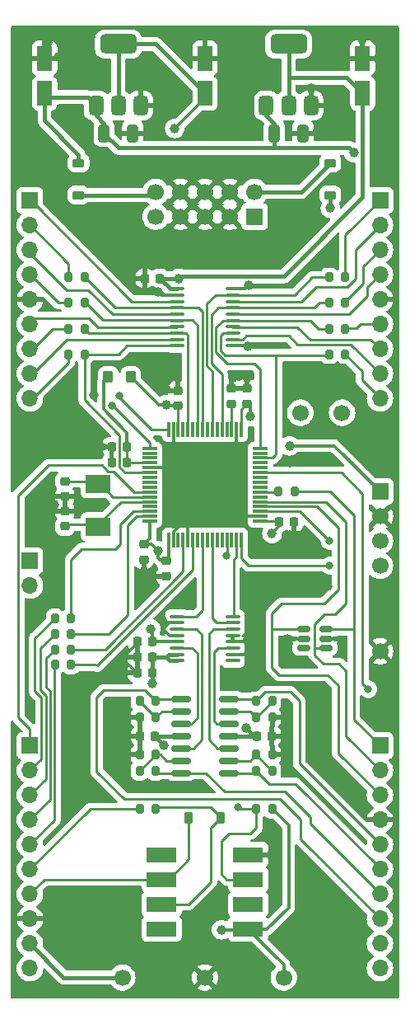
<source format=gbr>
G04 #@! TF.GenerationSoftware,KiCad,Pcbnew,8.0.4*
G04 #@! TF.CreationDate,2024-08-08T18:06:32+01:00*
G04 #@! TF.ProjectId,MidiMonger_components,4d696469-4d6f-46e6-9765-725f636f6d70,rev?*
G04 #@! TF.SameCoordinates,Original*
G04 #@! TF.FileFunction,Copper,L2,Bot*
G04 #@! TF.FilePolarity,Positive*
%FSLAX46Y46*%
G04 Gerber Fmt 4.6, Leading zero omitted, Abs format (unit mm)*
G04 Created by KiCad (PCBNEW 8.0.4) date 2024-08-08 18:06:32*
%MOMM*%
%LPD*%
G01*
G04 APERTURE LIST*
G04 Aperture macros list*
%AMRoundRect*
0 Rectangle with rounded corners*
0 $1 Rounding radius*
0 $2 $3 $4 $5 $6 $7 $8 $9 X,Y pos of 4 corners*
0 Add a 4 corners polygon primitive as box body*
4,1,4,$2,$3,$4,$5,$6,$7,$8,$9,$2,$3,0*
0 Add four circle primitives for the rounded corners*
1,1,$1+$1,$2,$3*
1,1,$1+$1,$4,$5*
1,1,$1+$1,$6,$7*
1,1,$1+$1,$8,$9*
0 Add four rect primitives between the rounded corners*
20,1,$1+$1,$2,$3,$4,$5,0*
20,1,$1+$1,$4,$5,$6,$7,0*
20,1,$1+$1,$6,$7,$8,$9,0*
20,1,$1+$1,$8,$9,$2,$3,0*%
G04 Aperture macros list end*
G04 #@! TA.AperFunction,SMDPad,CuDef*
%ADD10RoundRect,0.225000X0.225000X0.250000X-0.225000X0.250000X-0.225000X-0.250000X0.225000X-0.250000X0*%
G04 #@! TD*
G04 #@! TA.AperFunction,ComponentPad*
%ADD11R,1.700000X1.700000*%
G04 #@! TD*
G04 #@! TA.AperFunction,ComponentPad*
%ADD12O,1.700000X1.700000*%
G04 #@! TD*
G04 #@! TA.AperFunction,SMDPad,CuDef*
%ADD13RoundRect,0.225000X0.225000X0.375000X-0.225000X0.375000X-0.225000X-0.375000X0.225000X-0.375000X0*%
G04 #@! TD*
G04 #@! TA.AperFunction,SMDPad,CuDef*
%ADD14RoundRect,0.250000X0.550000X-1.050000X0.550000X1.050000X-0.550000X1.050000X-0.550000X-1.050000X0*%
G04 #@! TD*
G04 #@! TA.AperFunction,ComponentPad*
%ADD15C,1.700000*%
G04 #@! TD*
G04 #@! TA.AperFunction,SMDPad,CuDef*
%ADD16RoundRect,0.250000X-0.275000X-0.350000X0.275000X-0.350000X0.275000X0.350000X-0.275000X0.350000X0*%
G04 #@! TD*
G04 #@! TA.AperFunction,SMDPad,CuDef*
%ADD17RoundRect,0.200000X0.200000X0.275000X-0.200000X0.275000X-0.200000X-0.275000X0.200000X-0.275000X0*%
G04 #@! TD*
G04 #@! TA.AperFunction,SMDPad,CuDef*
%ADD18RoundRect,0.200000X-0.200000X-0.275000X0.200000X-0.275000X0.200000X0.275000X-0.200000X0.275000X0*%
G04 #@! TD*
G04 #@! TA.AperFunction,SMDPad,CuDef*
%ADD19RoundRect,0.375000X0.375000X-0.625000X0.375000X0.625000X-0.375000X0.625000X-0.375000X-0.625000X0*%
G04 #@! TD*
G04 #@! TA.AperFunction,SMDPad,CuDef*
%ADD20RoundRect,0.500000X1.400000X-0.500000X1.400000X0.500000X-1.400000X0.500000X-1.400000X-0.500000X0*%
G04 #@! TD*
G04 #@! TA.AperFunction,SMDPad,CuDef*
%ADD21RoundRect,0.100000X-0.637500X-0.100000X0.637500X-0.100000X0.637500X0.100000X-0.637500X0.100000X0*%
G04 #@! TD*
G04 #@! TA.AperFunction,SMDPad,CuDef*
%ADD22RoundRect,0.150000X0.825000X0.150000X-0.825000X0.150000X-0.825000X-0.150000X0.825000X-0.150000X0*%
G04 #@! TD*
G04 #@! TA.AperFunction,SMDPad,CuDef*
%ADD23R,3.100000X1.600000*%
G04 #@! TD*
G04 #@! TA.AperFunction,SMDPad,CuDef*
%ADD24RoundRect,0.225000X-0.225000X-0.250000X0.225000X-0.250000X0.225000X0.250000X-0.225000X0.250000X0*%
G04 #@! TD*
G04 #@! TA.AperFunction,SMDPad,CuDef*
%ADD25RoundRect,0.100000X0.637500X0.100000X-0.637500X0.100000X-0.637500X-0.100000X0.637500X-0.100000X0*%
G04 #@! TD*
G04 #@! TA.AperFunction,SMDPad,CuDef*
%ADD26RoundRect,0.150000X-0.512500X-0.150000X0.512500X-0.150000X0.512500X0.150000X-0.512500X0.150000X0*%
G04 #@! TD*
G04 #@! TA.AperFunction,SMDPad,CuDef*
%ADD27RoundRect,0.075000X-0.700000X-0.075000X0.700000X-0.075000X0.700000X0.075000X-0.700000X0.075000X0*%
G04 #@! TD*
G04 #@! TA.AperFunction,SMDPad,CuDef*
%ADD28RoundRect,0.075000X-0.075000X-0.700000X0.075000X-0.700000X0.075000X0.700000X-0.075000X0.700000X0*%
G04 #@! TD*
G04 #@! TA.AperFunction,SMDPad,CuDef*
%ADD29RoundRect,0.250000X-0.325000X-0.650000X0.325000X-0.650000X0.325000X0.650000X-0.325000X0.650000X0*%
G04 #@! TD*
G04 #@! TA.AperFunction,SMDPad,CuDef*
%ADD30RoundRect,0.225000X0.250000X-0.225000X0.250000X0.225000X-0.250000X0.225000X-0.250000X-0.225000X0*%
G04 #@! TD*
G04 #@! TA.AperFunction,SMDPad,CuDef*
%ADD31RoundRect,0.225000X-0.375000X0.225000X-0.375000X-0.225000X0.375000X-0.225000X0.375000X0.225000X0*%
G04 #@! TD*
G04 #@! TA.AperFunction,SMDPad,CuDef*
%ADD32R,2.500000X1.900000*%
G04 #@! TD*
G04 #@! TA.AperFunction,SMDPad,CuDef*
%ADD33RoundRect,0.225000X-0.250000X0.225000X-0.250000X-0.225000X0.250000X-0.225000X0.250000X0.225000X0*%
G04 #@! TD*
G04 #@! TA.AperFunction,ViaPad*
%ADD34C,1.000000*%
G04 #@! TD*
G04 #@! TA.AperFunction,ViaPad*
%ADD35C,0.800000*%
G04 #@! TD*
G04 #@! TA.AperFunction,Conductor*
%ADD36C,0.300000*%
G04 #@! TD*
G04 #@! TA.AperFunction,Conductor*
%ADD37C,0.400000*%
G04 #@! TD*
G04 #@! TA.AperFunction,Conductor*
%ADD38C,0.250000*%
G04 #@! TD*
G04 APERTURE END LIST*
D10*
X115375000Y-76000000D03*
X113825000Y-76000000D03*
X114575000Y-116500000D03*
X113025000Y-116500000D03*
X114575000Y-114900000D03*
X113025000Y-114900000D03*
D11*
X138000000Y-68000000D03*
D12*
X138000000Y-70540000D03*
X138000000Y-73080000D03*
X138000000Y-75620000D03*
X138000000Y-78160000D03*
X138000000Y-80700000D03*
X138000000Y-83240000D03*
X138000000Y-85780000D03*
X138000000Y-88320000D03*
D11*
X102000000Y-124000000D03*
D12*
X102000000Y-126540000D03*
X102000000Y-129080000D03*
X102000000Y-131620000D03*
X102000000Y-134160000D03*
X102000000Y-136700000D03*
X102000000Y-139240000D03*
X102000000Y-141780000D03*
X102000000Y-144320000D03*
X102000000Y-146860000D03*
D11*
X138000000Y-124000000D03*
D12*
X138000000Y-126540000D03*
X138000000Y-129080000D03*
X138000000Y-131620000D03*
X138000000Y-134160000D03*
X138000000Y-136700000D03*
X138000000Y-139240000D03*
X138000000Y-141780000D03*
X138000000Y-144320000D03*
X138000000Y-146860000D03*
D11*
X102000000Y-68000000D03*
D12*
X102000000Y-70540000D03*
X102000000Y-73080000D03*
X102000000Y-75620000D03*
X102000000Y-78160000D03*
X102000000Y-80700000D03*
X102000000Y-83240000D03*
X102000000Y-85780000D03*
X102000000Y-88320000D03*
D13*
X121650000Y-131400000D03*
X118350000Y-131400000D03*
D14*
X103500000Y-57000000D03*
X103500000Y-53400000D03*
D10*
X114575000Y-113300000D03*
X113025000Y-113300000D03*
D11*
X138000000Y-97890000D03*
D15*
X138000000Y-100430000D03*
X138000000Y-102970000D03*
X138000000Y-105510000D03*
D11*
X125100000Y-69675000D03*
D15*
X125100000Y-67135000D03*
X122560000Y-69675000D03*
X122560000Y-67135000D03*
X120020000Y-69675000D03*
X120020000Y-67135000D03*
X117480000Y-69675000D03*
X117480000Y-67135000D03*
X114940000Y-69675000D03*
X114940000Y-67135000D03*
D16*
X110050000Y-86100000D03*
X112350000Y-86100000D03*
D17*
X114925000Y-130500000D03*
X113275000Y-130500000D03*
X126925000Y-130500000D03*
X125275000Y-130500000D03*
X126925000Y-124900000D03*
X125275000Y-124900000D03*
X126925000Y-121100000D03*
X125275000Y-121100000D03*
D18*
X113275000Y-121100000D03*
X114925000Y-121100000D03*
D17*
X114925000Y-126600000D03*
X113275000Y-126600000D03*
D18*
X125275000Y-119400000D03*
X126925000Y-119400000D03*
D17*
X114925000Y-119400000D03*
X113275000Y-119400000D03*
D18*
X105975000Y-75900000D03*
X107625000Y-75900000D03*
X104575000Y-114100000D03*
X106225000Y-114100000D03*
X104575000Y-115700000D03*
X106225000Y-115700000D03*
D17*
X134425000Y-83800000D03*
X132775000Y-83800000D03*
D19*
X130900000Y-58250000D03*
X128600000Y-58250000D03*
D20*
X128600000Y-51950000D03*
D19*
X126300000Y-58250000D03*
X113400000Y-58250000D03*
X111100000Y-58250000D03*
D20*
X111100000Y-51950000D03*
D19*
X108800000Y-58250000D03*
D21*
X117137500Y-115275000D03*
X117137500Y-114625000D03*
X117137500Y-113975000D03*
X117137500Y-113325000D03*
X117137500Y-112675000D03*
X117137500Y-112025000D03*
X117137500Y-111375000D03*
X117137500Y-110725000D03*
X122862500Y-110725000D03*
X122862500Y-111375000D03*
X122862500Y-112025000D03*
X122862500Y-112675000D03*
X122862500Y-113325000D03*
X122862500Y-113975000D03*
X122862500Y-114625000D03*
X122862500Y-115275000D03*
D22*
X122475000Y-119190000D03*
X122475000Y-120460000D03*
X122475000Y-121730000D03*
X122475000Y-123000000D03*
X122475000Y-124270000D03*
X122475000Y-125540000D03*
X122475000Y-126810000D03*
X117525000Y-126810000D03*
X117525000Y-125540000D03*
X117525000Y-124270000D03*
X117525000Y-123000000D03*
X117525000Y-121730000D03*
X117525000Y-120460000D03*
X117525000Y-119190000D03*
D23*
X115555000Y-142810000D03*
X115555000Y-140270000D03*
X115555000Y-137730000D03*
X115555000Y-135190000D03*
X124445000Y-135190000D03*
X124445000Y-137730000D03*
X124445000Y-140270000D03*
X124445000Y-142810000D03*
D18*
X125275000Y-126600000D03*
X126925000Y-126600000D03*
X113275000Y-124900000D03*
X114925000Y-124900000D03*
X104575000Y-112500000D03*
X106225000Y-112500000D03*
D17*
X134425000Y-78500000D03*
X132775000Y-78500000D03*
X134425000Y-75900000D03*
X132775000Y-75900000D03*
D18*
X105975000Y-81200000D03*
X107625000Y-81200000D03*
X105975000Y-78500000D03*
X107625000Y-78500000D03*
X105975000Y-83800000D03*
X107625000Y-83800000D03*
D17*
X134425000Y-81200000D03*
X132775000Y-81200000D03*
D18*
X104575000Y-110900000D03*
X106225000Y-110900000D03*
D24*
X127625000Y-101000000D03*
X129175000Y-101000000D03*
D25*
X122862500Y-77075000D03*
X122862500Y-77725000D03*
X122862500Y-78375000D03*
X122862500Y-79025000D03*
X122862500Y-79675000D03*
X122862500Y-80325000D03*
X122862500Y-80975000D03*
X122862500Y-81625000D03*
X122862500Y-82275000D03*
X122862500Y-82925000D03*
X117137500Y-82925000D03*
X117137500Y-82275000D03*
X117137500Y-81625000D03*
X117137500Y-80975000D03*
X117137500Y-80325000D03*
X117137500Y-79675000D03*
X117137500Y-79025000D03*
X117137500Y-78375000D03*
X117137500Y-77725000D03*
X117137500Y-77075000D03*
D26*
X130162500Y-113950000D03*
X130162500Y-113000000D03*
X130162500Y-112050000D03*
X132437500Y-112050000D03*
X132437500Y-113000000D03*
X132437500Y-113950000D03*
D15*
X129800000Y-89800000D03*
X111500000Y-147800000D03*
D27*
X114325000Y-100950000D03*
X114325000Y-100450000D03*
X114325000Y-99950000D03*
X114325000Y-99450000D03*
X114325000Y-98950000D03*
X114325000Y-98450000D03*
X114325000Y-97950000D03*
X114325000Y-97450000D03*
X114325000Y-96950000D03*
X114325000Y-96450000D03*
X114325000Y-95950000D03*
X114325000Y-95450000D03*
X114325000Y-94950000D03*
X114325000Y-94450000D03*
X114325000Y-93950000D03*
X114325000Y-93450000D03*
D28*
X116250000Y-91525000D03*
X116750000Y-91525000D03*
X117250000Y-91525000D03*
X117750000Y-91525000D03*
X118250000Y-91525000D03*
X118750000Y-91525000D03*
X119250000Y-91525000D03*
X119750000Y-91525000D03*
X120250000Y-91525000D03*
X120750000Y-91525000D03*
X121250000Y-91525000D03*
X121750000Y-91525000D03*
X122250000Y-91525000D03*
X122750000Y-91525000D03*
X123250000Y-91525000D03*
X123750000Y-91525000D03*
D27*
X125675000Y-93450000D03*
X125675000Y-93950000D03*
X125675000Y-94450000D03*
X125675000Y-94950000D03*
X125675000Y-95450000D03*
X125675000Y-95950000D03*
X125675000Y-96450000D03*
X125675000Y-96950000D03*
X125675000Y-97450000D03*
X125675000Y-97950000D03*
X125675000Y-98450000D03*
X125675000Y-98950000D03*
X125675000Y-99450000D03*
X125675000Y-99950000D03*
X125675000Y-100450000D03*
X125675000Y-100950000D03*
D28*
X123750000Y-102875000D03*
X123250000Y-102875000D03*
X122750000Y-102875000D03*
X122250000Y-102875000D03*
X121750000Y-102875000D03*
X121250000Y-102875000D03*
X120750000Y-102875000D03*
X120250000Y-102875000D03*
X119750000Y-102875000D03*
X119250000Y-102875000D03*
X118750000Y-102875000D03*
X118250000Y-102875000D03*
X117750000Y-102875000D03*
X117250000Y-102875000D03*
X116750000Y-102875000D03*
X116250000Y-102875000D03*
D29*
X109625000Y-61100000D03*
X112575000Y-61100000D03*
D30*
X117200000Y-89075000D03*
X117200000Y-87525000D03*
D14*
X136200000Y-57000000D03*
X136200000Y-53400000D03*
D15*
X134100000Y-89800000D03*
D31*
X107000000Y-64150000D03*
X107000000Y-67450000D03*
D24*
X125325000Y-123000000D03*
X126875000Y-123000000D03*
D31*
X132900000Y-64150000D03*
X132900000Y-67450000D03*
D15*
X138000000Y-114300000D03*
D30*
X124300000Y-88875000D03*
X124300000Y-87325000D03*
D32*
X109000000Y-97100000D03*
X109000000Y-101500000D03*
D10*
X114875000Y-123000000D03*
X113325000Y-123000000D03*
D11*
X102000000Y-105000000D03*
D12*
X102000000Y-107540000D03*
D33*
X105600000Y-96850000D03*
X105600000Y-98400000D03*
X113700000Y-103325000D03*
X113700000Y-104875000D03*
D15*
X120000000Y-147800000D03*
D10*
X111975000Y-94910000D03*
X110425000Y-94910000D03*
D29*
X127125000Y-61100000D03*
X130075000Y-61100000D03*
D33*
X116000000Y-105025000D03*
X116000000Y-106575000D03*
D17*
X129225000Y-97900000D03*
X127575000Y-97900000D03*
D14*
X120000000Y-57000000D03*
X120000000Y-53400000D03*
D30*
X105600000Y-101475000D03*
X105600000Y-99925000D03*
D15*
X128100000Y-147800000D03*
D10*
X111975000Y-93300000D03*
X110425000Y-93300000D03*
D30*
X122700000Y-88875000D03*
X122700000Y-87325000D03*
D34*
X128500000Y-85300000D03*
X134100000Y-113200000D03*
X133100000Y-85800000D03*
X138900000Y-64200000D03*
X110900000Y-73200000D03*
X115000000Y-58300000D03*
X102600000Y-110000000D03*
X124400000Y-83000000D03*
X117900000Y-52300000D03*
X136200000Y-51500000D03*
X132600000Y-107600000D03*
X126800000Y-135200000D03*
X108100000Y-56100000D03*
X124400000Y-113000000D03*
X112400000Y-139500000D03*
X107400000Y-128700000D03*
X121800000Y-53400000D03*
X109700000Y-65000000D03*
X115600000Y-111100000D03*
D35*
X117200000Y-86400000D03*
D34*
X128300000Y-124900000D03*
X128700000Y-94900000D03*
D35*
X123500000Y-100600000D03*
D34*
X100800000Y-65100000D03*
X128300000Y-121200000D03*
X128600000Y-64600000D03*
D35*
X113700000Y-105900000D03*
D34*
X130200000Y-118000000D03*
X104900000Y-53300000D03*
X131500000Y-61000000D03*
X111700000Y-114800000D03*
X124300000Y-86200000D03*
X111900000Y-123000000D03*
X127400000Y-72600000D03*
X107100000Y-117900000D03*
X123200000Y-93300000D03*
X124500000Y-114600000D03*
X107100000Y-90000000D03*
X115200000Y-77400000D03*
X122800000Y-60000000D03*
X118200000Y-100800000D03*
X137800000Y-53400000D03*
D35*
X116100000Y-87400000D03*
D34*
X116300000Y-95500000D03*
X130900000Y-56500000D03*
X122900000Y-86200000D03*
X135600000Y-148800000D03*
X133200000Y-126800000D03*
X103858669Y-51858669D03*
X108600000Y-88000000D03*
X128700000Y-102400000D03*
X124500000Y-76700000D03*
X114000000Y-61100000D03*
X126500000Y-107300000D03*
D35*
X109500000Y-93300000D03*
D34*
X133200000Y-74300000D03*
X106400000Y-86000000D03*
X104500000Y-99200000D03*
X130300000Y-136200000D03*
X128500000Y-113000000D03*
D35*
X116800000Y-93300000D03*
D34*
X100600000Y-96500000D03*
X102000000Y-120500000D03*
X114000000Y-53700000D03*
X114400000Y-112000000D03*
X121700000Y-142900000D03*
X124700000Y-90200000D03*
X128700000Y-93200000D03*
X115200000Y-104000030D03*
X115999998Y-88999996D03*
X126900000Y-102200000D03*
X116900000Y-60600000D03*
X114600000Y-117600000D03*
X117300004Y-76000000D03*
X135300000Y-63100000D03*
X124200000Y-122200000D03*
X132900000Y-68800000D03*
X115800000Y-124000000D03*
D35*
X132800000Y-105500000D03*
X132800000Y-102970000D03*
X122200000Y-104500000D03*
X123400000Y-130300000D03*
X136800000Y-118200000D03*
X111200000Y-88100000D03*
X110400000Y-89100000D03*
D36*
X111700000Y-115200000D02*
X111700000Y-114800000D01*
X113025000Y-116500000D02*
X113000000Y-116500000D01*
X113000000Y-116500000D02*
X111700000Y-115200000D01*
X113025000Y-113475000D02*
X111700000Y-114800000D01*
X113025000Y-113300000D02*
X113025000Y-113475000D01*
D37*
X117137500Y-115275000D02*
X116375000Y-115275000D01*
X116375000Y-115275000D02*
X116000000Y-114900000D01*
X116275000Y-114625000D02*
X116000000Y-114900000D01*
X116000000Y-114900000D02*
X114575000Y-114900000D01*
X114575000Y-116500000D02*
X114575000Y-114900000D01*
X114600000Y-116525000D02*
X114575000Y-116500000D01*
X114600000Y-117600000D02*
X114600000Y-116525000D01*
X117137500Y-114625000D02*
X116275000Y-114625000D01*
D38*
X129800000Y-133580000D02*
X138000000Y-141780000D01*
X129800000Y-131600000D02*
X129800000Y-133580000D01*
X108850000Y-126650000D02*
X111700000Y-129500000D01*
X108850000Y-119015948D02*
X108850000Y-126650000D01*
X127700000Y-129500000D02*
X129800000Y-131600000D01*
X109565948Y-118300000D02*
X108850000Y-119015948D01*
X114925000Y-119400000D02*
X113825000Y-118300000D01*
X111700000Y-129500000D02*
X127700000Y-129500000D01*
X113825000Y-118300000D02*
X109565948Y-118300000D01*
D37*
X128100000Y-75800000D02*
X117500004Y-75800000D01*
X117500004Y-75800000D02*
X117300004Y-76000000D01*
X136200000Y-67700000D02*
X128100000Y-75800000D01*
X136200000Y-57000000D02*
X136200000Y-67700000D01*
X115375000Y-76000000D02*
X117300004Y-76000000D01*
X116450000Y-77075000D02*
X117137500Y-77075000D01*
X115375000Y-76000000D02*
X116450000Y-77075000D01*
D36*
X115525000Y-77725000D02*
X115200000Y-77400000D01*
X117137500Y-77725000D02*
X115525000Y-77725000D01*
D38*
X102100000Y-68000000D02*
X102000000Y-68000000D01*
X112475000Y-78375000D02*
X102100000Y-68000000D01*
X117137500Y-78375000D02*
X112475000Y-78375000D01*
X119325000Y-79025000D02*
X110750000Y-79025000D01*
X110750000Y-79025000D02*
X107625000Y-75900000D01*
X119750000Y-79450000D02*
X119325000Y-79025000D01*
X119750000Y-91525000D02*
X119750000Y-79450000D01*
D36*
X124125000Y-77075000D02*
X124500000Y-76700000D01*
X117137500Y-111375000D02*
X115875000Y-111375000D01*
X129175000Y-101000000D02*
X129175000Y-101925000D01*
X116750000Y-101996880D02*
X117946880Y-100800000D01*
X124475000Y-114625000D02*
X124500000Y-114600000D01*
X124325000Y-82925000D02*
X124400000Y-83000000D01*
X130900000Y-58250000D02*
X130900000Y-56500000D01*
X116250000Y-95450000D02*
X116300000Y-95500000D01*
X123650000Y-100450000D02*
X123500000Y-100600000D01*
X114325000Y-95450000D02*
X116250000Y-95450000D01*
X113400000Y-58250000D02*
X114950000Y-58250000D01*
X118250000Y-100850000D02*
X118200000Y-100800000D01*
X122862500Y-113325000D02*
X124075000Y-113325000D01*
X123250000Y-93250000D02*
X123200000Y-93300000D01*
X116750000Y-102875000D02*
X116750000Y-101996880D01*
X116750000Y-93250000D02*
X116800000Y-93300000D01*
X115800000Y-112074999D02*
X115800000Y-111975001D01*
X115875000Y-111375000D02*
X115600000Y-111100000D01*
X126925000Y-121100000D02*
X128200000Y-121100000D01*
X133900000Y-113000000D02*
X134100000Y-113200000D01*
X117137500Y-112675000D02*
X116400001Y-112675000D01*
X124445000Y-135190000D02*
X126790000Y-135190000D01*
X113325000Y-123000000D02*
X111900000Y-123000000D01*
X122700000Y-87325000D02*
X122700000Y-86400000D01*
X129175000Y-101925000D02*
X128700000Y-102400000D01*
X126925000Y-124900000D02*
X128300000Y-124900000D01*
X122862500Y-77075000D02*
X124125000Y-77075000D01*
X124075000Y-113325000D02*
X124400000Y-113000000D01*
X122862500Y-82925000D02*
X124325000Y-82925000D01*
X124300000Y-87325000D02*
X124300000Y-86200000D01*
X126790000Y-135190000D02*
X126800000Y-135200000D01*
X105600000Y-98400000D02*
X104500000Y-98400000D01*
X117946880Y-100800000D02*
X118200000Y-100800000D01*
X115800000Y-111975001D02*
X116400001Y-111375000D01*
X112575000Y-61100000D02*
X114000000Y-61100000D01*
X125675000Y-100450000D02*
X123650000Y-100450000D01*
X132437500Y-113000000D02*
X133900000Y-113000000D01*
X128200000Y-121100000D02*
X128300000Y-121200000D01*
X116750000Y-91525000D02*
X116750000Y-93250000D01*
X123250000Y-91525000D02*
X123250000Y-93250000D01*
X118250000Y-102875000D02*
X118250000Y-100850000D01*
X122700000Y-86400000D02*
X122900000Y-86200000D01*
X122862500Y-114625000D02*
X124475000Y-114625000D01*
X116400001Y-112675000D02*
X115800000Y-112074999D01*
X116400001Y-111375000D02*
X117137500Y-111375000D01*
X124355000Y-142900000D02*
X124445000Y-142810000D01*
X126390000Y-142810000D02*
X124445000Y-142810000D01*
X128100000Y-147800000D02*
X128100000Y-146465000D01*
X127625000Y-101000000D02*
X127625000Y-101475000D01*
X115250000Y-89000000D02*
X112350000Y-86100000D01*
D38*
X125675000Y-100950000D02*
X127575000Y-100950000D01*
D37*
X120000000Y-57000000D02*
X114950000Y-51950000D01*
D36*
X114325000Y-102700000D02*
X114325000Y-100950000D01*
X116250000Y-102875000D02*
X116250000Y-104775000D01*
D38*
X123750000Y-89425000D02*
X124300000Y-88875000D01*
D36*
X117137500Y-113325000D02*
X114600000Y-113325000D01*
X126925000Y-130500000D02*
X128600000Y-132175000D01*
X124700000Y-89275000D02*
X124300000Y-88875000D01*
X115200000Y-104700000D02*
X115200000Y-104000030D01*
D37*
X111100000Y-51950000D02*
X111100000Y-58250000D01*
D36*
X133310000Y-93200000D02*
X138000000Y-97890000D01*
X128100000Y-146465000D02*
X124445000Y-142810000D01*
D38*
X117250000Y-89125000D02*
X117250000Y-91525000D01*
X117200000Y-89075000D02*
X117250000Y-89125000D01*
D36*
X115525000Y-105025000D02*
X115200000Y-104700000D01*
D38*
X123750000Y-91525000D02*
X123750000Y-89425000D01*
D36*
X114575000Y-113300000D02*
X114575000Y-112175000D01*
X114575000Y-112175000D02*
X114400000Y-112000000D01*
X114524970Y-103325000D02*
X115200000Y-104000030D01*
X128600000Y-140600000D02*
X126390000Y-142810000D01*
X116000000Y-105025000D02*
X115525000Y-105025000D01*
X121700000Y-142900000D02*
X124355000Y-142900000D01*
X128600000Y-132175000D02*
X128600000Y-140600000D01*
X115999998Y-88999996D02*
X115999994Y-89000000D01*
X124700000Y-90200000D02*
X124700000Y-89275000D01*
X116250000Y-104775000D02*
X116000000Y-105025000D01*
X115999994Y-89000000D02*
X115250000Y-89000000D01*
X113700000Y-103325000D02*
X114325000Y-102700000D01*
X127625000Y-101475000D02*
X126900000Y-102200000D01*
X113700000Y-103325000D02*
X114524970Y-103325000D01*
X117200000Y-89075000D02*
X116075002Y-89075000D01*
X114600000Y-113325000D02*
X114575000Y-113300000D01*
X120000000Y-57500000D02*
X116900000Y-60600000D01*
D37*
X114950000Y-51950000D02*
X111100000Y-51950000D01*
D36*
X120000000Y-57000000D02*
X120000000Y-57500000D01*
X128700000Y-93200000D02*
X133310000Y-93200000D01*
X116075002Y-89075000D02*
X115999998Y-88999996D01*
D37*
X105480000Y-147800000D02*
X102000000Y-144320000D01*
X128600000Y-55400000D02*
X134600000Y-55400000D01*
X128600000Y-58250000D02*
X128600000Y-55400000D01*
X111500000Y-147800000D02*
X105480000Y-147800000D01*
X134600000Y-55400000D02*
X136200000Y-57000000D01*
X128600000Y-55400000D02*
X128600000Y-51950000D01*
D36*
X112000000Y-91831371D02*
X112000000Y-93300000D01*
D38*
X112000000Y-93300000D02*
X112000000Y-94910000D01*
X112000000Y-94910000D02*
X112040000Y-94950000D01*
D36*
X109600000Y-86550000D02*
X109600000Y-89431371D01*
X109600000Y-89431371D02*
X112000000Y-91831371D01*
D38*
X112040000Y-94950000D02*
X114325000Y-94950000D01*
D36*
X110050000Y-86100000D02*
X109600000Y-86550000D01*
D37*
X134800000Y-62600000D02*
X125625006Y-62600000D01*
X127125000Y-61100000D02*
X127125000Y-60125000D01*
X127100000Y-62600000D02*
X127125000Y-62575000D01*
X107950000Y-57400000D02*
X108800000Y-58250000D01*
X103500000Y-59800000D02*
X103500000Y-57000000D01*
X127125000Y-60125000D02*
X126300000Y-59300000D01*
X125325000Y-123000000D02*
X122475000Y-123000000D01*
X109625000Y-61100000D02*
X111125000Y-62600000D01*
X127125000Y-62575000D02*
X127125000Y-61100000D01*
X109625000Y-61100000D02*
X109625000Y-60125000D01*
X103900000Y-57400000D02*
X107950000Y-57400000D01*
X107000000Y-64150000D02*
X107000000Y-63300000D01*
X107000000Y-63300000D02*
X103500000Y-59800000D01*
X103500000Y-57000000D02*
X103900000Y-57400000D01*
X125000000Y-123000000D02*
X124200000Y-122200000D01*
X109625000Y-60125000D02*
X108800000Y-59300000D01*
X125325000Y-123000000D02*
X125000000Y-123000000D01*
X111125000Y-62600000D02*
X127100000Y-62600000D01*
X135300000Y-63100000D02*
X134800000Y-62600000D01*
X126300000Y-59300000D02*
X126300000Y-58250000D01*
X114875000Y-123000000D02*
X115800000Y-123925000D01*
X132900000Y-67450000D02*
X132900000Y-68800000D01*
X115800000Y-123925000D02*
X115800000Y-124000000D01*
X114875000Y-123000000D02*
X117525000Y-123000000D01*
D38*
X105600000Y-101300000D02*
X108800000Y-101300000D01*
X108800000Y-101300000D02*
X109000000Y-101500000D01*
X114325000Y-98950000D02*
X111350000Y-98950000D01*
X111350000Y-98950000D02*
X109000000Y-101300000D01*
X108750000Y-96850000D02*
X109000000Y-97100000D01*
X110550000Y-98450000D02*
X109000000Y-96900000D01*
X105600000Y-96850000D02*
X108750000Y-96850000D01*
X114325000Y-98450000D02*
X110550000Y-98450000D01*
X122750000Y-88925000D02*
X122700000Y-88875000D01*
X122750000Y-91525000D02*
X122750000Y-88925000D01*
X118330000Y-140270000D02*
X115555000Y-140270000D01*
X120600000Y-130300000D02*
X115125000Y-130300000D01*
X120600000Y-132450000D02*
X120600000Y-138000000D01*
X121650000Y-131400000D02*
X120600000Y-132450000D01*
X121650000Y-131400000D02*
X121650000Y-131350000D01*
X121650000Y-131350000D02*
X120600000Y-130300000D01*
X120600000Y-138000000D02*
X118330000Y-140270000D01*
X115125000Y-130300000D02*
X114925000Y-130500000D01*
X118350000Y-135685000D02*
X118350000Y-131400000D01*
X116305000Y-137730000D02*
X118350000Y-135685000D01*
X115555000Y-137730000D02*
X116305000Y-137730000D01*
X103510000Y-137730000D02*
X102000000Y-139240000D01*
X115555000Y-137730000D02*
X103510000Y-137730000D01*
X104575000Y-115700000D02*
X104525000Y-115750000D01*
X104525000Y-115750000D02*
X104525000Y-131635000D01*
X104525000Y-131635000D02*
X102000000Y-134160000D01*
X115135000Y-126810000D02*
X120110000Y-126810000D01*
X130800000Y-131300000D02*
X130800000Y-132000000D01*
X114925000Y-126600000D02*
X115135000Y-126810000D01*
X120110000Y-126810000D02*
X122000000Y-128700000D01*
X138000000Y-139200000D02*
X138000000Y-139240000D01*
X122000000Y-128700000D02*
X128200000Y-128700000D01*
X130800000Y-132000000D02*
X138000000Y-139200000D01*
X128200000Y-128700000D02*
X130800000Y-131300000D01*
X103700000Y-114975000D02*
X103700000Y-118000000D01*
X104075000Y-118375000D02*
X104075000Y-129545000D01*
X104575000Y-114100000D02*
X103700000Y-114975000D01*
X103700000Y-118000000D02*
X104075000Y-118375000D01*
X104075000Y-129545000D02*
X102000000Y-131620000D01*
X103625000Y-127455000D02*
X102000000Y-129080000D01*
X103100000Y-118327208D02*
X103625000Y-118852208D01*
X104575000Y-112500000D02*
X103100000Y-113975000D01*
X103625000Y-118852208D02*
X103625000Y-127455000D01*
X103100000Y-113975000D02*
X103100000Y-118327208D01*
X125275000Y-126600000D02*
X126575000Y-127900000D01*
X122575000Y-126810000D02*
X125065000Y-126810000D01*
X125065000Y-126810000D02*
X125275000Y-126600000D01*
X138000000Y-136600000D02*
X138000000Y-136700000D01*
X126575000Y-127900000D02*
X129300000Y-127900000D01*
X129300000Y-127900000D02*
X138000000Y-136600000D01*
X115135000Y-119190000D02*
X114925000Y-119400000D01*
X117625000Y-119190000D02*
X115135000Y-119190000D01*
X103175000Y-125400000D02*
X103140000Y-125400000D01*
X103175000Y-125400000D02*
X103175000Y-119038604D01*
X103140000Y-125400000D02*
X102000000Y-126540000D01*
X103175000Y-119038604D02*
X102500000Y-118363604D01*
X102500000Y-112975000D02*
X104575000Y-110900000D01*
X102500000Y-118363604D02*
X102500000Y-112975000D01*
X129700000Y-119400000D02*
X129700000Y-125860000D01*
X126175000Y-118500000D02*
X128800000Y-118500000D01*
X125065000Y-119190000D02*
X125275000Y-119400000D01*
X122575000Y-119190000D02*
X125065000Y-119190000D01*
X128800000Y-118500000D02*
X129700000Y-119400000D01*
X125275000Y-119400000D02*
X126175000Y-118500000D01*
X129700000Y-125860000D02*
X138000000Y-134160000D01*
X134425000Y-75900000D02*
X134425000Y-71575000D01*
X134425000Y-71575000D02*
X138000000Y-68000000D01*
X108000000Y-77200000D02*
X105820000Y-77200000D01*
X102000000Y-73380000D02*
X102000000Y-73080000D01*
X110500000Y-79700000D02*
X108000000Y-77200000D01*
X117112500Y-79700000D02*
X110500000Y-79700000D01*
X105820000Y-77200000D02*
X102000000Y-73380000D01*
X117137500Y-79675000D02*
X117112500Y-79700000D01*
X105975000Y-78500000D02*
X104900000Y-78500000D01*
X104900000Y-78500000D02*
X102020000Y-75620000D01*
X102020000Y-75620000D02*
X102000000Y-75620000D01*
X134648004Y-76900000D02*
X135500000Y-76048004D01*
X135500000Y-76048004D02*
X135500000Y-73040000D01*
X129900000Y-78400000D02*
X131400000Y-76900000D01*
X135500000Y-73040000D02*
X138000000Y-70540000D01*
X122800000Y-78400000D02*
X129900000Y-78400000D01*
X131400000Y-76900000D02*
X134648004Y-76900000D01*
X105975000Y-75900000D02*
X105975000Y-74475000D01*
X102040000Y-70540000D02*
X102000000Y-70540000D01*
X105975000Y-74475000D02*
X102040000Y-70540000D01*
X138000000Y-73080000D02*
X136300000Y-74780000D01*
X136300000Y-74780000D02*
X136300000Y-76525000D01*
X136300000Y-76525000D02*
X134425000Y-78400000D01*
X134825000Y-79675000D02*
X136700000Y-77800000D01*
X136700000Y-76920000D02*
X138000000Y-75620000D01*
X136700000Y-77800000D02*
X136700000Y-76920000D01*
X122775000Y-79675000D02*
X134825000Y-79675000D01*
X135300000Y-112100000D02*
X135300000Y-100300000D01*
X132437500Y-112050000D02*
X135250000Y-112050000D01*
X135300000Y-100300000D02*
X132900000Y-97900000D01*
X138000000Y-124000000D02*
X135300000Y-121300000D01*
X132900000Y-97900000D02*
X129225000Y-97900000D01*
X135250000Y-112050000D02*
X135300000Y-112100000D01*
X135300000Y-121300000D02*
X135300000Y-112100000D01*
X132450000Y-98950000D02*
X125675000Y-98950000D01*
X134500000Y-123040000D02*
X134500000Y-116300000D01*
X132300000Y-110500000D02*
X133400000Y-110500000D01*
X132200000Y-115600000D02*
X131300000Y-114700000D01*
X134500000Y-109400000D02*
X134500000Y-101000000D01*
X133400000Y-110500000D02*
X134500000Y-109400000D01*
X134500000Y-101000000D02*
X132450000Y-98950000D01*
X138000000Y-126540000D02*
X134500000Y-123040000D01*
X134500000Y-116300000D02*
X133800000Y-115600000D01*
X131300000Y-111500000D02*
X132300000Y-110500000D01*
X133800000Y-115600000D02*
X132200000Y-115600000D01*
X132437500Y-113950000D02*
X131300000Y-113950000D01*
X131300000Y-114700000D02*
X131300000Y-111500000D01*
X136000000Y-80700000D02*
X138000000Y-80700000D01*
X135600000Y-81100000D02*
X136000000Y-80700000D01*
X134425000Y-81100000D02*
X135600000Y-81100000D01*
X112700000Y-97950000D02*
X110575000Y-95825000D01*
X103900000Y-95200000D02*
X100800000Y-98300000D01*
X100800000Y-121100000D02*
X102000000Y-122300000D01*
X110575000Y-95825000D02*
X110025000Y-95825000D01*
X109400000Y-95200000D02*
X103900000Y-95200000D01*
X114325000Y-97950000D02*
X112700000Y-97950000D01*
X110025000Y-95825000D02*
X109400000Y-95200000D01*
X102000000Y-122300000D02*
X102000000Y-124000000D01*
X100800000Y-98300000D02*
X100800000Y-121100000D01*
X117112500Y-82300000D02*
X105780000Y-82300000D01*
X105780000Y-82300000D02*
X102300000Y-85780000D01*
X102300000Y-85780000D02*
X102000000Y-85780000D01*
X117137500Y-82275000D02*
X117112500Y-82300000D01*
X126900000Y-110400000D02*
X127900000Y-109400000D01*
X127650000Y-116750000D02*
X126900000Y-116000000D01*
X133700000Y-117800000D02*
X133700000Y-124780000D01*
X131550000Y-99450000D02*
X133700000Y-101600000D01*
X133700000Y-107963604D02*
X132263604Y-109400000D01*
X130162500Y-112050000D02*
X126900000Y-112050000D01*
X133700000Y-101600000D02*
X133700000Y-107963604D01*
X132650000Y-116750000D02*
X133700000Y-117800000D01*
X126900000Y-116000000D02*
X126900000Y-110400000D01*
X125675000Y-99450000D02*
X131550000Y-99450000D01*
X127650000Y-116750000D02*
X132650000Y-116750000D01*
X127900000Y-109400000D02*
X132263604Y-109400000D01*
X133700000Y-124780000D02*
X138000000Y-129080000D01*
X102600000Y-80100000D02*
X102000000Y-80700000D01*
X117137500Y-80975000D02*
X117112500Y-81000000D01*
X108100000Y-80100000D02*
X102600000Y-80100000D01*
X117112500Y-81000000D02*
X109000000Y-81000000D01*
X109000000Y-81000000D02*
X108100000Y-80100000D01*
X104340000Y-81200000D02*
X102300000Y-83240000D01*
X102300000Y-83240000D02*
X102000000Y-83240000D01*
X105975000Y-81200000D02*
X104340000Y-81200000D01*
X129500000Y-81000000D02*
X130800000Y-82300000D01*
X122800000Y-81000000D02*
X129500000Y-81000000D01*
X137060000Y-82300000D02*
X138000000Y-83240000D01*
X130800000Y-82300000D02*
X137060000Y-82300000D01*
X123887563Y-82275000D02*
X124262563Y-81900000D01*
X129500000Y-82800000D02*
X135020000Y-82800000D01*
X122862500Y-82275000D02*
X123887563Y-82275000D01*
X135020000Y-82800000D02*
X138000000Y-85780000D01*
X124262563Y-81900000D02*
X128600000Y-81900000D01*
X128600000Y-81900000D02*
X129500000Y-82800000D01*
X134425000Y-83800000D02*
X136140000Y-85515000D01*
X136140000Y-85515000D02*
X136140000Y-86460000D01*
X136140000Y-86460000D02*
X138000000Y-88320000D01*
X105975000Y-83800000D02*
X105975000Y-84645000D01*
X102300000Y-88320000D02*
X102000000Y-88320000D01*
X105975000Y-84645000D02*
X102300000Y-88320000D01*
X113275000Y-130500000D02*
X108200000Y-130500000D01*
X108200000Y-130500000D02*
X102000000Y-136700000D01*
X124500000Y-105500000D02*
X132800000Y-105500000D01*
X123750000Y-104750000D02*
X124500000Y-105500000D01*
X123750000Y-102875000D02*
X123750000Y-104750000D01*
X129780000Y-99950000D02*
X132800000Y-102970000D01*
X125675000Y-99950000D02*
X129780000Y-99950000D01*
X114925000Y-124900000D02*
X115400000Y-124900000D01*
X113275000Y-126550000D02*
X114925000Y-124900000D01*
X116040000Y-125540000D02*
X117625000Y-125540000D01*
X115400000Y-124900000D02*
X116040000Y-125540000D01*
X113275000Y-126600000D02*
X113275000Y-126550000D01*
X122575000Y-125540000D02*
X124635000Y-125540000D01*
X124635000Y-125540000D02*
X125275000Y-124900000D01*
X125275000Y-124900000D02*
X125275000Y-124950000D01*
X125275000Y-124950000D02*
X126925000Y-126600000D01*
X122575000Y-120460000D02*
X124635000Y-120460000D01*
X124635000Y-120460000D02*
X125275000Y-121100000D01*
X126925000Y-119400000D02*
X126925000Y-119450000D01*
X126925000Y-119450000D02*
X125275000Y-121100000D01*
X113275000Y-119400000D02*
X113275000Y-119450000D01*
X115565000Y-120460000D02*
X114925000Y-121100000D01*
X117625000Y-120460000D02*
X115565000Y-120460000D01*
X113275000Y-119450000D02*
X114925000Y-121100000D01*
X129200000Y-77700000D02*
X131000000Y-75900000D01*
X120200000Y-78600000D02*
X121100000Y-77700000D01*
X120750000Y-91525000D02*
X120750000Y-85522792D01*
X120750000Y-85522792D02*
X120200000Y-84972792D01*
X121100000Y-77700000D02*
X129200000Y-77700000D01*
X120200000Y-84972792D02*
X120200000Y-78600000D01*
X131000000Y-75900000D02*
X132775000Y-75900000D01*
X121400000Y-79000000D02*
X131300000Y-79000000D01*
X131800000Y-78500000D02*
X132775000Y-78500000D01*
X121750000Y-91525000D02*
X121750000Y-85886396D01*
X120650000Y-79750000D02*
X121400000Y-79000000D01*
X131300000Y-79000000D02*
X131800000Y-78500000D01*
X121750000Y-85886396D02*
X120650000Y-84786396D01*
X120650000Y-84786396D02*
X120650000Y-79750000D01*
X119250000Y-80850000D02*
X119250000Y-91525000D01*
X109500000Y-80300000D02*
X118700000Y-80300000D01*
X107700000Y-78500000D02*
X109500000Y-80300000D01*
X118700000Y-80300000D02*
X119250000Y-80850000D01*
X107625000Y-78500000D02*
X107700000Y-78500000D01*
X121100000Y-83600000D02*
X122300000Y-84800000D01*
X121837501Y-80325000D02*
X121100000Y-81062501D01*
X122862500Y-80325000D02*
X121837501Y-80325000D01*
X125100000Y-84800000D02*
X125675000Y-85375000D01*
X125675000Y-85375000D02*
X125675000Y-93450000D01*
X132775000Y-81200000D02*
X131700000Y-81200000D01*
X130825000Y-80325000D02*
X122862500Y-80325000D01*
X121100000Y-81062501D02*
X121100000Y-83600000D01*
X122300000Y-84800000D02*
X125100000Y-84800000D01*
X131700000Y-81200000D02*
X130825000Y-80325000D01*
X118025000Y-81625000D02*
X108050000Y-81625000D01*
X118250000Y-91525000D02*
X118250000Y-81850000D01*
X108050000Y-81625000D02*
X107625000Y-81200000D01*
X118250000Y-81850000D02*
X118025000Y-81625000D01*
X121875000Y-81625000D02*
X121600000Y-81900000D01*
X127313604Y-83875000D02*
X127313604Y-94086396D01*
X122075000Y-83875000D02*
X132700000Y-83875000D01*
X126950000Y-94450000D02*
X125675000Y-94450000D01*
X121600000Y-81900000D02*
X121600000Y-83400000D01*
X127313604Y-94086396D02*
X126950000Y-94450000D01*
X122862500Y-81625000D02*
X121875000Y-81625000D01*
X132700000Y-83875000D02*
X132775000Y-83800000D01*
X121600000Y-83400000D02*
X122075000Y-83875000D01*
X114325000Y-95950000D02*
X111755948Y-95950000D01*
X107625000Y-88525000D02*
X107625000Y-83800000D01*
X111975000Y-82925000D02*
X111100000Y-83800000D01*
X111755948Y-95950000D02*
X111200000Y-95394052D01*
X111200000Y-92100000D02*
X107625000Y-88525000D01*
X117137500Y-82925000D02*
X111975000Y-82925000D01*
X107625000Y-83800000D02*
X111100000Y-83800000D01*
X111200000Y-95394052D02*
X111200000Y-92100000D01*
X125275000Y-130500000D02*
X123600000Y-130500000D01*
X122250000Y-104450000D02*
X122200000Y-104500000D01*
X121700000Y-133800000D02*
X121700000Y-137200000D01*
X122230000Y-137730000D02*
X124445000Y-137730000D01*
X122500000Y-133000000D02*
X121700000Y-133800000D01*
X123600000Y-130500000D02*
X123400000Y-130300000D01*
X122250000Y-102875000D02*
X122250000Y-104450000D01*
X124700000Y-133000000D02*
X122500000Y-133000000D01*
X121700000Y-137200000D02*
X122230000Y-137730000D01*
X125275000Y-130500000D02*
X125275000Y-132425000D01*
X125275000Y-132425000D02*
X124700000Y-133000000D01*
X111300000Y-101300000D02*
X112650000Y-99950000D01*
X106225000Y-104875000D02*
X107300000Y-103800000D01*
X110800000Y-103800000D02*
X111300000Y-103300000D01*
X111300000Y-103300000D02*
X111300000Y-101300000D01*
X112650000Y-99950000D02*
X114325000Y-99950000D01*
X107300000Y-103800000D02*
X110800000Y-103800000D01*
X106225000Y-110900000D02*
X106225000Y-104875000D01*
X110100000Y-112500000D02*
X106225000Y-112500000D01*
X112950000Y-100450000D02*
X112050000Y-101350000D01*
X112050000Y-110550000D02*
X110100000Y-112500000D01*
X114325000Y-100450000D02*
X112950000Y-100450000D01*
X112050000Y-101350000D02*
X112050000Y-110550000D01*
X117750000Y-106084052D02*
X117750000Y-102875000D01*
X106225000Y-114100000D02*
X109734052Y-114100000D01*
X109734052Y-114100000D02*
X117750000Y-106084052D01*
X118750000Y-105950000D02*
X118750000Y-102875000D01*
X106225000Y-115700000D02*
X108770448Y-115700000D01*
X108910224Y-115789776D02*
X118750000Y-105950000D01*
X122862500Y-111375000D02*
X121175000Y-111375000D01*
X121175000Y-111375000D02*
X120750000Y-110950000D01*
X120750000Y-110950000D02*
X120750000Y-102875000D01*
X122962500Y-104887500D02*
X123250000Y-104600000D01*
X122962500Y-110625000D02*
X122962500Y-104887500D01*
X123250000Y-104600000D02*
X123250000Y-102875000D01*
X122862500Y-110725000D02*
X122962500Y-110625000D01*
X117137500Y-110725000D02*
X119075000Y-110725000D01*
X119075000Y-110725000D02*
X119750000Y-110050000D01*
X119750000Y-110050000D02*
X119750000Y-102875000D01*
X119700000Y-112600000D02*
X119125000Y-112025000D01*
X118830000Y-124270000D02*
X119700000Y-123400000D01*
X119700000Y-123400000D02*
X119700000Y-112600000D01*
X117625000Y-124270000D02*
X118830000Y-124270000D01*
X119125000Y-112025000D02*
X117137500Y-112025000D01*
X120900000Y-121400000D02*
X120900000Y-114400000D01*
X120900000Y-114400000D02*
X121325000Y-113975000D01*
X121230000Y-121730000D02*
X120900000Y-121400000D01*
X122575000Y-121730000D02*
X121230000Y-121730000D01*
X121325000Y-113975000D02*
X122862500Y-113975000D01*
X117525000Y-121730000D02*
X118599999Y-121730000D01*
X118675000Y-113975000D02*
X117137500Y-113975000D01*
X119200000Y-114500000D02*
X118675000Y-113975000D01*
X118599999Y-121730000D02*
X119200000Y-121129999D01*
X119200000Y-121129999D02*
X119200000Y-114500000D01*
X120400000Y-112500000D02*
X120875000Y-112025000D01*
X121270000Y-124270000D02*
X120400000Y-123400000D01*
X120875000Y-112025000D02*
X122862500Y-112025000D01*
X122575000Y-124270000D02*
X121270000Y-124270000D01*
X120400000Y-123400000D02*
X120400000Y-112500000D01*
D37*
X114625000Y-67450000D02*
X114940000Y-67135000D01*
X107000000Y-67450000D02*
X114625000Y-67450000D01*
X129915000Y-67135000D02*
X132900000Y-64150000D01*
X125100000Y-67135000D02*
X129915000Y-67135000D01*
D38*
X136200000Y-117600000D02*
X136800000Y-118200000D01*
X134050000Y-95950000D02*
X136200000Y-98100000D01*
X136200000Y-98100000D02*
X136200000Y-117600000D01*
X125675000Y-95950000D02*
X134050000Y-95950000D01*
X127525000Y-97950000D02*
X127575000Y-97900000D01*
X125675000Y-97950000D02*
X127525000Y-97950000D01*
X116250000Y-91525000D02*
X114525000Y-91525000D01*
X114525000Y-91525000D02*
X111200000Y-88200000D01*
X111200000Y-88200000D02*
X111200000Y-88100000D01*
X110500000Y-89100000D02*
X110400000Y-89100000D01*
X114325000Y-93450000D02*
X114325000Y-92925000D01*
X114325000Y-92925000D02*
X110500000Y-89100000D01*
G04 #@! TA.AperFunction,Conductor*
G36*
X139891621Y-50070502D02*
G01*
X139938114Y-50124158D01*
X139949500Y-50176500D01*
X139949500Y-149823500D01*
X139929498Y-149891621D01*
X139875842Y-149938114D01*
X139823500Y-149949500D01*
X100176500Y-149949500D01*
X100108379Y-149929498D01*
X100061886Y-149875842D01*
X100050500Y-149823500D01*
X100050500Y-121533929D01*
X100070502Y-121465808D01*
X100124158Y-121419315D01*
X100194432Y-121409211D01*
X100259012Y-121438705D01*
X100281263Y-121463924D01*
X100307742Y-121503553D01*
X100307928Y-121503831D01*
X100307931Y-121503835D01*
X101230501Y-122426405D01*
X101264527Y-122488717D01*
X101259462Y-122559532D01*
X101216915Y-122616368D01*
X101150395Y-122641179D01*
X101141406Y-122641500D01*
X101101350Y-122641500D01*
X101040803Y-122648009D01*
X101040795Y-122648011D01*
X100903797Y-122699110D01*
X100903792Y-122699112D01*
X100786738Y-122786738D01*
X100699112Y-122903792D01*
X100699110Y-122903797D01*
X100648011Y-123040795D01*
X100648009Y-123040803D01*
X100641500Y-123101350D01*
X100641500Y-124898649D01*
X100648009Y-124959196D01*
X100648011Y-124959204D01*
X100699110Y-125096202D01*
X100699112Y-125096207D01*
X100786738Y-125213261D01*
X100903791Y-125300886D01*
X100903792Y-125300886D01*
X100903796Y-125300889D01*
X101018810Y-125343787D01*
X101075642Y-125386332D01*
X101100453Y-125452852D01*
X101085362Y-125522226D01*
X101067475Y-125547179D01*
X100924280Y-125702729D01*
X100924275Y-125702734D01*
X100801141Y-125891206D01*
X100710703Y-126097386D01*
X100710702Y-126097387D01*
X100655437Y-126315624D01*
X100655437Y-126315628D01*
X100655436Y-126315632D01*
X100636844Y-126540000D01*
X100651129Y-126712396D01*
X100655437Y-126764375D01*
X100710702Y-126982612D01*
X100710703Y-126982613D01*
X100710704Y-126982616D01*
X100763516Y-127103016D01*
X100801141Y-127188793D01*
X100924275Y-127377265D01*
X100924279Y-127377270D01*
X101076762Y-127542908D01*
X101110469Y-127569143D01*
X101254424Y-127681189D01*
X101287680Y-127699186D01*
X101338071Y-127749200D01*
X101353423Y-127818516D01*
X101328862Y-127885129D01*
X101287680Y-127920813D01*
X101254426Y-127938810D01*
X101254424Y-127938811D01*
X101076762Y-128077091D01*
X100924279Y-128242729D01*
X100924275Y-128242734D01*
X100801141Y-128431206D01*
X100710703Y-128637386D01*
X100710702Y-128637387D01*
X100655437Y-128855624D01*
X100655437Y-128855628D01*
X100655436Y-128855632D01*
X100636844Y-129080000D01*
X100655437Y-129304375D01*
X100710702Y-129522612D01*
X100710703Y-129522613D01*
X100801141Y-129728793D01*
X100924275Y-129917265D01*
X100924279Y-129917270D01*
X101076762Y-130082908D01*
X101131331Y-130125381D01*
X101254424Y-130221189D01*
X101287680Y-130239186D01*
X101338071Y-130289200D01*
X101353423Y-130358516D01*
X101328862Y-130425129D01*
X101287680Y-130460814D01*
X101254426Y-130478810D01*
X101254424Y-130478811D01*
X101076762Y-130617091D01*
X100924279Y-130782729D01*
X100924275Y-130782734D01*
X100801141Y-130971206D01*
X100710703Y-131177386D01*
X100710702Y-131177387D01*
X100655437Y-131395624D01*
X100655436Y-131395630D01*
X100655436Y-131395632D01*
X100636844Y-131620000D01*
X100654833Y-131837095D01*
X100655437Y-131844375D01*
X100710702Y-132062612D01*
X100710703Y-132062613D01*
X100710704Y-132062616D01*
X100801140Y-132268791D01*
X100801141Y-132268793D01*
X100924275Y-132457265D01*
X100924279Y-132457270D01*
X101076762Y-132622908D01*
X101131331Y-132665381D01*
X101254424Y-132761189D01*
X101287153Y-132778901D01*
X101287680Y-132779186D01*
X101338071Y-132829200D01*
X101353423Y-132898516D01*
X101328862Y-132965129D01*
X101287680Y-133000814D01*
X101254426Y-133018810D01*
X101254424Y-133018811D01*
X101076762Y-133157091D01*
X100924279Y-133322729D01*
X100924275Y-133322734D01*
X100801141Y-133511206D01*
X100710703Y-133717386D01*
X100710702Y-133717387D01*
X100655437Y-133935624D01*
X100655437Y-133935628D01*
X100655436Y-133935632D01*
X100636844Y-134160000D01*
X100651872Y-134341362D01*
X100655437Y-134384375D01*
X100710702Y-134602612D01*
X100710703Y-134602613D01*
X100801141Y-134808793D01*
X100924275Y-134997265D01*
X100924279Y-134997270D01*
X101076762Y-135162908D01*
X101131331Y-135205381D01*
X101254424Y-135301189D01*
X101287680Y-135319186D01*
X101338071Y-135369200D01*
X101353423Y-135438516D01*
X101328862Y-135505129D01*
X101287680Y-135540813D01*
X101254426Y-135558810D01*
X101254424Y-135558811D01*
X101076762Y-135697091D01*
X100924279Y-135862729D01*
X100924275Y-135862734D01*
X100801141Y-136051206D01*
X100710703Y-136257386D01*
X100710702Y-136257387D01*
X100655437Y-136475624D01*
X100655437Y-136475629D01*
X100655436Y-136475632D01*
X100636844Y-136700000D01*
X100651872Y-136881362D01*
X100655437Y-136924375D01*
X100710702Y-137142612D01*
X100710703Y-137142613D01*
X100710704Y-137142616D01*
X100801140Y-137348791D01*
X100801141Y-137348793D01*
X100924275Y-137537265D01*
X100924279Y-137537270D01*
X101076762Y-137702908D01*
X101121328Y-137737595D01*
X101254424Y-137841189D01*
X101287680Y-137859186D01*
X101338071Y-137909200D01*
X101353423Y-137978516D01*
X101328862Y-138045129D01*
X101287680Y-138080813D01*
X101254426Y-138098810D01*
X101254424Y-138098811D01*
X101076762Y-138237091D01*
X100924279Y-138402729D01*
X100924275Y-138402734D01*
X100801141Y-138591206D01*
X100710703Y-138797386D01*
X100710702Y-138797387D01*
X100655437Y-139015624D01*
X100655437Y-139015628D01*
X100655436Y-139015632D01*
X100636844Y-139240000D01*
X100651872Y-139421362D01*
X100655437Y-139464375D01*
X100710702Y-139682612D01*
X100710703Y-139682613D01*
X100801141Y-139888793D01*
X100924275Y-140077265D01*
X100924279Y-140077270D01*
X101076762Y-140242908D01*
X101118057Y-140275049D01*
X101254424Y-140381189D01*
X101288205Y-140399470D01*
X101338596Y-140449482D01*
X101353949Y-140518799D01*
X101329389Y-140585412D01*
X101288209Y-140621096D01*
X101254704Y-140639228D01*
X101254698Y-140639232D01*
X101077097Y-140777465D01*
X100924674Y-140943041D01*
X100801580Y-141131451D01*
X100711179Y-141337543D01*
X100711176Y-141337550D01*
X100663455Y-141525999D01*
X100663456Y-141526000D01*
X101569297Y-141526000D01*
X101534075Y-141587007D01*
X101500000Y-141714174D01*
X101500000Y-141845826D01*
X101534075Y-141972993D01*
X101569297Y-142034000D01*
X100663455Y-142034000D01*
X100711176Y-142222449D01*
X100711179Y-142222456D01*
X100801580Y-142428548D01*
X100924674Y-142616958D01*
X101077097Y-142782534D01*
X101254698Y-142920767D01*
X101254704Y-142920771D01*
X101288207Y-142938902D01*
X101338597Y-142988915D01*
X101353949Y-143058232D01*
X101329388Y-143124845D01*
X101288207Y-143160528D01*
X101254430Y-143178807D01*
X101254424Y-143178811D01*
X101076762Y-143317091D01*
X100924279Y-143482729D01*
X100924275Y-143482734D01*
X100801141Y-143671206D01*
X100710703Y-143877386D01*
X100710702Y-143877387D01*
X100655437Y-144095624D01*
X100636844Y-144320000D01*
X100655437Y-144544375D01*
X100710702Y-144762612D01*
X100710703Y-144762613D01*
X100801141Y-144968793D01*
X100924275Y-145157265D01*
X100924279Y-145157270D01*
X101076762Y-145322908D01*
X101131331Y-145365381D01*
X101254424Y-145461189D01*
X101287680Y-145479186D01*
X101338071Y-145529200D01*
X101353423Y-145598516D01*
X101328862Y-145665129D01*
X101287680Y-145700813D01*
X101254426Y-145718810D01*
X101254424Y-145718811D01*
X101076762Y-145857091D01*
X100924279Y-146022729D01*
X100924275Y-146022734D01*
X100801141Y-146211206D01*
X100710703Y-146417386D01*
X100710702Y-146417387D01*
X100655437Y-146635624D01*
X100655436Y-146635630D01*
X100655436Y-146635632D01*
X100653480Y-146659235D01*
X100636844Y-146860000D01*
X100655437Y-147084375D01*
X100710702Y-147302612D01*
X100710703Y-147302613D01*
X100710704Y-147302616D01*
X100801140Y-147508791D01*
X100801141Y-147508793D01*
X100924275Y-147697265D01*
X100924279Y-147697270D01*
X101076762Y-147862908D01*
X101131331Y-147905381D01*
X101254424Y-148001189D01*
X101452426Y-148108342D01*
X101452427Y-148108342D01*
X101452428Y-148108343D01*
X101564227Y-148146723D01*
X101665365Y-148181444D01*
X101887431Y-148218500D01*
X101887435Y-148218500D01*
X102112565Y-148218500D01*
X102112569Y-148218500D01*
X102334635Y-148181444D01*
X102547574Y-148108342D01*
X102745576Y-148001189D01*
X102923240Y-147862906D01*
X103075722Y-147697268D01*
X103198860Y-147508791D01*
X103289296Y-147302616D01*
X103344564Y-147084368D01*
X103354089Y-146969411D01*
X103379647Y-146903179D01*
X103436959Y-146861276D01*
X103507827Y-146857009D01*
X103568753Y-146890725D01*
X105028351Y-148350323D01*
X105028357Y-148350328D01*
X105144399Y-148427865D01*
X105197807Y-148449986D01*
X105273338Y-148481273D01*
X105390740Y-148504625D01*
X105410218Y-148508500D01*
X105410219Y-148508500D01*
X110271962Y-148508500D01*
X110340083Y-148528502D01*
X110377445Y-148565585D01*
X110424275Y-148637265D01*
X110424279Y-148637270D01*
X110576762Y-148802908D01*
X110631331Y-148845381D01*
X110754424Y-148941189D01*
X110952426Y-149048342D01*
X110952427Y-149048342D01*
X110952428Y-149048343D01*
X111064227Y-149086723D01*
X111165365Y-149121444D01*
X111387431Y-149158500D01*
X111387435Y-149158500D01*
X111612565Y-149158500D01*
X111612569Y-149158500D01*
X111834635Y-149121444D01*
X112047574Y-149048342D01*
X112245576Y-148941189D01*
X112423240Y-148802906D01*
X112575722Y-148637268D01*
X112698860Y-148448791D01*
X112789296Y-148242616D01*
X112844564Y-148024368D01*
X112863156Y-147800000D01*
X118637346Y-147800000D01*
X118655932Y-148024292D01*
X118711176Y-148242449D01*
X118711179Y-148242456D01*
X118801580Y-148448548D01*
X118876921Y-148563866D01*
X119515841Y-147924946D01*
X119534075Y-147992993D01*
X119599901Y-148107007D01*
X119692993Y-148200099D01*
X119807007Y-148265925D01*
X119875051Y-148284157D01*
X119234310Y-148924898D01*
X119254697Y-148940766D01*
X119254701Y-148940768D01*
X119452628Y-149047882D01*
X119452630Y-149047883D01*
X119665483Y-149120955D01*
X119665490Y-149120957D01*
X119887477Y-149158000D01*
X120112523Y-149158000D01*
X120334509Y-149120957D01*
X120334516Y-149120955D01*
X120547369Y-149047883D01*
X120547371Y-149047881D01*
X120745298Y-148940769D01*
X120765688Y-148924898D01*
X120124947Y-148284157D01*
X120192993Y-148265925D01*
X120307007Y-148200099D01*
X120400099Y-148107007D01*
X120465925Y-147992993D01*
X120484158Y-147924947D01*
X121123077Y-148563866D01*
X121198419Y-148448548D01*
X121288820Y-148242456D01*
X121288823Y-148242449D01*
X121344067Y-148024292D01*
X121362653Y-147800000D01*
X121344067Y-147575707D01*
X121288823Y-147357550D01*
X121288820Y-147357543D01*
X121198419Y-147151451D01*
X121123077Y-147036132D01*
X120484157Y-147675051D01*
X120465925Y-147607007D01*
X120400099Y-147492993D01*
X120307007Y-147399901D01*
X120192993Y-147334075D01*
X120124947Y-147315841D01*
X120765688Y-146675100D01*
X120765687Y-146675099D01*
X120745308Y-146659237D01*
X120745298Y-146659231D01*
X120547371Y-146552117D01*
X120547369Y-146552116D01*
X120334516Y-146479044D01*
X120334509Y-146479042D01*
X120112523Y-146442000D01*
X119887477Y-146442000D01*
X119665490Y-146479042D01*
X119665483Y-146479044D01*
X119452630Y-146552116D01*
X119452628Y-146552118D01*
X119254700Y-146659230D01*
X119254693Y-146659235D01*
X119234311Y-146675099D01*
X119234310Y-146675100D01*
X119875052Y-147315842D01*
X119807007Y-147334075D01*
X119692993Y-147399901D01*
X119599901Y-147492993D01*
X119534075Y-147607007D01*
X119515842Y-147675052D01*
X118876921Y-147036131D01*
X118876920Y-147036132D01*
X118801586Y-147151439D01*
X118801579Y-147151453D01*
X118711179Y-147357543D01*
X118711176Y-147357550D01*
X118655932Y-147575707D01*
X118637346Y-147800000D01*
X112863156Y-147800000D01*
X112844564Y-147575632D01*
X112789338Y-147357550D01*
X112789297Y-147357387D01*
X112789296Y-147357386D01*
X112789296Y-147357384D01*
X112698860Y-147151209D01*
X112652666Y-147080504D01*
X112575724Y-146962734D01*
X112575720Y-146962729D01*
X112423237Y-146797091D01*
X112282422Y-146687490D01*
X112245576Y-146658811D01*
X112047574Y-146551658D01*
X112047572Y-146551657D01*
X112047571Y-146551656D01*
X111834639Y-146478557D01*
X111834630Y-146478555D01*
X111790476Y-146471187D01*
X111612569Y-146441500D01*
X111387431Y-146441500D01*
X111239211Y-146466233D01*
X111165369Y-146478555D01*
X111165360Y-146478557D01*
X110952428Y-146551656D01*
X110952426Y-146551658D01*
X110754432Y-146658807D01*
X110754426Y-146658810D01*
X110754424Y-146658811D01*
X110576762Y-146797091D01*
X110424279Y-146962729D01*
X110424275Y-146962734D01*
X110377445Y-147034415D01*
X110323442Y-147080504D01*
X110271962Y-147091500D01*
X105825661Y-147091500D01*
X105757540Y-147071498D01*
X105736566Y-147054595D01*
X103371299Y-144689328D01*
X103337273Y-144627016D01*
X103338250Y-144569299D01*
X103344563Y-144544371D01*
X103344564Y-144544368D01*
X103363156Y-144320000D01*
X103344564Y-144095632D01*
X103335765Y-144060887D01*
X103289297Y-143877387D01*
X103289296Y-143877386D01*
X103289296Y-143877384D01*
X103198860Y-143671209D01*
X103163161Y-143616567D01*
X103075724Y-143482734D01*
X103075720Y-143482729D01*
X102923237Y-143317091D01*
X102841382Y-143253381D01*
X102745576Y-143178811D01*
X102711792Y-143160528D01*
X102661402Y-143110516D01*
X102646050Y-143041199D01*
X102670610Y-142974586D01*
X102711793Y-142938901D01*
X102745300Y-142920767D01*
X102745301Y-142920767D01*
X102922902Y-142782534D01*
X103075325Y-142616958D01*
X103198419Y-142428548D01*
X103288820Y-142222456D01*
X103288823Y-142222449D01*
X103336544Y-142034000D01*
X102430703Y-142034000D01*
X102465925Y-141972993D01*
X102500000Y-141845826D01*
X102500000Y-141714174D01*
X102465925Y-141587007D01*
X102430703Y-141526000D01*
X103336544Y-141526000D01*
X103336544Y-141525999D01*
X103288823Y-141337550D01*
X103288820Y-141337543D01*
X103198419Y-141131451D01*
X103075325Y-140943041D01*
X102922902Y-140777465D01*
X102745301Y-140639232D01*
X102745300Y-140639231D01*
X102711791Y-140621097D01*
X102661401Y-140571083D01*
X102646050Y-140501766D01*
X102670612Y-140435153D01*
X102711790Y-140399472D01*
X102745576Y-140381189D01*
X102923240Y-140242906D01*
X103075722Y-140077268D01*
X103198860Y-139888791D01*
X103289296Y-139682616D01*
X103344564Y-139464368D01*
X103363156Y-139240000D01*
X103344564Y-139015632D01*
X103316817Y-138906062D01*
X103319484Y-138835118D01*
X103349864Y-138786038D01*
X103735500Y-138400404D01*
X103797812Y-138366379D01*
X103824595Y-138363500D01*
X113370500Y-138363500D01*
X113438621Y-138383502D01*
X113485114Y-138437158D01*
X113496500Y-138489500D01*
X113496500Y-138578649D01*
X113503009Y-138639196D01*
X113503011Y-138639204D01*
X113554110Y-138776202D01*
X113554112Y-138776207D01*
X113641739Y-138893261D01*
X113649582Y-138899133D01*
X113692128Y-138955969D01*
X113697192Y-139026784D01*
X113663167Y-139089096D01*
X113649582Y-139100867D01*
X113641739Y-139106738D01*
X113554112Y-139223792D01*
X113554110Y-139223797D01*
X113503011Y-139360795D01*
X113503009Y-139360803D01*
X113496500Y-139421350D01*
X113496500Y-141118649D01*
X113503009Y-141179196D01*
X113503011Y-141179204D01*
X113554110Y-141316202D01*
X113554112Y-141316207D01*
X113641739Y-141433261D01*
X113649582Y-141439133D01*
X113692128Y-141495969D01*
X113697192Y-141566784D01*
X113663167Y-141629096D01*
X113649582Y-141640867D01*
X113641739Y-141646738D01*
X113554112Y-141763792D01*
X113554110Y-141763797D01*
X113503011Y-141900795D01*
X113503009Y-141900803D01*
X113496500Y-141961350D01*
X113496500Y-143658649D01*
X113503009Y-143719196D01*
X113503011Y-143719204D01*
X113554110Y-143856202D01*
X113554112Y-143856207D01*
X113641738Y-143973261D01*
X113758792Y-144060887D01*
X113758794Y-144060888D01*
X113758796Y-144060889D01*
X113817875Y-144082924D01*
X113895795Y-144111988D01*
X113895803Y-144111990D01*
X113956350Y-144118499D01*
X113956355Y-144118499D01*
X113956362Y-144118500D01*
X113956368Y-144118500D01*
X117153632Y-144118500D01*
X117153638Y-144118500D01*
X117153645Y-144118499D01*
X117153649Y-144118499D01*
X117214196Y-144111990D01*
X117214199Y-144111989D01*
X117214201Y-144111989D01*
X117351204Y-144060889D01*
X117468261Y-143973261D01*
X117500254Y-143930524D01*
X117555887Y-143856207D01*
X117555887Y-143856206D01*
X117555889Y-143856204D01*
X117606989Y-143719201D01*
X117606989Y-143719199D01*
X117606990Y-143719196D01*
X117613499Y-143658649D01*
X117613500Y-143658632D01*
X117613500Y-141961367D01*
X117613499Y-141961350D01*
X117606990Y-141900803D01*
X117606988Y-141900795D01*
X117555889Y-141763797D01*
X117555887Y-141763792D01*
X117468262Y-141646740D01*
X117468261Y-141646739D01*
X117460418Y-141640868D01*
X117417872Y-141584035D01*
X117412806Y-141513220D01*
X117446830Y-141450907D01*
X117460417Y-141439133D01*
X117468261Y-141433261D01*
X117555889Y-141316204D01*
X117606989Y-141179201D01*
X117613500Y-141118638D01*
X117613500Y-141029500D01*
X117633502Y-140961379D01*
X117687158Y-140914886D01*
X117739500Y-140903500D01*
X118392393Y-140903500D01*
X118392394Y-140903500D01*
X118514785Y-140879155D01*
X118630075Y-140831400D01*
X118733833Y-140762071D01*
X121092072Y-138403833D01*
X121161401Y-138300075D01*
X121209155Y-138184785D01*
X121233500Y-138062394D01*
X121233500Y-137937606D01*
X121233500Y-137933594D01*
X121253502Y-137865473D01*
X121307158Y-137818980D01*
X121377432Y-137808876D01*
X121442012Y-137838370D01*
X121448595Y-137844499D01*
X121826167Y-138222071D01*
X121929925Y-138291400D01*
X122045215Y-138339155D01*
X122167606Y-138363500D01*
X122260500Y-138363500D01*
X122328621Y-138383502D01*
X122375114Y-138437158D01*
X122386500Y-138489500D01*
X122386500Y-138578649D01*
X122393009Y-138639196D01*
X122393011Y-138639204D01*
X122444110Y-138776202D01*
X122444112Y-138776207D01*
X122531739Y-138893261D01*
X122539582Y-138899133D01*
X122582128Y-138955969D01*
X122587192Y-139026784D01*
X122553167Y-139089096D01*
X122539582Y-139100867D01*
X122531739Y-139106738D01*
X122444112Y-139223792D01*
X122444110Y-139223797D01*
X122393011Y-139360795D01*
X122393009Y-139360803D01*
X122386500Y-139421350D01*
X122386500Y-141118649D01*
X122393009Y-141179196D01*
X122393011Y-141179204D01*
X122444110Y-141316202D01*
X122444112Y-141316207D01*
X122531739Y-141433261D01*
X122539582Y-141439133D01*
X122582128Y-141495969D01*
X122587192Y-141566784D01*
X122553167Y-141629096D01*
X122539582Y-141640867D01*
X122531739Y-141646738D01*
X122444112Y-141763792D01*
X122444110Y-141763797D01*
X122393011Y-141900795D01*
X122393010Y-141900802D01*
X122389987Y-141928918D01*
X122362817Y-141994510D01*
X122304498Y-142035000D01*
X122233547Y-142037533D01*
X122205315Y-142026569D01*
X122087804Y-141963759D01*
X121897701Y-141906092D01*
X121897700Y-141906091D01*
X121897694Y-141906090D01*
X121700003Y-141886620D01*
X121699997Y-141886620D01*
X121502305Y-141906090D01*
X121312195Y-141963759D01*
X121136995Y-142057405D01*
X120983432Y-142183432D01*
X120857405Y-142336995D01*
X120763759Y-142512195D01*
X120706090Y-142702305D01*
X120686620Y-142899996D01*
X120686620Y-142900003D01*
X120706090Y-143097694D01*
X120706091Y-143097700D01*
X120706092Y-143097701D01*
X120763759Y-143287804D01*
X120857405Y-143463004D01*
X120983432Y-143616568D01*
X121136996Y-143742595D01*
X121312196Y-143836241D01*
X121502299Y-143893908D01*
X121502303Y-143893908D01*
X121502305Y-143893909D01*
X121699997Y-143913380D01*
X121700000Y-143913380D01*
X121700003Y-143913380D01*
X121897694Y-143893909D01*
X121897695Y-143893908D01*
X121897701Y-143893908D01*
X122087804Y-143836241D01*
X122251586Y-143748697D01*
X122321091Y-143734226D01*
X122387387Y-143759630D01*
X122429035Y-143815784D01*
X122444111Y-143856204D01*
X122444112Y-143856205D01*
X122444113Y-143856208D01*
X122531738Y-143973261D01*
X122648792Y-144060887D01*
X122648794Y-144060888D01*
X122648796Y-144060889D01*
X122707875Y-144082924D01*
X122785795Y-144111988D01*
X122785803Y-144111990D01*
X122846350Y-144118499D01*
X122846355Y-144118499D01*
X122846362Y-144118500D01*
X124770050Y-144118500D01*
X124838171Y-144138502D01*
X124859145Y-144155405D01*
X127258103Y-146554363D01*
X127292129Y-146616675D01*
X127287064Y-146687490D01*
X127246400Y-146742889D01*
X127176763Y-146797090D01*
X127024279Y-146962729D01*
X127024275Y-146962734D01*
X126901141Y-147151206D01*
X126810703Y-147357386D01*
X126810702Y-147357387D01*
X126755437Y-147575624D01*
X126755436Y-147575630D01*
X126755436Y-147575632D01*
X126736844Y-147800000D01*
X126753515Y-148001189D01*
X126755437Y-148024375D01*
X126810702Y-148242612D01*
X126810703Y-148242613D01*
X126810704Y-148242616D01*
X126901140Y-148448791D01*
X126901141Y-148448793D01*
X127024275Y-148637265D01*
X127024279Y-148637270D01*
X127176762Y-148802908D01*
X127231331Y-148845381D01*
X127354424Y-148941189D01*
X127552426Y-149048342D01*
X127552427Y-149048342D01*
X127552428Y-149048343D01*
X127664227Y-149086723D01*
X127765365Y-149121444D01*
X127987431Y-149158500D01*
X127987435Y-149158500D01*
X128212565Y-149158500D01*
X128212569Y-149158500D01*
X128434635Y-149121444D01*
X128647574Y-149048342D01*
X128845576Y-148941189D01*
X129023240Y-148802906D01*
X129175722Y-148637268D01*
X129298860Y-148448791D01*
X129389296Y-148242616D01*
X129444564Y-148024368D01*
X129463156Y-147800000D01*
X129444564Y-147575632D01*
X129389338Y-147357550D01*
X129389297Y-147357387D01*
X129389296Y-147357386D01*
X129389296Y-147357384D01*
X129298860Y-147151209D01*
X129252666Y-147080504D01*
X129175724Y-146962734D01*
X129175720Y-146962729D01*
X129023237Y-146797091D01*
X128882422Y-146687490D01*
X128845576Y-146658811D01*
X128845569Y-146658807D01*
X128824530Y-146647421D01*
X128774140Y-146597408D01*
X128758500Y-146536608D01*
X128758500Y-146400145D01*
X128758499Y-146400140D01*
X128754301Y-146379036D01*
X128754300Y-146379030D01*
X128733197Y-146272929D01*
X128733196Y-146272928D01*
X128733195Y-146272927D01*
X128733195Y-146272923D01*
X128683555Y-146153083D01*
X128611491Y-146045231D01*
X126496784Y-143930524D01*
X126462758Y-143868212D01*
X126467823Y-143797397D01*
X126467823Y-143797396D01*
X126496989Y-143719201D01*
X126503500Y-143658638D01*
X126503500Y-143559932D01*
X126523502Y-143491811D01*
X126577158Y-143445318D01*
X126581282Y-143443523D01*
X126582075Y-143443194D01*
X126582077Y-143443194D01*
X126701917Y-143393555D01*
X126809769Y-143321491D01*
X129111491Y-141019769D01*
X129183555Y-140911917D01*
X129233194Y-140792077D01*
X129258500Y-140664857D01*
X129258500Y-140535143D01*
X129258500Y-134238594D01*
X129278502Y-134170473D01*
X129332158Y-134123980D01*
X129402432Y-134113876D01*
X129467012Y-134143370D01*
X129473595Y-134149499D01*
X136650132Y-141326036D01*
X136684158Y-141388348D01*
X136683182Y-141446061D01*
X136655436Y-141555628D01*
X136641509Y-141723707D01*
X136636844Y-141780000D01*
X136654619Y-141994510D01*
X136655437Y-142004375D01*
X136710702Y-142222612D01*
X136710703Y-142222613D01*
X136710704Y-142222616D01*
X136801140Y-142428791D01*
X136801141Y-142428793D01*
X136924275Y-142617265D01*
X136924279Y-142617270D01*
X137076762Y-142782908D01*
X137131331Y-142825381D01*
X137254424Y-142921189D01*
X137287153Y-142938901D01*
X137287680Y-142939186D01*
X137338071Y-142989200D01*
X137353423Y-143058516D01*
X137328862Y-143125129D01*
X137287680Y-143160813D01*
X137254426Y-143178810D01*
X137254424Y-143178811D01*
X137076762Y-143317091D01*
X136924279Y-143482729D01*
X136924275Y-143482734D01*
X136801141Y-143671206D01*
X136710703Y-143877386D01*
X136710702Y-143877387D01*
X136655437Y-144095624D01*
X136636844Y-144320000D01*
X136655437Y-144544375D01*
X136710702Y-144762612D01*
X136710703Y-144762613D01*
X136801141Y-144968793D01*
X136924275Y-145157265D01*
X136924279Y-145157270D01*
X137076762Y-145322908D01*
X137131331Y-145365381D01*
X137254424Y-145461189D01*
X137287680Y-145479186D01*
X137338071Y-145529200D01*
X137353423Y-145598516D01*
X137328862Y-145665129D01*
X137287680Y-145700813D01*
X137254426Y-145718810D01*
X137254424Y-145718811D01*
X137076762Y-145857091D01*
X136924279Y-146022729D01*
X136924275Y-146022734D01*
X136801141Y-146211206D01*
X136710703Y-146417386D01*
X136710702Y-146417387D01*
X136655437Y-146635624D01*
X136655436Y-146635630D01*
X136655436Y-146635632D01*
X136653480Y-146659235D01*
X136636844Y-146860000D01*
X136655437Y-147084375D01*
X136710702Y-147302612D01*
X136710703Y-147302613D01*
X136710704Y-147302616D01*
X136801140Y-147508791D01*
X136801141Y-147508793D01*
X136924275Y-147697265D01*
X136924279Y-147697270D01*
X137076762Y-147862908D01*
X137131331Y-147905381D01*
X137254424Y-148001189D01*
X137452426Y-148108342D01*
X137452427Y-148108342D01*
X137452428Y-148108343D01*
X137564227Y-148146723D01*
X137665365Y-148181444D01*
X137887431Y-148218500D01*
X137887435Y-148218500D01*
X138112565Y-148218500D01*
X138112569Y-148218500D01*
X138334635Y-148181444D01*
X138547574Y-148108342D01*
X138745576Y-148001189D01*
X138923240Y-147862906D01*
X139075722Y-147697268D01*
X139198860Y-147508791D01*
X139289296Y-147302616D01*
X139344564Y-147084368D01*
X139363156Y-146860000D01*
X139344564Y-146635632D01*
X139319488Y-146536608D01*
X139289297Y-146417387D01*
X139289296Y-146417386D01*
X139289296Y-146417384D01*
X139198860Y-146211209D01*
X139192140Y-146200924D01*
X139075724Y-146022734D01*
X139075720Y-146022729D01*
X138923237Y-145857091D01*
X138841382Y-145793381D01*
X138745576Y-145718811D01*
X138712319Y-145700813D01*
X138661929Y-145650802D01*
X138646576Y-145581485D01*
X138671136Y-145514872D01*
X138712320Y-145479186D01*
X138745576Y-145461189D01*
X138923240Y-145322906D01*
X139075722Y-145157268D01*
X139198860Y-144968791D01*
X139289296Y-144762616D01*
X139344564Y-144544368D01*
X139363156Y-144320000D01*
X139344564Y-144095632D01*
X139335765Y-144060887D01*
X139289297Y-143877387D01*
X139289296Y-143877386D01*
X139289296Y-143877384D01*
X139198860Y-143671209D01*
X139163161Y-143616567D01*
X139075724Y-143482734D01*
X139075720Y-143482729D01*
X138923237Y-143317091D01*
X138841382Y-143253381D01*
X138745576Y-143178811D01*
X138712319Y-143160813D01*
X138661929Y-143110802D01*
X138646576Y-143041485D01*
X138671136Y-142974872D01*
X138712320Y-142939186D01*
X138712847Y-142938901D01*
X138745576Y-142921189D01*
X138923240Y-142782906D01*
X139075722Y-142617268D01*
X139198860Y-142428791D01*
X139289296Y-142222616D01*
X139344564Y-142004368D01*
X139363156Y-141780000D01*
X139344564Y-141555632D01*
X139316817Y-141446061D01*
X139289297Y-141337387D01*
X139289296Y-141337386D01*
X139289296Y-141337384D01*
X139198860Y-141131209D01*
X139190643Y-141118632D01*
X139075724Y-140942734D01*
X139075720Y-140942729D01*
X138937033Y-140792077D01*
X138923240Y-140777094D01*
X138923239Y-140777093D01*
X138923237Y-140777091D01*
X138779043Y-140664860D01*
X138745576Y-140638811D01*
X138712319Y-140620813D01*
X138661929Y-140570802D01*
X138646576Y-140501485D01*
X138671136Y-140434872D01*
X138712320Y-140399186D01*
X138745576Y-140381189D01*
X138923240Y-140242906D01*
X139075722Y-140077268D01*
X139198860Y-139888791D01*
X139289296Y-139682616D01*
X139344564Y-139464368D01*
X139363156Y-139240000D01*
X139344564Y-139015632D01*
X139316818Y-138906064D01*
X139289297Y-138797387D01*
X139289296Y-138797386D01*
X139289296Y-138797384D01*
X139198860Y-138591209D01*
X139190643Y-138578632D01*
X139075724Y-138402734D01*
X139075720Y-138402729D01*
X138923237Y-138237091D01*
X138841382Y-138173381D01*
X138745576Y-138098811D01*
X138712319Y-138080813D01*
X138661929Y-138030802D01*
X138646576Y-137961485D01*
X138671136Y-137894872D01*
X138712320Y-137859186D01*
X138745576Y-137841189D01*
X138923240Y-137702906D01*
X139075722Y-137537268D01*
X139198860Y-137348791D01*
X139289296Y-137142616D01*
X139344564Y-136924368D01*
X139363156Y-136700000D01*
X139344564Y-136475632D01*
X139316817Y-136366063D01*
X139289297Y-136257387D01*
X139289296Y-136257386D01*
X139289296Y-136257384D01*
X139198860Y-136051209D01*
X139080333Y-135869789D01*
X139075724Y-135862734D01*
X139075720Y-135862729D01*
X138923237Y-135697091D01*
X138827539Y-135622606D01*
X138745576Y-135558811D01*
X138712319Y-135540813D01*
X138661929Y-135490802D01*
X138646576Y-135421485D01*
X138671136Y-135354872D01*
X138712320Y-135319186D01*
X138745576Y-135301189D01*
X138923240Y-135162906D01*
X139075722Y-134997268D01*
X139198860Y-134808791D01*
X139289296Y-134602616D01*
X139344564Y-134384368D01*
X139363156Y-134160000D01*
X139344564Y-133935632D01*
X139299243Y-133756662D01*
X139289297Y-133717387D01*
X139289296Y-133717386D01*
X139289296Y-133717384D01*
X139198860Y-133511209D01*
X139186357Y-133492071D01*
X139075724Y-133322734D01*
X139075720Y-133322729D01*
X138923237Y-133157091D01*
X138806725Y-133066406D01*
X138745576Y-133018811D01*
X138711792Y-133000528D01*
X138661402Y-132950516D01*
X138646050Y-132881199D01*
X138670610Y-132814586D01*
X138711793Y-132778901D01*
X138745300Y-132760767D01*
X138745301Y-132760767D01*
X138922902Y-132622534D01*
X139075325Y-132456958D01*
X139198419Y-132268548D01*
X139288820Y-132062456D01*
X139288823Y-132062449D01*
X139336544Y-131874000D01*
X138430703Y-131874000D01*
X138465925Y-131812993D01*
X138500000Y-131685826D01*
X138500000Y-131554174D01*
X138465925Y-131427007D01*
X138430703Y-131366000D01*
X139336544Y-131366000D01*
X139336544Y-131365999D01*
X139288823Y-131177550D01*
X139288820Y-131177543D01*
X139198419Y-130971451D01*
X139075325Y-130783041D01*
X138922902Y-130617465D01*
X138745301Y-130479232D01*
X138745300Y-130479231D01*
X138711791Y-130461097D01*
X138661401Y-130411083D01*
X138646050Y-130341766D01*
X138670612Y-130275153D01*
X138711790Y-130239472D01*
X138745576Y-130221189D01*
X138923240Y-130082906D01*
X139075722Y-129917268D01*
X139198860Y-129728791D01*
X139289296Y-129522616D01*
X139344564Y-129304368D01*
X139363156Y-129080000D01*
X139344564Y-128855632D01*
X139302202Y-128688348D01*
X139289297Y-128637387D01*
X139289296Y-128637386D01*
X139289296Y-128637384D01*
X139198860Y-128431209D01*
X139192140Y-128420924D01*
X139075724Y-128242734D01*
X139075720Y-128242729D01*
X138923237Y-128077091D01*
X138841382Y-128013381D01*
X138745576Y-127938811D01*
X138712319Y-127920813D01*
X138661929Y-127870802D01*
X138646576Y-127801485D01*
X138671136Y-127734872D01*
X138712320Y-127699186D01*
X138745576Y-127681189D01*
X138923240Y-127542906D01*
X139075722Y-127377268D01*
X139198860Y-127188791D01*
X139289296Y-126982616D01*
X139344564Y-126764368D01*
X139363156Y-126540000D01*
X139344564Y-126315632D01*
X139328507Y-126252225D01*
X139289297Y-126097387D01*
X139289296Y-126097386D01*
X139289296Y-126097384D01*
X139198860Y-125891209D01*
X139164581Y-125838741D01*
X139075724Y-125702734D01*
X139075719Y-125702729D01*
X138994815Y-125614845D01*
X138932524Y-125547179D01*
X138901103Y-125483514D01*
X138909090Y-125412968D01*
X138953948Y-125357939D01*
X138981183Y-125343789D01*
X139096204Y-125300889D01*
X139115867Y-125286170D01*
X139213261Y-125213261D01*
X139300887Y-125096207D01*
X139300887Y-125096206D01*
X139300889Y-125096204D01*
X139351989Y-124959201D01*
X139357978Y-124903500D01*
X139358499Y-124898649D01*
X139358500Y-124898632D01*
X139358500Y-123101367D01*
X139358499Y-123101350D01*
X139351990Y-123040803D01*
X139351988Y-123040795D01*
X139300889Y-122903797D01*
X139300887Y-122903792D01*
X139213261Y-122786738D01*
X139096207Y-122699112D01*
X139096202Y-122699110D01*
X138959204Y-122648011D01*
X138959196Y-122648009D01*
X138898649Y-122641500D01*
X138898638Y-122641500D01*
X137589595Y-122641500D01*
X137521474Y-122621498D01*
X137500500Y-122604595D01*
X135970405Y-121074500D01*
X135936379Y-121012188D01*
X135933500Y-120985405D01*
X135933500Y-118923627D01*
X135953502Y-118855506D01*
X136007158Y-118809013D01*
X136077432Y-118798909D01*
X136142012Y-118828403D01*
X136153136Y-118839316D01*
X136188747Y-118878866D01*
X136343248Y-118991118D01*
X136517712Y-119068794D01*
X136704513Y-119108500D01*
X136895487Y-119108500D01*
X137082288Y-119068794D01*
X137256752Y-118991118D01*
X137411253Y-118878866D01*
X137411255Y-118878864D01*
X137539034Y-118736951D01*
X137539035Y-118736949D01*
X137539040Y-118736944D01*
X137634527Y-118571556D01*
X137693542Y-118389928D01*
X137713504Y-118200000D01*
X137693542Y-118010072D01*
X137634527Y-117828444D01*
X137539040Y-117663056D01*
X137539038Y-117663054D01*
X137539034Y-117663048D01*
X137411255Y-117521135D01*
X137256752Y-117408882D01*
X137082288Y-117331206D01*
X136933303Y-117299538D01*
X136870829Y-117265809D01*
X136836508Y-117203660D01*
X136833500Y-117176291D01*
X136833500Y-115159479D01*
X136853502Y-115091358D01*
X136870405Y-115070383D01*
X137515841Y-114424946D01*
X137534075Y-114492993D01*
X137599901Y-114607007D01*
X137692993Y-114700099D01*
X137807007Y-114765925D01*
X137875051Y-114784157D01*
X137234310Y-115424898D01*
X137254697Y-115440766D01*
X137254701Y-115440768D01*
X137452628Y-115547882D01*
X137452630Y-115547883D01*
X137665483Y-115620955D01*
X137665490Y-115620957D01*
X137887477Y-115658000D01*
X138112523Y-115658000D01*
X138334509Y-115620957D01*
X138334516Y-115620955D01*
X138547369Y-115547883D01*
X138547371Y-115547881D01*
X138745298Y-115440769D01*
X138765688Y-115424898D01*
X138124947Y-114784157D01*
X138192993Y-114765925D01*
X138307007Y-114700099D01*
X138400099Y-114607007D01*
X138465925Y-114492993D01*
X138484158Y-114424947D01*
X139123077Y-115063866D01*
X139198419Y-114948548D01*
X139288820Y-114742456D01*
X139288823Y-114742449D01*
X139344067Y-114524292D01*
X139362653Y-114300000D01*
X139344067Y-114075707D01*
X139288823Y-113857550D01*
X139288820Y-113857543D01*
X139198419Y-113651451D01*
X139123077Y-113536132D01*
X138484157Y-114175051D01*
X138465925Y-114107007D01*
X138400099Y-113992993D01*
X138307007Y-113899901D01*
X138192993Y-113834075D01*
X138124947Y-113815841D01*
X138765688Y-113175100D01*
X138765687Y-113175099D01*
X138745308Y-113159237D01*
X138745298Y-113159231D01*
X138547371Y-113052117D01*
X138547369Y-113052116D01*
X138334516Y-112979044D01*
X138334509Y-112979042D01*
X138112523Y-112942000D01*
X137887477Y-112942000D01*
X137665490Y-112979042D01*
X137665483Y-112979044D01*
X137452630Y-113052116D01*
X137452628Y-113052118D01*
X137254700Y-113159230D01*
X137254693Y-113159235D01*
X137234311Y-113175099D01*
X137234310Y-113175100D01*
X137875052Y-113815842D01*
X137807007Y-113834075D01*
X137692993Y-113899901D01*
X137599901Y-113992993D01*
X137534075Y-114107007D01*
X137515842Y-114175052D01*
X136870405Y-113529615D01*
X136836379Y-113467303D01*
X136833500Y-113440520D01*
X136833500Y-106571565D01*
X136853502Y-106503444D01*
X136907158Y-106456951D01*
X136977432Y-106446847D01*
X137042012Y-106476341D01*
X137052192Y-106486218D01*
X137076760Y-106512906D01*
X137254424Y-106651189D01*
X137452426Y-106758342D01*
X137452427Y-106758342D01*
X137452428Y-106758343D01*
X137550745Y-106792095D01*
X137665365Y-106831444D01*
X137887431Y-106868500D01*
X137887435Y-106868500D01*
X138112565Y-106868500D01*
X138112569Y-106868500D01*
X138334635Y-106831444D01*
X138547574Y-106758342D01*
X138745576Y-106651189D01*
X138923240Y-106512906D01*
X139075722Y-106347268D01*
X139198860Y-106158791D01*
X139289296Y-105952616D01*
X139344564Y-105734368D01*
X139363156Y-105510000D01*
X139344564Y-105285632D01*
X139316573Y-105175098D01*
X139289297Y-105067387D01*
X139289296Y-105067386D01*
X139289296Y-105067384D01*
X139198860Y-104861209D01*
X139166500Y-104811678D01*
X139075724Y-104672734D01*
X139075720Y-104672729D01*
X138923237Y-104507091D01*
X138797409Y-104409155D01*
X138745576Y-104368811D01*
X138712319Y-104350813D01*
X138661929Y-104300802D01*
X138646576Y-104231485D01*
X138671136Y-104164872D01*
X138712320Y-104129186D01*
X138745576Y-104111189D01*
X138923240Y-103972906D01*
X139075722Y-103807268D01*
X139198860Y-103618791D01*
X139289296Y-103412616D01*
X139344564Y-103194368D01*
X139363156Y-102970000D01*
X139344564Y-102745632D01*
X139307810Y-102600493D01*
X139289297Y-102527387D01*
X139289296Y-102527386D01*
X139289296Y-102527384D01*
X139198860Y-102321209D01*
X139166500Y-102271678D01*
X139075724Y-102132734D01*
X139075720Y-102132729D01*
X138923237Y-101967091D01*
X138821378Y-101887811D01*
X138745576Y-101828811D01*
X138711792Y-101810528D01*
X138661402Y-101760516D01*
X138646050Y-101691199D01*
X138670610Y-101624586D01*
X138711795Y-101588900D01*
X138745298Y-101570769D01*
X138765688Y-101554898D01*
X138124947Y-100914157D01*
X138192993Y-100895925D01*
X138307007Y-100830099D01*
X138400099Y-100737007D01*
X138465925Y-100622993D01*
X138484158Y-100554947D01*
X139123077Y-101193866D01*
X139198419Y-101078548D01*
X139288820Y-100872456D01*
X139288823Y-100872449D01*
X139344067Y-100654292D01*
X139362653Y-100430000D01*
X139344067Y-100205707D01*
X139288823Y-99987550D01*
X139288820Y-99987543D01*
X139198419Y-99781451D01*
X139123077Y-99666132D01*
X138484157Y-100305051D01*
X138465925Y-100237007D01*
X138400099Y-100122993D01*
X138307007Y-100029901D01*
X138192993Y-99964075D01*
X138124947Y-99945841D01*
X138785383Y-99285405D01*
X138847696Y-99251380D01*
X138874479Y-99248500D01*
X138898632Y-99248500D01*
X138898638Y-99248500D01*
X138898645Y-99248499D01*
X138898649Y-99248499D01*
X138959196Y-99241990D01*
X138959199Y-99241989D01*
X138959201Y-99241989D01*
X138962805Y-99240645D01*
X138996468Y-99228089D01*
X139096204Y-99190889D01*
X139106003Y-99183554D01*
X139213261Y-99103261D01*
X139300887Y-98986207D01*
X139300887Y-98986206D01*
X139300889Y-98986204D01*
X139351989Y-98849201D01*
X139353327Y-98836763D01*
X139358499Y-98788649D01*
X139358500Y-98788632D01*
X139358500Y-96991367D01*
X139358499Y-96991350D01*
X139351990Y-96930803D01*
X139351988Y-96930795D01*
X139300889Y-96793797D01*
X139300887Y-96793792D01*
X139213261Y-96676738D01*
X139096207Y-96589112D01*
X139096202Y-96589110D01*
X138959204Y-96538011D01*
X138959196Y-96538009D01*
X138898649Y-96531500D01*
X138898638Y-96531500D01*
X137624950Y-96531500D01*
X137556829Y-96511498D01*
X137535855Y-96494595D01*
X133729773Y-92688513D01*
X133729769Y-92688509D01*
X133621917Y-92616445D01*
X133616775Y-92614315D01*
X133502080Y-92566807D01*
X133502077Y-92566806D01*
X133374860Y-92541500D01*
X133374857Y-92541500D01*
X129523817Y-92541500D01*
X129455696Y-92521498D01*
X129426418Y-92495434D01*
X129416568Y-92483432D01*
X129263004Y-92357405D01*
X129087804Y-92263759D01*
X129011024Y-92240468D01*
X128897701Y-92206092D01*
X128897700Y-92206091D01*
X128897694Y-92206090D01*
X128700003Y-92186620D01*
X128699997Y-92186620D01*
X128502305Y-92206090D01*
X128312195Y-92263759D01*
X128132500Y-92359808D01*
X128062994Y-92374280D01*
X127996698Y-92348876D01*
X127954660Y-92291663D01*
X127947104Y-92248686D01*
X127947104Y-89800000D01*
X128436844Y-89800000D01*
X128454525Y-90013376D01*
X128455437Y-90024375D01*
X128510702Y-90242612D01*
X128510703Y-90242613D01*
X128510704Y-90242616D01*
X128542594Y-90315318D01*
X128601141Y-90448793D01*
X128724275Y-90637265D01*
X128724279Y-90637270D01*
X128876762Y-90802908D01*
X128931331Y-90845381D01*
X129054424Y-90941189D01*
X129252426Y-91048342D01*
X129252427Y-91048342D01*
X129252428Y-91048343D01*
X129364227Y-91086723D01*
X129465365Y-91121444D01*
X129687431Y-91158500D01*
X129687435Y-91158500D01*
X129912565Y-91158500D01*
X129912569Y-91158500D01*
X130134635Y-91121444D01*
X130347574Y-91048342D01*
X130545576Y-90941189D01*
X130723240Y-90802906D01*
X130875722Y-90637268D01*
X130998860Y-90448791D01*
X131089296Y-90242616D01*
X131144564Y-90024368D01*
X131163156Y-89800000D01*
X132736844Y-89800000D01*
X132754525Y-90013376D01*
X132755437Y-90024375D01*
X132810702Y-90242612D01*
X132810703Y-90242613D01*
X132810704Y-90242616D01*
X132842594Y-90315318D01*
X132901141Y-90448793D01*
X133024275Y-90637265D01*
X133024279Y-90637270D01*
X133176762Y-90802908D01*
X133231331Y-90845381D01*
X133354424Y-90941189D01*
X133552426Y-91048342D01*
X133552427Y-91048342D01*
X133552428Y-91048343D01*
X133664227Y-91086723D01*
X133765365Y-91121444D01*
X133987431Y-91158500D01*
X133987435Y-91158500D01*
X134212565Y-91158500D01*
X134212569Y-91158500D01*
X134434635Y-91121444D01*
X134647574Y-91048342D01*
X134845576Y-90941189D01*
X135023240Y-90802906D01*
X135175722Y-90637268D01*
X135298860Y-90448791D01*
X135389296Y-90242616D01*
X135444564Y-90024368D01*
X135463156Y-89800000D01*
X135444564Y-89575632D01*
X135389296Y-89357384D01*
X135298860Y-89151209D01*
X135292140Y-89140924D01*
X135175724Y-88962734D01*
X135175720Y-88962729D01*
X135023237Y-88797091D01*
X134911069Y-88709787D01*
X134845576Y-88658811D01*
X134647574Y-88551658D01*
X134647572Y-88551657D01*
X134647571Y-88551656D01*
X134434639Y-88478557D01*
X134434630Y-88478555D01*
X134390476Y-88471187D01*
X134212569Y-88441500D01*
X133987431Y-88441500D01*
X133860949Y-88462606D01*
X133765369Y-88478555D01*
X133765360Y-88478557D01*
X133552428Y-88551656D01*
X133552426Y-88551658D01*
X133486392Y-88587394D01*
X133354426Y-88658810D01*
X133354424Y-88658811D01*
X133176762Y-88797091D01*
X133024279Y-88962729D01*
X133024275Y-88962734D01*
X132901141Y-89151206D01*
X132810703Y-89357386D01*
X132810702Y-89357387D01*
X132755437Y-89575624D01*
X132755436Y-89575630D01*
X132755436Y-89575632D01*
X132736844Y-89800000D01*
X131163156Y-89800000D01*
X131144564Y-89575632D01*
X131089296Y-89357384D01*
X130998860Y-89151209D01*
X130992140Y-89140924D01*
X130875724Y-88962734D01*
X130875720Y-88962729D01*
X130723237Y-88797091D01*
X130611069Y-88709787D01*
X130545576Y-88658811D01*
X130347574Y-88551658D01*
X130347572Y-88551657D01*
X130347571Y-88551656D01*
X130134639Y-88478557D01*
X130134630Y-88478555D01*
X130090476Y-88471187D01*
X129912569Y-88441500D01*
X129687431Y-88441500D01*
X129560949Y-88462606D01*
X129465369Y-88478555D01*
X129465360Y-88478557D01*
X129252428Y-88551656D01*
X129252426Y-88551658D01*
X129186392Y-88587394D01*
X129054426Y-88658810D01*
X129054424Y-88658811D01*
X128876762Y-88797091D01*
X128724279Y-88962729D01*
X128724275Y-88962734D01*
X128601141Y-89151206D01*
X128510703Y-89357386D01*
X128510702Y-89357387D01*
X128455437Y-89575624D01*
X128455436Y-89575630D01*
X128455436Y-89575632D01*
X128436844Y-89800000D01*
X127947104Y-89800000D01*
X127947104Y-84634500D01*
X127967106Y-84566379D01*
X128020762Y-84519886D01*
X128073104Y-84508500D01*
X131954338Y-84508500D01*
X132022459Y-84528502D01*
X132043433Y-84545405D01*
X132134839Y-84636811D01*
X132134844Y-84636815D01*
X132134845Y-84636816D01*
X132282087Y-84725827D01*
X132446351Y-84777013D01*
X132517735Y-84783500D01*
X133032264Y-84783499D01*
X133103649Y-84777013D01*
X133267913Y-84725827D01*
X133415155Y-84636816D01*
X133461503Y-84590468D01*
X133510905Y-84541067D01*
X133573217Y-84507041D01*
X133644032Y-84512106D01*
X133689095Y-84541067D01*
X133784839Y-84636811D01*
X133784844Y-84636815D01*
X133784845Y-84636816D01*
X133932087Y-84725827D01*
X134096351Y-84777013D01*
X134167735Y-84783500D01*
X134460405Y-84783499D01*
X134528525Y-84803501D01*
X134549500Y-84820404D01*
X135469595Y-85740499D01*
X135503621Y-85802811D01*
X135506500Y-85829594D01*
X135506500Y-86397606D01*
X135506500Y-86522394D01*
X135530845Y-86644785D01*
X135578600Y-86760075D01*
X135647929Y-86863833D01*
X135647931Y-86863835D01*
X136650132Y-87866036D01*
X136684158Y-87928348D01*
X136683182Y-87986061D01*
X136655436Y-88095628D01*
X136646645Y-88201725D01*
X136636844Y-88320000D01*
X136649982Y-88478555D01*
X136655437Y-88544375D01*
X136710702Y-88762612D01*
X136710703Y-88762613D01*
X136710704Y-88762616D01*
X136783611Y-88928828D01*
X136801141Y-88968793D01*
X136924275Y-89157265D01*
X136924279Y-89157270D01*
X137076762Y-89322908D01*
X137121057Y-89357384D01*
X137254424Y-89461189D01*
X137452426Y-89568342D01*
X137452427Y-89568342D01*
X137452428Y-89568343D01*
X137564227Y-89606723D01*
X137665365Y-89641444D01*
X137887431Y-89678500D01*
X137887435Y-89678500D01*
X138112565Y-89678500D01*
X138112569Y-89678500D01*
X138334635Y-89641444D01*
X138547574Y-89568342D01*
X138745576Y-89461189D01*
X138923240Y-89322906D01*
X139075722Y-89157268D01*
X139079683Y-89151206D01*
X139082441Y-89146983D01*
X139198860Y-88968791D01*
X139289296Y-88762616D01*
X139344564Y-88544368D01*
X139363156Y-88320000D01*
X139344564Y-88095632D01*
X139301762Y-87926611D01*
X139289297Y-87877387D01*
X139289296Y-87877386D01*
X139289296Y-87877384D01*
X139198860Y-87671209D01*
X139192140Y-87660924D01*
X139075724Y-87482734D01*
X139075720Y-87482729D01*
X138923237Y-87317091D01*
X138812892Y-87231206D01*
X138745576Y-87178811D01*
X138712319Y-87160813D01*
X138661929Y-87110802D01*
X138646576Y-87041485D01*
X138671136Y-86974872D01*
X138712320Y-86939186D01*
X138745576Y-86921189D01*
X138923240Y-86782906D01*
X139075722Y-86617268D01*
X139198860Y-86428791D01*
X139289296Y-86222616D01*
X139344564Y-86004368D01*
X139363156Y-85780000D01*
X139344564Y-85555632D01*
X139289296Y-85337384D01*
X139198860Y-85131209D01*
X139150955Y-85057885D01*
X139075724Y-84942734D01*
X139075720Y-84942729D01*
X138923237Y-84777091D01*
X138818617Y-84695662D01*
X138745576Y-84638811D01*
X138741880Y-84636811D01*
X138712320Y-84620814D01*
X138661929Y-84570802D01*
X138646576Y-84501485D01*
X138671136Y-84434872D01*
X138712320Y-84399186D01*
X138745576Y-84381189D01*
X138923240Y-84242906D01*
X139075722Y-84077268D01*
X139198860Y-83888791D01*
X139289296Y-83682616D01*
X139344564Y-83464368D01*
X139363156Y-83240000D01*
X139344564Y-83015632D01*
X139319457Y-82916488D01*
X139289297Y-82797387D01*
X139289296Y-82797386D01*
X139289296Y-82797384D01*
X139198860Y-82591209D01*
X139161157Y-82533500D01*
X139075724Y-82402734D01*
X139075720Y-82402729D01*
X138923237Y-82237091D01*
X138832542Y-82166500D01*
X138745576Y-82098811D01*
X138712319Y-82080813D01*
X138661929Y-82030802D01*
X138646576Y-81961485D01*
X138671136Y-81894872D01*
X138712320Y-81859186D01*
X138745576Y-81841189D01*
X138923240Y-81702906D01*
X139075722Y-81537268D01*
X139198860Y-81348791D01*
X139289296Y-81142616D01*
X139344564Y-80924368D01*
X139363156Y-80700000D01*
X139344564Y-80475632D01*
X139332905Y-80429591D01*
X139289297Y-80257387D01*
X139289296Y-80257386D01*
X139289296Y-80257384D01*
X139198860Y-80051209D01*
X139171555Y-80009415D01*
X139075724Y-79862734D01*
X139075720Y-79862729D01*
X138923237Y-79697091D01*
X138841382Y-79633381D01*
X138745576Y-79558811D01*
X138711792Y-79540528D01*
X138661402Y-79490516D01*
X138646050Y-79421199D01*
X138670610Y-79354586D01*
X138711793Y-79318901D01*
X138745300Y-79300767D01*
X138745301Y-79300767D01*
X138922902Y-79162534D01*
X139075325Y-78996958D01*
X139198419Y-78808548D01*
X139288820Y-78602456D01*
X139288823Y-78602449D01*
X139336544Y-78414000D01*
X138430703Y-78414000D01*
X138465925Y-78352993D01*
X138500000Y-78225826D01*
X138500000Y-78094174D01*
X138465925Y-77967007D01*
X138430703Y-77906000D01*
X139336544Y-77906000D01*
X139336544Y-77905999D01*
X139288823Y-77717550D01*
X139288820Y-77717543D01*
X139198419Y-77511451D01*
X139075325Y-77323041D01*
X138922902Y-77157465D01*
X138745301Y-77019232D01*
X138745300Y-77019231D01*
X138711791Y-77001097D01*
X138661401Y-76951083D01*
X138646050Y-76881766D01*
X138670612Y-76815153D01*
X138711790Y-76779472D01*
X138745576Y-76761189D01*
X138923240Y-76622906D01*
X139075722Y-76457268D01*
X139198860Y-76268791D01*
X139289296Y-76062616D01*
X139344564Y-75844368D01*
X139363156Y-75620000D01*
X139344564Y-75395632D01*
X139328475Y-75332097D01*
X139289297Y-75177387D01*
X139289296Y-75177386D01*
X139289296Y-75177384D01*
X139198860Y-74971209D01*
X139167355Y-74922987D01*
X139075724Y-74782734D01*
X139075720Y-74782729D01*
X138923237Y-74617091D01*
X138841382Y-74553381D01*
X138745576Y-74478811D01*
X138712319Y-74460813D01*
X138661929Y-74410802D01*
X138646576Y-74341485D01*
X138671136Y-74274872D01*
X138712320Y-74239186D01*
X138745576Y-74221189D01*
X138923240Y-74082906D01*
X139075722Y-73917268D01*
X139198860Y-73728791D01*
X139289296Y-73522616D01*
X139344564Y-73304368D01*
X139363156Y-73080000D01*
X139344564Y-72855632D01*
X139289296Y-72637384D01*
X139198860Y-72431209D01*
X139192140Y-72420924D01*
X139075724Y-72242734D01*
X139075720Y-72242729D01*
X138923237Y-72077091D01*
X138841382Y-72013381D01*
X138745576Y-71938811D01*
X138712319Y-71920813D01*
X138661929Y-71870802D01*
X138646576Y-71801485D01*
X138671136Y-71734872D01*
X138712320Y-71699186D01*
X138745576Y-71681189D01*
X138923240Y-71542906D01*
X139075722Y-71377268D01*
X139198860Y-71188791D01*
X139289296Y-70982616D01*
X139344564Y-70764368D01*
X139363156Y-70540000D01*
X139344564Y-70315632D01*
X139300322Y-70140925D01*
X139289297Y-70097387D01*
X139289296Y-70097386D01*
X139289296Y-70097384D01*
X139198860Y-69891209D01*
X139135291Y-69793909D01*
X139075724Y-69702734D01*
X139075719Y-69702729D01*
X139050192Y-69675000D01*
X138932524Y-69547179D01*
X138901103Y-69483514D01*
X138909090Y-69412968D01*
X138953948Y-69357939D01*
X138981183Y-69343789D01*
X139096204Y-69300889D01*
X139213261Y-69213261D01*
X139300889Y-69096204D01*
X139351989Y-68959201D01*
X139358500Y-68898638D01*
X139358500Y-67101362D01*
X139358499Y-67101350D01*
X139351990Y-67040803D01*
X139351988Y-67040795D01*
X139304284Y-66912899D01*
X139300889Y-66903796D01*
X139300888Y-66903794D01*
X139300887Y-66903792D01*
X139213261Y-66786738D01*
X139096207Y-66699112D01*
X139096202Y-66699110D01*
X138959204Y-66648011D01*
X138959196Y-66648009D01*
X138898649Y-66641500D01*
X138898638Y-66641500D01*
X137101362Y-66641500D01*
X137101357Y-66641500D01*
X137101345Y-66641501D01*
X137047966Y-66647239D01*
X136978098Y-66634632D01*
X136926137Y-66586253D01*
X136908500Y-66521961D01*
X136908500Y-58887522D01*
X136928502Y-58819401D01*
X136982158Y-58772908D01*
X136994857Y-58767921D01*
X137072738Y-58742115D01*
X137223652Y-58649030D01*
X137349030Y-58523652D01*
X137442115Y-58372738D01*
X137497887Y-58204426D01*
X137508500Y-58100545D01*
X137508499Y-55899456D01*
X137497887Y-55795574D01*
X137442115Y-55627262D01*
X137349030Y-55476348D01*
X137349029Y-55476347D01*
X137349024Y-55476341D01*
X137223658Y-55350975D01*
X137223652Y-55350970D01*
X137152278Y-55306946D01*
X137104800Y-55254160D01*
X137093397Y-55184085D01*
X137121690Y-55118969D01*
X137152280Y-55092463D01*
X137223338Y-55048634D01*
X137223345Y-55048629D01*
X137348629Y-54923345D01*
X137348634Y-54923339D01*
X137441657Y-54772525D01*
X137497393Y-54604321D01*
X137497394Y-54604318D01*
X137507999Y-54500516D01*
X137508000Y-54500516D01*
X137508000Y-53654000D01*
X134892000Y-53654000D01*
X134892000Y-54500507D01*
X134899194Y-54570924D01*
X134886219Y-54640725D01*
X134837566Y-54692430D01*
X134768683Y-54709624D01*
X134749273Y-54707311D01*
X134743688Y-54706200D01*
X134738221Y-54705113D01*
X134669787Y-54691500D01*
X134669782Y-54691500D01*
X134669781Y-54691500D01*
X129434500Y-54691500D01*
X129366379Y-54671498D01*
X129319886Y-54617842D01*
X129308500Y-54565500D01*
X129308500Y-53584499D01*
X129328502Y-53516378D01*
X129382158Y-53469885D01*
X129434500Y-53458499D01*
X130049535Y-53458499D01*
X130049546Y-53458499D01*
X130109668Y-53452577D01*
X130197694Y-53443909D01*
X130197695Y-53443908D01*
X130197701Y-53443908D01*
X130387804Y-53386241D01*
X130563004Y-53292595D01*
X130716568Y-53166568D01*
X130842595Y-53013004D01*
X130936241Y-52837804D01*
X130993908Y-52647701D01*
X131008500Y-52499547D01*
X131008500Y-52299483D01*
X134892000Y-52299483D01*
X134892000Y-53146000D01*
X135946000Y-53146000D01*
X136454000Y-53146000D01*
X137508000Y-53146000D01*
X137508000Y-52299483D01*
X137497394Y-52195681D01*
X137497393Y-52195678D01*
X137441657Y-52027474D01*
X137348634Y-51876660D01*
X137348629Y-51876654D01*
X137223345Y-51751370D01*
X137223339Y-51751365D01*
X137072525Y-51658342D01*
X136904321Y-51602606D01*
X136904318Y-51602605D01*
X136800516Y-51592000D01*
X136454000Y-51592000D01*
X136454000Y-53146000D01*
X135946000Y-53146000D01*
X135946000Y-51592000D01*
X135599483Y-51592000D01*
X135495681Y-51602605D01*
X135495678Y-51602606D01*
X135327474Y-51658342D01*
X135176660Y-51751365D01*
X135176654Y-51751370D01*
X135051370Y-51876654D01*
X135051365Y-51876660D01*
X134958342Y-52027474D01*
X134902606Y-52195678D01*
X134902605Y-52195681D01*
X134892000Y-52299483D01*
X131008500Y-52299483D01*
X131008499Y-51400454D01*
X131000786Y-51322135D01*
X130993909Y-51252305D01*
X130993908Y-51252303D01*
X130993908Y-51252299D01*
X130936241Y-51062196D01*
X130842595Y-50886996D01*
X130716568Y-50733432D01*
X130563004Y-50607405D01*
X130387804Y-50513759D01*
X130197701Y-50456092D01*
X130197700Y-50456091D01*
X130197694Y-50456090D01*
X130068903Y-50443406D01*
X130049547Y-50441500D01*
X130049545Y-50441500D01*
X127150465Y-50441500D01*
X127150445Y-50441501D01*
X127002305Y-50456090D01*
X126812195Y-50513759D01*
X126636995Y-50607405D01*
X126483432Y-50733432D01*
X126357405Y-50886995D01*
X126263759Y-51062195D01*
X126206090Y-51252305D01*
X126191500Y-51400446D01*
X126191500Y-52499534D01*
X126191501Y-52499554D01*
X126206090Y-52647694D01*
X126206091Y-52647700D01*
X126206092Y-52647701D01*
X126263759Y-52837804D01*
X126357405Y-53013004D01*
X126483432Y-53166568D01*
X126636996Y-53292595D01*
X126812196Y-53386241D01*
X127002299Y-53443908D01*
X127002303Y-53443908D01*
X127002305Y-53443909D01*
X127042502Y-53447867D01*
X127150453Y-53458500D01*
X127765500Y-53458499D01*
X127833621Y-53478501D01*
X127880114Y-53532157D01*
X127891500Y-53584499D01*
X127891500Y-56726138D01*
X127871498Y-56794259D01*
X127822703Y-56838405D01*
X127741162Y-56879952D01*
X127741153Y-56879957D01*
X127596831Y-56996827D01*
X127547920Y-57057228D01*
X127489505Y-57097580D01*
X127418548Y-57099944D01*
X127357577Y-57063571D01*
X127352080Y-57057228D01*
X127303168Y-56996827D01*
X127158846Y-56879957D01*
X127158837Y-56879952D01*
X126993360Y-56795637D01*
X126817617Y-56748547D01*
X126813971Y-56747570D01*
X126736843Y-56741500D01*
X126736839Y-56741500D01*
X125863158Y-56741500D01*
X125786030Y-56747569D01*
X125606639Y-56795637D01*
X125441162Y-56879952D01*
X125441153Y-56879957D01*
X125296829Y-56996829D01*
X125179957Y-57141153D01*
X125179952Y-57141162D01*
X125095637Y-57306639D01*
X125047571Y-57486025D01*
X125047570Y-57486029D01*
X125047565Y-57486098D01*
X125041500Y-57563160D01*
X125041500Y-58936841D01*
X125047569Y-59013969D01*
X125095637Y-59193360D01*
X125179952Y-59358837D01*
X125179957Y-59358846D01*
X125296829Y-59503170D01*
X125441153Y-59620042D01*
X125441158Y-59620045D01*
X125441161Y-59620047D01*
X125606638Y-59704362D01*
X125704828Y-59730672D01*
X125761312Y-59763283D01*
X126057263Y-60059234D01*
X126091287Y-60121545D01*
X126087772Y-60187960D01*
X126052113Y-60295572D01*
X126052112Y-60295579D01*
X126041500Y-60399446D01*
X126041501Y-61765500D01*
X126021499Y-61833621D01*
X125967843Y-61880114D01*
X125915501Y-61891500D01*
X113784000Y-61891500D01*
X113715879Y-61871498D01*
X113669386Y-61817842D01*
X113658000Y-61765500D01*
X113658000Y-61354000D01*
X111492000Y-61354000D01*
X111492000Y-61660839D01*
X111471998Y-61728960D01*
X111418342Y-61775453D01*
X111348068Y-61785557D01*
X111283488Y-61756063D01*
X111276905Y-61749934D01*
X110745404Y-61218433D01*
X110711378Y-61156121D01*
X110708499Y-61129338D01*
X110708499Y-60399455D01*
X110697887Y-60295574D01*
X110697886Y-60295572D01*
X110642115Y-60127262D01*
X110549030Y-59976348D01*
X110549029Y-59976347D01*
X110549024Y-59976341D01*
X110544327Y-59971644D01*
X110510301Y-59909332D01*
X110515366Y-59838517D01*
X110557913Y-59781681D01*
X110624433Y-59756870D01*
X110643309Y-59756937D01*
X110663157Y-59758500D01*
X111536842Y-59758499D01*
X111557462Y-59756876D01*
X111626940Y-59771472D01*
X111677499Y-59821314D01*
X111693086Y-59890579D01*
X111668751Y-59957274D01*
X111656446Y-59971579D01*
X111651365Y-59976660D01*
X111558342Y-60127474D01*
X111502606Y-60295678D01*
X111502605Y-60295681D01*
X111492000Y-60399483D01*
X111492000Y-60846000D01*
X113658000Y-60846000D01*
X113658000Y-60399483D01*
X113647394Y-60295681D01*
X113647393Y-60295678D01*
X113591657Y-60127474D01*
X113498634Y-59976660D01*
X113498629Y-59976654D01*
X113495070Y-59973095D01*
X113461044Y-59910783D01*
X113466109Y-59839968D01*
X113508656Y-59783132D01*
X113575176Y-59758321D01*
X113584165Y-59758000D01*
X113836801Y-59758000D01*
X113913901Y-59751931D01*
X114093181Y-59703892D01*
X114258562Y-59619625D01*
X114258565Y-59619623D01*
X114402814Y-59502814D01*
X114519623Y-59358565D01*
X114519625Y-59358562D01*
X114603892Y-59193181D01*
X114651931Y-59013901D01*
X114658000Y-58936800D01*
X114658000Y-58504000D01*
X113272000Y-58504000D01*
X113203879Y-58483998D01*
X113157386Y-58430342D01*
X113146000Y-58378000D01*
X113146000Y-57996000D01*
X113654000Y-57996000D01*
X114658000Y-57996000D01*
X114658000Y-57563199D01*
X114651931Y-57486098D01*
X114603892Y-57306818D01*
X114519625Y-57141437D01*
X114519623Y-57141434D01*
X114402814Y-56997185D01*
X114258565Y-56880376D01*
X114258562Y-56880374D01*
X114093181Y-56796107D01*
X113913901Y-56748068D01*
X113836801Y-56742000D01*
X113654000Y-56742000D01*
X113654000Y-57996000D01*
X113146000Y-57996000D01*
X113146000Y-56742000D01*
X112963199Y-56742000D01*
X112886098Y-56748068D01*
X112706818Y-56796107D01*
X112541437Y-56880374D01*
X112541434Y-56880376D01*
X112397184Y-56997185D01*
X112348242Y-57057625D01*
X112289827Y-57097977D01*
X112218870Y-57100343D01*
X112157898Y-57063970D01*
X112152412Y-57057639D01*
X112103170Y-56996830D01*
X112103168Y-56996828D01*
X112103167Y-56996827D01*
X111958846Y-56879957D01*
X111958837Y-56879952D01*
X111877297Y-56838405D01*
X111825682Y-56789656D01*
X111808500Y-56726138D01*
X111808500Y-53584499D01*
X111828502Y-53516378D01*
X111882158Y-53469885D01*
X111934500Y-53458499D01*
X112549535Y-53458499D01*
X112549546Y-53458499D01*
X112609668Y-53452577D01*
X112697694Y-53443909D01*
X112697695Y-53443908D01*
X112697701Y-53443908D01*
X112887804Y-53386241D01*
X113063004Y-53292595D01*
X113216568Y-53166568D01*
X113342595Y-53013004D01*
X113436241Y-52837804D01*
X113436243Y-52837798D01*
X113463507Y-52747924D01*
X113502422Y-52688543D01*
X113567264Y-52659627D01*
X113584081Y-52658500D01*
X114604339Y-52658500D01*
X114672460Y-52678502D01*
X114693434Y-52695405D01*
X118654595Y-56656565D01*
X118688621Y-56718877D01*
X118691500Y-56745660D01*
X118691500Y-57825049D01*
X118671498Y-57893170D01*
X118654595Y-57914144D01*
X117016895Y-59551843D01*
X116954583Y-59585869D01*
X116915454Y-59588141D01*
X116900000Y-59586620D01*
X116899998Y-59586620D01*
X116899996Y-59586620D01*
X116702305Y-59606090D01*
X116512195Y-59663759D01*
X116336995Y-59757405D01*
X116183432Y-59883432D01*
X116057405Y-60036995D01*
X115963759Y-60212195D01*
X115906090Y-60402305D01*
X115886620Y-60599996D01*
X115886620Y-60600003D01*
X115906090Y-60797694D01*
X115906091Y-60797700D01*
X115906092Y-60797701D01*
X115963759Y-60987804D01*
X116057405Y-61163004D01*
X116183432Y-61316568D01*
X116336996Y-61442595D01*
X116512196Y-61536241D01*
X116702299Y-61593908D01*
X116702303Y-61593908D01*
X116702305Y-61593909D01*
X116899997Y-61613380D01*
X116900000Y-61613380D01*
X116900003Y-61613380D01*
X117097694Y-61593909D01*
X117097695Y-61593908D01*
X117097701Y-61593908D01*
X117287804Y-61536241D01*
X117463004Y-61442595D01*
X117616568Y-61316568D01*
X117742595Y-61163004D01*
X117836241Y-60987804D01*
X117893908Y-60797701D01*
X117913380Y-60600000D01*
X117911858Y-60584548D01*
X117925086Y-60514795D01*
X117948153Y-60483105D01*
X119585855Y-58845404D01*
X119648167Y-58811378D01*
X119674950Y-58808499D01*
X120600544Y-58808499D01*
X120704426Y-58797887D01*
X120872738Y-58742115D01*
X121023652Y-58649030D01*
X121149030Y-58523652D01*
X121242115Y-58372738D01*
X121297887Y-58204426D01*
X121308500Y-58100545D01*
X121308499Y-55899456D01*
X121297887Y-55795574D01*
X121242115Y-55627262D01*
X121149030Y-55476348D01*
X121149029Y-55476347D01*
X121149024Y-55476341D01*
X121023658Y-55350975D01*
X121023652Y-55350970D01*
X120952278Y-55306946D01*
X120904800Y-55254160D01*
X120893397Y-55184085D01*
X120921690Y-55118969D01*
X120952280Y-55092463D01*
X121023338Y-55048634D01*
X121023345Y-55048629D01*
X121148629Y-54923345D01*
X121148634Y-54923339D01*
X121241657Y-54772525D01*
X121297393Y-54604321D01*
X121297394Y-54604318D01*
X121307999Y-54500516D01*
X121308000Y-54500516D01*
X121308000Y-53654000D01*
X118692000Y-53654000D01*
X118692000Y-54385839D01*
X118671998Y-54453960D01*
X118618342Y-54500453D01*
X118548068Y-54510557D01*
X118483488Y-54481063D01*
X118476905Y-54474934D01*
X116301455Y-52299483D01*
X118692000Y-52299483D01*
X118692000Y-53146000D01*
X119746000Y-53146000D01*
X120254000Y-53146000D01*
X121308000Y-53146000D01*
X121308000Y-52299483D01*
X121297394Y-52195681D01*
X121297393Y-52195678D01*
X121241657Y-52027474D01*
X121148634Y-51876660D01*
X121148629Y-51876654D01*
X121023345Y-51751370D01*
X121023339Y-51751365D01*
X120872525Y-51658342D01*
X120704321Y-51602606D01*
X120704318Y-51602605D01*
X120600516Y-51592000D01*
X120254000Y-51592000D01*
X120254000Y-53146000D01*
X119746000Y-53146000D01*
X119746000Y-51592000D01*
X119399483Y-51592000D01*
X119295681Y-51602605D01*
X119295678Y-51602606D01*
X119127474Y-51658342D01*
X118976660Y-51751365D01*
X118976654Y-51751370D01*
X118851370Y-51876654D01*
X118851365Y-51876660D01*
X118758342Y-52027474D01*
X118702606Y-52195678D01*
X118702605Y-52195681D01*
X118692000Y-52299483D01*
X116301455Y-52299483D01*
X115401648Y-51399676D01*
X115401642Y-51399671D01*
X115363137Y-51373943D01*
X115285601Y-51322135D01*
X115194427Y-51284369D01*
X115194426Y-51284368D01*
X115156669Y-51268729D01*
X115156663Y-51268727D01*
X115156662Y-51268727D01*
X115074072Y-51252299D01*
X115055975Y-51248699D01*
X115019784Y-51241500D01*
X115019782Y-51241500D01*
X115019781Y-51241500D01*
X113584081Y-51241500D01*
X113515960Y-51221498D01*
X113469467Y-51167842D01*
X113463507Y-51152076D01*
X113436243Y-51062201D01*
X113436241Y-51062196D01*
X113342594Y-50886995D01*
X113216568Y-50733432D01*
X113063004Y-50607405D01*
X112887804Y-50513759D01*
X112697701Y-50456092D01*
X112697700Y-50456091D01*
X112697694Y-50456090D01*
X112568903Y-50443406D01*
X112549547Y-50441500D01*
X112549545Y-50441500D01*
X109650465Y-50441500D01*
X109650445Y-50441501D01*
X109502305Y-50456090D01*
X109312195Y-50513759D01*
X109136995Y-50607405D01*
X108983432Y-50733432D01*
X108857405Y-50886995D01*
X108763759Y-51062195D01*
X108706090Y-51252305D01*
X108691500Y-51400446D01*
X108691500Y-52499534D01*
X108691501Y-52499554D01*
X108706090Y-52647694D01*
X108706091Y-52647700D01*
X108706092Y-52647701D01*
X108763759Y-52837804D01*
X108857405Y-53013004D01*
X108983432Y-53166568D01*
X109136996Y-53292595D01*
X109312196Y-53386241D01*
X109502299Y-53443908D01*
X109502303Y-53443908D01*
X109502305Y-53443909D01*
X109542502Y-53447867D01*
X109650453Y-53458500D01*
X110265500Y-53458499D01*
X110333621Y-53478501D01*
X110380114Y-53532157D01*
X110391500Y-53584499D01*
X110391500Y-56726138D01*
X110371498Y-56794259D01*
X110322703Y-56838405D01*
X110241162Y-56879952D01*
X110241153Y-56879957D01*
X110096831Y-56996827D01*
X110047920Y-57057228D01*
X109989505Y-57097580D01*
X109918548Y-57099944D01*
X109857577Y-57063571D01*
X109852080Y-57057228D01*
X109803168Y-56996827D01*
X109658846Y-56879957D01*
X109658837Y-56879952D01*
X109493360Y-56795637D01*
X109317617Y-56748547D01*
X109313971Y-56747570D01*
X109236843Y-56741500D01*
X109236839Y-56741500D01*
X108363158Y-56741500D01*
X108286029Y-56747569D01*
X108280344Y-56748547D01*
X108279899Y-56745959D01*
X108220064Y-56744519D01*
X108210251Y-56740923D01*
X108194427Y-56734369D01*
X108194426Y-56734368D01*
X108156669Y-56718729D01*
X108156663Y-56718727D01*
X108156662Y-56718727D01*
X108088221Y-56705113D01*
X108088220Y-56705112D01*
X108019787Y-56691500D01*
X108019782Y-56691500D01*
X108019781Y-56691500D01*
X104934499Y-56691500D01*
X104866378Y-56671498D01*
X104819885Y-56617842D01*
X104808499Y-56565500D01*
X104808499Y-55899455D01*
X104797887Y-55795574D01*
X104797886Y-55795572D01*
X104742115Y-55627262D01*
X104649030Y-55476348D01*
X104649029Y-55476347D01*
X104649024Y-55476341D01*
X104523658Y-55350975D01*
X104523652Y-55350970D01*
X104452278Y-55306946D01*
X104404800Y-55254160D01*
X104393397Y-55184085D01*
X104421690Y-55118969D01*
X104452280Y-55092463D01*
X104523338Y-55048634D01*
X104523345Y-55048629D01*
X104648629Y-54923345D01*
X104648634Y-54923339D01*
X104741657Y-54772525D01*
X104797393Y-54604321D01*
X104797394Y-54604318D01*
X104807999Y-54500516D01*
X104808000Y-54500516D01*
X104808000Y-53654000D01*
X102192000Y-53654000D01*
X102192000Y-54500516D01*
X102202605Y-54604318D01*
X102202606Y-54604321D01*
X102258342Y-54772525D01*
X102351365Y-54923339D01*
X102351370Y-54923345D01*
X102476654Y-55048629D01*
X102476663Y-55048636D01*
X102547720Y-55092464D01*
X102595199Y-55145249D01*
X102606602Y-55215324D01*
X102578310Y-55280440D01*
X102547722Y-55306945D01*
X102476350Y-55350968D01*
X102476341Y-55350975D01*
X102350975Y-55476341D01*
X102350970Y-55476347D01*
X102257885Y-55627262D01*
X102202113Y-55795572D01*
X102202112Y-55795579D01*
X102191500Y-55899446D01*
X102191500Y-58100544D01*
X102202112Y-58204425D01*
X102257885Y-58372738D01*
X102350970Y-58523652D01*
X102350975Y-58523658D01*
X102476341Y-58649024D01*
X102476347Y-58649029D01*
X102476348Y-58649030D01*
X102627262Y-58742115D01*
X102705132Y-58767918D01*
X102763503Y-58808330D01*
X102790760Y-58873886D01*
X102791500Y-58887522D01*
X102791500Y-59869781D01*
X102818727Y-60006662D01*
X102831292Y-60036995D01*
X102831292Y-60036996D01*
X102872135Y-60135601D01*
X102949671Y-60251642D01*
X102949676Y-60251648D01*
X106020770Y-63322740D01*
X106054795Y-63385052D01*
X106049731Y-63455867D01*
X106038916Y-63477982D01*
X105955698Y-63612899D01*
X105901763Y-63775666D01*
X105891500Y-63876119D01*
X105891500Y-64423880D01*
X105891499Y-64423880D01*
X105901763Y-64524333D01*
X105901764Y-64524336D01*
X105955698Y-64687101D01*
X106045715Y-64833040D01*
X106045720Y-64833046D01*
X106166953Y-64954279D01*
X106166959Y-64954284D01*
X106166960Y-64954285D01*
X106312899Y-65044302D01*
X106475664Y-65098236D01*
X106495756Y-65100288D01*
X106576120Y-65108500D01*
X106576128Y-65108500D01*
X107423880Y-65108500D01*
X107496936Y-65101035D01*
X107524336Y-65098236D01*
X107687101Y-65044302D01*
X107833040Y-64954285D01*
X107954285Y-64833040D01*
X108044302Y-64687101D01*
X108098236Y-64524336D01*
X108101035Y-64496936D01*
X108108500Y-64423880D01*
X108108500Y-63876119D01*
X108098236Y-63775666D01*
X108098236Y-63775664D01*
X108044302Y-63612899D01*
X107954285Y-63466960D01*
X107954284Y-63466959D01*
X107954279Y-63466953D01*
X107833046Y-63345720D01*
X107833040Y-63345715D01*
X107763990Y-63303124D01*
X107716514Y-63250340D01*
X107706560Y-63220466D01*
X107681273Y-63093340D01*
X107681273Y-63093338D01*
X107649986Y-63017807D01*
X107627865Y-62964399D01*
X107550327Y-62848357D01*
X107550324Y-62848354D01*
X107550322Y-62848351D01*
X104245405Y-59543434D01*
X104211379Y-59481122D01*
X104208500Y-59454339D01*
X104208500Y-58887522D01*
X104228502Y-58819401D01*
X104282158Y-58772908D01*
X104294857Y-58767921D01*
X104372738Y-58742115D01*
X104523652Y-58649030D01*
X104649030Y-58523652D01*
X104742115Y-58372738D01*
X104797887Y-58204426D01*
X104797888Y-58204420D01*
X104800050Y-58197896D01*
X104802244Y-58198623D01*
X104830907Y-58145706D01*
X104893104Y-58111471D01*
X104920303Y-58108500D01*
X107415500Y-58108500D01*
X107483621Y-58128502D01*
X107530114Y-58182158D01*
X107541500Y-58234500D01*
X107541500Y-58936841D01*
X107547569Y-59013969D01*
X107595637Y-59193360D01*
X107679952Y-59358837D01*
X107679957Y-59358846D01*
X107796829Y-59503170D01*
X107941153Y-59620042D01*
X107941158Y-59620045D01*
X107941161Y-59620047D01*
X108106638Y-59704362D01*
X108204828Y-59730672D01*
X108261312Y-59763283D01*
X108557263Y-60059234D01*
X108591287Y-60121545D01*
X108587772Y-60187960D01*
X108552113Y-60295572D01*
X108552112Y-60295579D01*
X108541500Y-60399446D01*
X108541500Y-61800544D01*
X108552112Y-61904425D01*
X108607885Y-62072738D01*
X108700970Y-62223652D01*
X108700975Y-62223658D01*
X108826341Y-62349024D01*
X108826347Y-62349029D01*
X108826348Y-62349030D01*
X108977262Y-62442115D01*
X109145574Y-62497887D01*
X109249455Y-62508500D01*
X109979337Y-62508499D01*
X110047458Y-62528501D01*
X110068432Y-62545404D01*
X110673351Y-63150323D01*
X110673357Y-63150328D01*
X110789399Y-63227865D01*
X110842807Y-63249986D01*
X110918338Y-63281273D01*
X111035740Y-63304625D01*
X111055218Y-63308500D01*
X111055219Y-63308500D01*
X125555225Y-63308500D01*
X127030218Y-63308500D01*
X127169782Y-63308500D01*
X131817696Y-63308500D01*
X131885817Y-63328502D01*
X131932310Y-63382158D01*
X131942414Y-63452432D01*
X131924937Y-63500644D01*
X131855698Y-63612899D01*
X131801763Y-63775666D01*
X131791500Y-63876119D01*
X131791500Y-64204339D01*
X131771498Y-64272460D01*
X131754595Y-64293434D01*
X129658434Y-66389595D01*
X129596122Y-66423621D01*
X129569339Y-66426500D01*
X126328038Y-66426500D01*
X126259917Y-66406498D01*
X126222555Y-66369415D01*
X126175724Y-66297734D01*
X126175720Y-66297729D01*
X126023237Y-66132091D01*
X125941382Y-66068381D01*
X125845576Y-65993811D01*
X125647574Y-65886658D01*
X125647572Y-65886657D01*
X125647571Y-65886656D01*
X125434639Y-65813557D01*
X125434630Y-65813555D01*
X125390476Y-65806187D01*
X125212569Y-65776500D01*
X124987431Y-65776500D01*
X124839211Y-65801233D01*
X124765369Y-65813555D01*
X124765360Y-65813557D01*
X124552428Y-65886656D01*
X124552426Y-65886658D01*
X124354426Y-65993810D01*
X124354424Y-65993811D01*
X124176762Y-66132091D01*
X124024279Y-66297729D01*
X123935183Y-66434101D01*
X123881179Y-66480189D01*
X123810831Y-66489764D01*
X123746474Y-66459786D01*
X123724217Y-66434100D01*
X123683078Y-66371132D01*
X123044157Y-67010051D01*
X123025925Y-66942007D01*
X122960099Y-66827993D01*
X122867007Y-66734901D01*
X122752993Y-66669075D01*
X122684947Y-66650841D01*
X123325688Y-66010100D01*
X123325687Y-66010099D01*
X123305308Y-65994237D01*
X123305298Y-65994231D01*
X123107371Y-65887117D01*
X123107369Y-65887116D01*
X122894516Y-65814044D01*
X122894509Y-65814042D01*
X122672523Y-65777000D01*
X122447477Y-65777000D01*
X122225490Y-65814042D01*
X122225483Y-65814044D01*
X122012630Y-65887116D01*
X122012628Y-65887118D01*
X121814700Y-65994230D01*
X121814693Y-65994235D01*
X121794311Y-66010099D01*
X121794310Y-66010100D01*
X122435052Y-66650842D01*
X122367007Y-66669075D01*
X122252993Y-66734901D01*
X122159901Y-66827993D01*
X122094075Y-66942007D01*
X122075842Y-67010052D01*
X121436921Y-66371131D01*
X121436920Y-66371132D01*
X121395482Y-66434558D01*
X121341479Y-66480647D01*
X121271131Y-66490222D01*
X121206773Y-66460245D01*
X121184516Y-66434558D01*
X121143078Y-66371132D01*
X120504157Y-67010051D01*
X120485925Y-66942007D01*
X120420099Y-66827993D01*
X120327007Y-66734901D01*
X120212993Y-66669075D01*
X120144947Y-66650841D01*
X120785688Y-66010100D01*
X120785687Y-66010099D01*
X120765308Y-65994237D01*
X120765298Y-65994231D01*
X120567371Y-65887117D01*
X120567369Y-65887116D01*
X120354516Y-65814044D01*
X120354509Y-65814042D01*
X120132523Y-65777000D01*
X119907477Y-65777000D01*
X119685490Y-65814042D01*
X119685483Y-65814044D01*
X119472630Y-65887116D01*
X119472628Y-65887118D01*
X119274700Y-65994230D01*
X119274693Y-65994235D01*
X119254311Y-66010099D01*
X119254310Y-66010100D01*
X119895052Y-66650842D01*
X119827007Y-66669075D01*
X119712993Y-66734901D01*
X119619901Y-66827993D01*
X119554075Y-66942007D01*
X119535842Y-67010052D01*
X118896921Y-66371131D01*
X118896920Y-66371132D01*
X118855482Y-66434558D01*
X118801479Y-66480647D01*
X118731131Y-66490222D01*
X118666773Y-66460245D01*
X118644516Y-66434558D01*
X118603078Y-66371132D01*
X117964157Y-67010051D01*
X117945925Y-66942007D01*
X117880099Y-66827993D01*
X117787007Y-66734901D01*
X117672993Y-66669075D01*
X117604947Y-66650841D01*
X118245688Y-66010100D01*
X118245687Y-66010099D01*
X118225308Y-65994237D01*
X118225298Y-65994231D01*
X118027371Y-65887117D01*
X118027369Y-65887116D01*
X117814516Y-65814044D01*
X117814509Y-65814042D01*
X117592523Y-65777000D01*
X117367477Y-65777000D01*
X117145490Y-65814042D01*
X117145483Y-65814044D01*
X116932630Y-65887116D01*
X116932628Y-65887118D01*
X116734700Y-65994230D01*
X116734693Y-65994235D01*
X116714311Y-66010099D01*
X116714310Y-66010100D01*
X117355052Y-66650842D01*
X117287007Y-66669075D01*
X117172993Y-66734901D01*
X117079901Y-66827993D01*
X117014075Y-66942007D01*
X116995842Y-67010052D01*
X116356921Y-66371131D01*
X116356919Y-66371132D01*
X116315781Y-66434100D01*
X116261777Y-66480189D01*
X116191430Y-66489764D01*
X116127072Y-66459787D01*
X116104816Y-66434101D01*
X116062555Y-66369415D01*
X116015724Y-66297734D01*
X116015720Y-66297729D01*
X115863237Y-66132091D01*
X115781382Y-66068381D01*
X115685576Y-65993811D01*
X115487574Y-65886658D01*
X115487572Y-65886657D01*
X115487571Y-65886656D01*
X115274639Y-65813557D01*
X115274630Y-65813555D01*
X115230476Y-65806187D01*
X115052569Y-65776500D01*
X114827431Y-65776500D01*
X114679211Y-65801233D01*
X114605369Y-65813555D01*
X114605360Y-65813557D01*
X114392428Y-65886656D01*
X114392426Y-65886658D01*
X114194426Y-65993810D01*
X114194424Y-65993811D01*
X114016762Y-66132091D01*
X113864279Y-66297729D01*
X113864275Y-66297734D01*
X113741141Y-66486206D01*
X113738819Y-66491500D01*
X113662226Y-66666114D01*
X113616547Y-66720462D01*
X113548734Y-66741486D01*
X113546840Y-66741500D01*
X107981015Y-66741500D01*
X107912894Y-66721498D01*
X107891924Y-66704599D01*
X107833040Y-66645715D01*
X107687101Y-66555698D01*
X107524336Y-66501764D01*
X107524333Y-66501763D01*
X107423880Y-66491500D01*
X107423872Y-66491500D01*
X106576128Y-66491500D01*
X106576120Y-66491500D01*
X106475666Y-66501763D01*
X106312899Y-66555698D01*
X106166959Y-66645715D01*
X106166953Y-66645720D01*
X106045720Y-66766953D01*
X106045715Y-66766959D01*
X105955698Y-66912899D01*
X105901763Y-67075666D01*
X105891500Y-67176119D01*
X105891500Y-67723880D01*
X105891499Y-67723880D01*
X105901763Y-67824333D01*
X105901764Y-67824336D01*
X105955698Y-67987101D01*
X106042495Y-68127820D01*
X106045715Y-68133040D01*
X106045720Y-68133046D01*
X106166953Y-68254279D01*
X106166959Y-68254284D01*
X106166960Y-68254285D01*
X106312899Y-68344302D01*
X106475664Y-68398236D01*
X106495756Y-68400288D01*
X106576120Y-68408500D01*
X106576128Y-68408500D01*
X107423880Y-68408500D01*
X107496936Y-68401035D01*
X107524336Y-68398236D01*
X107687101Y-68344302D01*
X107833040Y-68254285D01*
X107891921Y-68195403D01*
X107954231Y-68161380D01*
X107981015Y-68158500D01*
X113999963Y-68158500D01*
X114068084Y-68178502D01*
X114077354Y-68185069D01*
X114193884Y-68275769D01*
X114194424Y-68276189D01*
X114227678Y-68294185D01*
X114227680Y-68294186D01*
X114278071Y-68344200D01*
X114293423Y-68413516D01*
X114268862Y-68480129D01*
X114227680Y-68515813D01*
X114194426Y-68533810D01*
X114194424Y-68533811D01*
X114016762Y-68672091D01*
X113864279Y-68837729D01*
X113864275Y-68837734D01*
X113741141Y-69026206D01*
X113650703Y-69232386D01*
X113650702Y-69232387D01*
X113595437Y-69450624D01*
X113595436Y-69450630D01*
X113595436Y-69450632D01*
X113576844Y-69675000D01*
X113592836Y-69867993D01*
X113595437Y-69899375D01*
X113650702Y-70117612D01*
X113650703Y-70117613D01*
X113741141Y-70323793D01*
X113864275Y-70512265D01*
X113864279Y-70512270D01*
X114016762Y-70677908D01*
X114071331Y-70720381D01*
X114194424Y-70816189D01*
X114392426Y-70923342D01*
X114392427Y-70923342D01*
X114392428Y-70923343D01*
X114504227Y-70961723D01*
X114605365Y-70996444D01*
X114827431Y-71033500D01*
X114827435Y-71033500D01*
X115052565Y-71033500D01*
X115052569Y-71033500D01*
X115274635Y-70996444D01*
X115487574Y-70923342D01*
X115685576Y-70816189D01*
X115863240Y-70677906D01*
X116015722Y-70512268D01*
X116104816Y-70375898D01*
X116158819Y-70329810D01*
X116229167Y-70320235D01*
X116293524Y-70350212D01*
X116315782Y-70375899D01*
X116356920Y-70438866D01*
X116356921Y-70438866D01*
X116995841Y-69799946D01*
X117014075Y-69867993D01*
X117079901Y-69982007D01*
X117172993Y-70075099D01*
X117287007Y-70140925D01*
X117355051Y-70159157D01*
X116714310Y-70799898D01*
X116734697Y-70815766D01*
X116734701Y-70815768D01*
X116932628Y-70922882D01*
X116932630Y-70922883D01*
X117145483Y-70995955D01*
X117145490Y-70995957D01*
X117367477Y-71033000D01*
X117592523Y-71033000D01*
X117814509Y-70995957D01*
X117814516Y-70995955D01*
X118027369Y-70922883D01*
X118027371Y-70922881D01*
X118225298Y-70815769D01*
X118245688Y-70799898D01*
X117604947Y-70159157D01*
X117672993Y-70140925D01*
X117787007Y-70075099D01*
X117880099Y-69982007D01*
X117945925Y-69867993D01*
X117964158Y-69799947D01*
X118603077Y-70438866D01*
X118603078Y-70438866D01*
X118644516Y-70375441D01*
X118698519Y-70329352D01*
X118768867Y-70319777D01*
X118833225Y-70349754D01*
X118855482Y-70375440D01*
X118896921Y-70438866D01*
X119535841Y-69799946D01*
X119554075Y-69867993D01*
X119619901Y-69982007D01*
X119712993Y-70075099D01*
X119827007Y-70140925D01*
X119895051Y-70159157D01*
X119254310Y-70799898D01*
X119274697Y-70815766D01*
X119274701Y-70815768D01*
X119472628Y-70922882D01*
X119472630Y-70922883D01*
X119685483Y-70995955D01*
X119685490Y-70995957D01*
X119907477Y-71033000D01*
X120132523Y-71033000D01*
X120354509Y-70995957D01*
X120354516Y-70995955D01*
X120567369Y-70922883D01*
X120567371Y-70922881D01*
X120765298Y-70815769D01*
X120785688Y-70799898D01*
X120144947Y-70159157D01*
X120212993Y-70140925D01*
X120327007Y-70075099D01*
X120420099Y-69982007D01*
X120485925Y-69867993D01*
X120504158Y-69799947D01*
X121143077Y-70438866D01*
X121143078Y-70438866D01*
X121184516Y-70375441D01*
X121238519Y-70329352D01*
X121308867Y-70319777D01*
X121373225Y-70349754D01*
X121395482Y-70375440D01*
X121436921Y-70438866D01*
X122075841Y-69799946D01*
X122094075Y-69867993D01*
X122159901Y-69982007D01*
X122252993Y-70075099D01*
X122367007Y-70140925D01*
X122435051Y-70159157D01*
X121794310Y-70799898D01*
X121814697Y-70815766D01*
X121814701Y-70815768D01*
X122012628Y-70922882D01*
X122012630Y-70922883D01*
X122225483Y-70995955D01*
X122225490Y-70995957D01*
X122447477Y-71033000D01*
X122672523Y-71033000D01*
X122894509Y-70995957D01*
X122894516Y-70995955D01*
X123107369Y-70922883D01*
X123107371Y-70922881D01*
X123305298Y-70815769D01*
X123325688Y-70799898D01*
X122684947Y-70159157D01*
X122752993Y-70140925D01*
X122867007Y-70075099D01*
X122960099Y-69982007D01*
X123025925Y-69867993D01*
X123044158Y-69799947D01*
X123704595Y-70460383D01*
X123738620Y-70522696D01*
X123741500Y-70549479D01*
X123741500Y-70573649D01*
X123748009Y-70634196D01*
X123748011Y-70634204D01*
X123799110Y-70771202D01*
X123799112Y-70771207D01*
X123886738Y-70888261D01*
X124003792Y-70975887D01*
X124003794Y-70975888D01*
X124003796Y-70975889D01*
X124057600Y-70995957D01*
X124140795Y-71026988D01*
X124140803Y-71026990D01*
X124201350Y-71033499D01*
X124201355Y-71033499D01*
X124201362Y-71033500D01*
X124201368Y-71033500D01*
X125998632Y-71033500D01*
X125998638Y-71033500D01*
X125998645Y-71033499D01*
X125998649Y-71033499D01*
X126059196Y-71026990D01*
X126059199Y-71026989D01*
X126059201Y-71026989D01*
X126196204Y-70975889D01*
X126214698Y-70962045D01*
X126313261Y-70888261D01*
X126400887Y-70771207D01*
X126400887Y-70771206D01*
X126400889Y-70771204D01*
X126451989Y-70634201D01*
X126458500Y-70573638D01*
X126458500Y-68776362D01*
X126457400Y-68766131D01*
X126451990Y-68715803D01*
X126451988Y-68715795D01*
X126400889Y-68578797D01*
X126400887Y-68578792D01*
X126313261Y-68461738D01*
X126196207Y-68374112D01*
X126196203Y-68374110D01*
X126081192Y-68331213D01*
X126024356Y-68288667D01*
X125999546Y-68222146D01*
X126014638Y-68152772D01*
X126032525Y-68127820D01*
X126175714Y-67972277D01*
X126175724Y-67972265D01*
X126222555Y-67900585D01*
X126276558Y-67854496D01*
X126328038Y-67843500D01*
X129984781Y-67843500D01*
X129984782Y-67843500D01*
X130081126Y-67824336D01*
X130121662Y-67816273D01*
X130159427Y-67800630D01*
X130250601Y-67762865D01*
X130366643Y-67685328D01*
X132906565Y-65145404D01*
X132968877Y-65111380D01*
X132995660Y-65108500D01*
X133323880Y-65108500D01*
X133396936Y-65101035D01*
X133424336Y-65098236D01*
X133587101Y-65044302D01*
X133733040Y-64954285D01*
X133854285Y-64833040D01*
X133944302Y-64687101D01*
X133998236Y-64524336D01*
X134001035Y-64496936D01*
X134008500Y-64423880D01*
X134008500Y-63876119D01*
X133998236Y-63775666D01*
X133998236Y-63775664D01*
X133944302Y-63612899D01*
X133875062Y-63500645D01*
X133856326Y-63432168D01*
X133877585Y-63364429D01*
X133932092Y-63318937D01*
X133982304Y-63308500D01*
X134215919Y-63308500D01*
X134284040Y-63328502D01*
X134330533Y-63382158D01*
X134336493Y-63397924D01*
X134363756Y-63487798D01*
X134363758Y-63487803D01*
X134430623Y-63612899D01*
X134457405Y-63663004D01*
X134583432Y-63816568D01*
X134736996Y-63942595D01*
X134912196Y-64036241D01*
X135102299Y-64093908D01*
X135102303Y-64093908D01*
X135102305Y-64093909D01*
X135299997Y-64113380D01*
X135300000Y-64113380D01*
X135300001Y-64113380D01*
X135353149Y-64108145D01*
X135422902Y-64121373D01*
X135474431Y-64170213D01*
X135491500Y-64233538D01*
X135491500Y-67354339D01*
X135471498Y-67422460D01*
X135454595Y-67443434D01*
X134118311Y-68779717D01*
X134055999Y-68813743D01*
X133985183Y-68808678D01*
X133928348Y-68766131D01*
X133903823Y-68702971D01*
X133893909Y-68602306D01*
X133893908Y-68602304D01*
X133893908Y-68602299D01*
X133836241Y-68412196D01*
X133789338Y-68324447D01*
X133774867Y-68254945D01*
X133800270Y-68188649D01*
X133811361Y-68175962D01*
X133854285Y-68133040D01*
X133944302Y-67987101D01*
X133998236Y-67824336D01*
X134002742Y-67780235D01*
X134008500Y-67723880D01*
X134008500Y-67176119D01*
X133998236Y-67075666D01*
X133998236Y-67075664D01*
X133944302Y-66912899D01*
X133854285Y-66766960D01*
X133854284Y-66766959D01*
X133854279Y-66766953D01*
X133733046Y-66645720D01*
X133733040Y-66645715D01*
X133715072Y-66634632D01*
X133587101Y-66555698D01*
X133424336Y-66501764D01*
X133424333Y-66501763D01*
X133323880Y-66491500D01*
X133323872Y-66491500D01*
X132476128Y-66491500D01*
X132476120Y-66491500D01*
X132375666Y-66501763D01*
X132212899Y-66555698D01*
X132066959Y-66645715D01*
X132066953Y-66645720D01*
X131945720Y-66766953D01*
X131945715Y-66766959D01*
X131855698Y-66912899D01*
X131801763Y-67075666D01*
X131791500Y-67176119D01*
X131791500Y-67723880D01*
X131791499Y-67723880D01*
X131801763Y-67824333D01*
X131801764Y-67824336D01*
X131855698Y-67987101D01*
X131945715Y-68133040D01*
X131988634Y-68175959D01*
X132022658Y-68238268D01*
X132017594Y-68309084D01*
X132010660Y-68324448D01*
X131963760Y-68412191D01*
X131963759Y-68412194D01*
X131906090Y-68602305D01*
X131886620Y-68799996D01*
X131886620Y-68800003D01*
X131906090Y-68997694D01*
X131906091Y-68997700D01*
X131906092Y-68997701D01*
X131963759Y-69187804D01*
X132057405Y-69363004D01*
X132183432Y-69516568D01*
X132336996Y-69642595D01*
X132512196Y-69736241D01*
X132702299Y-69793908D01*
X132702304Y-69793908D01*
X132702306Y-69793909D01*
X132746087Y-69798220D01*
X132802972Y-69803823D01*
X132868803Y-69830405D01*
X132909814Y-69888359D01*
X132912982Y-69959284D01*
X132879717Y-70018311D01*
X127843434Y-75054595D01*
X127781122Y-75088621D01*
X127754339Y-75091500D01*
X117771269Y-75091500D01*
X117711873Y-75076622D01*
X117687808Y-75063759D01*
X117567470Y-75027255D01*
X117497705Y-75006092D01*
X117497704Y-75006091D01*
X117497698Y-75006090D01*
X117300007Y-74986620D01*
X117300001Y-74986620D01*
X117102309Y-75006090D01*
X116912199Y-75063759D01*
X116736999Y-75157405D01*
X116675401Y-75207958D01*
X116608454Y-75262899D01*
X116543109Y-75290653D01*
X116528522Y-75291500D01*
X116231015Y-75291500D01*
X116162894Y-75271498D01*
X116141924Y-75254599D01*
X116058040Y-75170715D01*
X115912101Y-75080698D01*
X115749336Y-75026764D01*
X115749333Y-75026763D01*
X115648880Y-75016500D01*
X115648872Y-75016500D01*
X115101128Y-75016500D01*
X115101120Y-75016500D01*
X115000666Y-75026763D01*
X114837899Y-75080698D01*
X114691959Y-75170715D01*
X114691953Y-75170720D01*
X114688742Y-75173932D01*
X114626430Y-75207958D01*
X114555615Y-75202893D01*
X114510552Y-75173932D01*
X114507734Y-75171114D01*
X114507728Y-75171109D01*
X114361884Y-75081152D01*
X114199241Y-75027257D01*
X114199229Y-75027255D01*
X114098852Y-75017000D01*
X114079000Y-75017000D01*
X114079000Y-76983000D01*
X114098853Y-76983000D01*
X114098852Y-76982999D01*
X114199229Y-76972744D01*
X114199241Y-76972742D01*
X114361884Y-76918847D01*
X114507727Y-76828890D01*
X114510546Y-76826072D01*
X114512960Y-76824753D01*
X114513486Y-76824338D01*
X114513556Y-76824427D01*
X114572856Y-76792043D01*
X114643672Y-76797104D01*
X114688745Y-76826070D01*
X114691960Y-76829285D01*
X114837899Y-76919302D01*
X115000664Y-76973236D01*
X115020756Y-76975288D01*
X115101120Y-76983500D01*
X115101128Y-76983500D01*
X115304338Y-76983500D01*
X115372459Y-77003502D01*
X115393433Y-77020404D01*
X115855761Y-77482731D01*
X115889786Y-77545044D01*
X115891296Y-77580965D01*
X115892270Y-77581029D01*
X115892000Y-77585152D01*
X115892000Y-77615500D01*
X115871998Y-77683621D01*
X115818342Y-77730114D01*
X115766000Y-77741500D01*
X112789595Y-77741500D01*
X112721474Y-77721498D01*
X112700500Y-77704595D01*
X111294757Y-76298852D01*
X112867000Y-76298852D01*
X112877255Y-76399229D01*
X112877257Y-76399241D01*
X112931152Y-76561884D01*
X113021109Y-76707728D01*
X113021114Y-76707734D01*
X113142265Y-76828885D01*
X113142271Y-76828890D01*
X113288115Y-76918847D01*
X113450758Y-76972742D01*
X113450770Y-76972744D01*
X113551147Y-76982999D01*
X113551147Y-76983000D01*
X113571000Y-76983000D01*
X113571000Y-76254000D01*
X112867000Y-76254000D01*
X112867000Y-76298852D01*
X111294757Y-76298852D01*
X110697052Y-75701147D01*
X112867000Y-75701147D01*
X112867000Y-75746000D01*
X113571000Y-75746000D01*
X113571000Y-75017000D01*
X113551147Y-75017000D01*
X113450770Y-75027255D01*
X113450758Y-75027257D01*
X113288115Y-75081152D01*
X113142271Y-75171109D01*
X113142265Y-75171114D01*
X113021114Y-75292265D01*
X113021109Y-75292271D01*
X112931152Y-75438115D01*
X112877257Y-75600758D01*
X112877255Y-75600770D01*
X112867000Y-75701147D01*
X110697052Y-75701147D01*
X103395405Y-68399500D01*
X103361379Y-68337188D01*
X103358500Y-68310405D01*
X103358500Y-67101367D01*
X103358499Y-67101350D01*
X103351990Y-67040803D01*
X103351988Y-67040795D01*
X103304284Y-66912899D01*
X103300889Y-66903796D01*
X103300888Y-66903794D01*
X103300887Y-66903792D01*
X103213261Y-66786738D01*
X103096207Y-66699112D01*
X103096202Y-66699110D01*
X102959204Y-66648011D01*
X102959196Y-66648009D01*
X102898649Y-66641500D01*
X102898638Y-66641500D01*
X101101362Y-66641500D01*
X101101350Y-66641500D01*
X101040803Y-66648009D01*
X101040795Y-66648011D01*
X100903797Y-66699110D01*
X100903792Y-66699112D01*
X100786738Y-66786738D01*
X100699112Y-66903792D01*
X100699110Y-66903797D01*
X100648011Y-67040795D01*
X100648009Y-67040803D01*
X100641500Y-67101350D01*
X100641500Y-68898649D01*
X100648009Y-68959196D01*
X100648011Y-68959204D01*
X100699110Y-69096202D01*
X100699112Y-69096207D01*
X100786738Y-69213261D01*
X100903791Y-69300886D01*
X100903792Y-69300886D01*
X100903796Y-69300889D01*
X101018810Y-69343787D01*
X101075642Y-69386332D01*
X101100453Y-69452852D01*
X101085362Y-69522226D01*
X101067475Y-69547179D01*
X100924280Y-69702729D01*
X100924275Y-69702734D01*
X100801141Y-69891206D01*
X100710703Y-70097386D01*
X100710702Y-70097387D01*
X100655437Y-70315624D01*
X100655436Y-70315630D01*
X100655436Y-70315632D01*
X100636844Y-70540000D01*
X100648271Y-70677906D01*
X100655437Y-70764375D01*
X100710702Y-70982612D01*
X100710703Y-70982613D01*
X100710704Y-70982616D01*
X100801140Y-71188791D01*
X100801141Y-71188793D01*
X100924275Y-71377265D01*
X100924279Y-71377270D01*
X101076762Y-71542908D01*
X101131331Y-71585381D01*
X101254424Y-71681189D01*
X101287680Y-71699186D01*
X101338071Y-71749200D01*
X101353423Y-71818516D01*
X101328862Y-71885129D01*
X101287680Y-71920813D01*
X101254426Y-71938810D01*
X101254424Y-71938811D01*
X101076762Y-72077091D01*
X100924279Y-72242729D01*
X100924275Y-72242734D01*
X100801141Y-72431206D01*
X100710703Y-72637386D01*
X100710702Y-72637387D01*
X100655437Y-72855624D01*
X100655436Y-72855630D01*
X100655436Y-72855632D01*
X100636844Y-73080000D01*
X100655273Y-73302404D01*
X100655437Y-73304375D01*
X100710702Y-73522612D01*
X100710703Y-73522613D01*
X100710704Y-73522616D01*
X100786533Y-73695490D01*
X100801141Y-73728793D01*
X100924275Y-73917265D01*
X100924279Y-73917270D01*
X101076762Y-74082908D01*
X101131331Y-74125381D01*
X101254424Y-74221189D01*
X101287680Y-74239186D01*
X101338071Y-74289200D01*
X101353423Y-74358516D01*
X101328862Y-74425129D01*
X101287680Y-74460813D01*
X101254426Y-74478810D01*
X101254424Y-74478811D01*
X101076762Y-74617091D01*
X100924279Y-74782729D01*
X100924275Y-74782734D01*
X100801141Y-74971206D01*
X100710703Y-75177386D01*
X100710702Y-75177387D01*
X100655437Y-75395624D01*
X100655436Y-75395630D01*
X100655436Y-75395632D01*
X100636844Y-75620000D01*
X100653379Y-75819549D01*
X100655437Y-75844375D01*
X100710702Y-76062612D01*
X100710703Y-76062613D01*
X100801141Y-76268793D01*
X100924275Y-76457265D01*
X100924279Y-76457270D01*
X101076762Y-76622908D01*
X101131331Y-76665381D01*
X101254424Y-76761189D01*
X101288205Y-76779470D01*
X101338596Y-76829482D01*
X101353949Y-76898799D01*
X101329389Y-76965412D01*
X101288209Y-77001096D01*
X101254704Y-77019228D01*
X101254698Y-77019232D01*
X101077097Y-77157465D01*
X100924674Y-77323041D01*
X100801580Y-77511451D01*
X100711179Y-77717543D01*
X100711176Y-77717550D01*
X100663455Y-77905999D01*
X100663456Y-77906000D01*
X101569297Y-77906000D01*
X101534075Y-77967007D01*
X101500000Y-78094174D01*
X101500000Y-78225826D01*
X101534075Y-78352993D01*
X101569297Y-78414000D01*
X100663455Y-78414000D01*
X100711176Y-78602449D01*
X100711179Y-78602456D01*
X100801580Y-78808548D01*
X100924674Y-78996958D01*
X101077097Y-79162534D01*
X101254698Y-79300767D01*
X101254704Y-79300771D01*
X101288207Y-79318902D01*
X101338597Y-79368915D01*
X101353949Y-79438232D01*
X101329388Y-79504845D01*
X101288207Y-79540528D01*
X101254430Y-79558807D01*
X101254424Y-79558811D01*
X101076762Y-79697091D01*
X100924279Y-79862729D01*
X100924275Y-79862734D01*
X100801141Y-80051206D01*
X100710703Y-80257386D01*
X100710702Y-80257387D01*
X100655437Y-80475624D01*
X100655436Y-80475630D01*
X100655436Y-80475632D01*
X100646012Y-80589363D01*
X100636844Y-80700000D01*
X100655437Y-80924375D01*
X100710702Y-81142612D01*
X100710703Y-81142613D01*
X100801141Y-81348793D01*
X100924275Y-81537265D01*
X100924279Y-81537270D01*
X101076762Y-81702908D01*
X101131331Y-81745381D01*
X101254424Y-81841189D01*
X101287680Y-81859186D01*
X101338071Y-81909200D01*
X101353423Y-81978516D01*
X101328862Y-82045129D01*
X101287680Y-82080813D01*
X101254426Y-82098810D01*
X101254424Y-82098811D01*
X101076762Y-82237091D01*
X100924279Y-82402729D01*
X100924275Y-82402734D01*
X100801141Y-82591206D01*
X100710703Y-82797386D01*
X100710702Y-82797387D01*
X100655437Y-83015624D01*
X100655436Y-83015630D01*
X100655436Y-83015632D01*
X100642823Y-83167842D01*
X100636844Y-83240000D01*
X100655437Y-83464375D01*
X100710702Y-83682612D01*
X100710703Y-83682613D01*
X100801141Y-83888793D01*
X100924275Y-84077265D01*
X100924279Y-84077270D01*
X101076762Y-84242908D01*
X101131331Y-84285381D01*
X101254424Y-84381189D01*
X101287680Y-84399186D01*
X101338071Y-84449200D01*
X101353423Y-84518516D01*
X101328862Y-84585129D01*
X101287680Y-84620813D01*
X101254426Y-84638810D01*
X101254424Y-84638811D01*
X101076762Y-84777091D01*
X100924279Y-84942729D01*
X100924275Y-84942734D01*
X100801141Y-85131206D01*
X100710703Y-85337386D01*
X100710702Y-85337387D01*
X100655437Y-85555624D01*
X100655436Y-85555630D01*
X100655436Y-85555632D01*
X100640117Y-85740499D01*
X100636844Y-85780000D01*
X100655437Y-86004375D01*
X100710702Y-86222612D01*
X100710703Y-86222613D01*
X100710704Y-86222616D01*
X100778535Y-86377257D01*
X100801141Y-86428793D01*
X100924275Y-86617265D01*
X100924279Y-86617270D01*
X101076762Y-86782908D01*
X101131331Y-86825381D01*
X101254424Y-86921189D01*
X101287680Y-86939186D01*
X101338071Y-86989200D01*
X101353423Y-87058516D01*
X101328862Y-87125129D01*
X101287680Y-87160813D01*
X101254426Y-87178810D01*
X101254424Y-87178811D01*
X101076762Y-87317091D01*
X100924279Y-87482729D01*
X100924275Y-87482734D01*
X100801141Y-87671206D01*
X100710703Y-87877386D01*
X100710702Y-87877387D01*
X100655437Y-88095624D01*
X100655437Y-88095628D01*
X100655436Y-88095632D01*
X100636844Y-88320000D01*
X100649982Y-88478555D01*
X100655437Y-88544375D01*
X100710702Y-88762612D01*
X100710703Y-88762613D01*
X100710704Y-88762616D01*
X100783611Y-88928828D01*
X100801141Y-88968793D01*
X100924275Y-89157265D01*
X100924279Y-89157270D01*
X101076762Y-89322908D01*
X101121057Y-89357384D01*
X101254424Y-89461189D01*
X101452426Y-89568342D01*
X101452427Y-89568342D01*
X101452428Y-89568343D01*
X101564227Y-89606723D01*
X101665365Y-89641444D01*
X101887431Y-89678500D01*
X101887435Y-89678500D01*
X102112565Y-89678500D01*
X102112569Y-89678500D01*
X102334635Y-89641444D01*
X102547574Y-89568342D01*
X102745576Y-89461189D01*
X102923240Y-89322906D01*
X103075722Y-89157268D01*
X103079683Y-89151206D01*
X103082441Y-89146983D01*
X103198860Y-88968791D01*
X103289296Y-88762616D01*
X103344564Y-88544368D01*
X103363156Y-88320000D01*
X103355179Y-88223745D01*
X103369487Y-88154209D01*
X103391651Y-88124251D01*
X106467071Y-85048833D01*
X106536400Y-84945075D01*
X106584155Y-84829785D01*
X106608500Y-84707394D01*
X106608500Y-84695662D01*
X106628502Y-84627541D01*
X106645405Y-84606567D01*
X106710905Y-84541067D01*
X106773217Y-84507041D01*
X106844032Y-84512106D01*
X106889095Y-84541067D01*
X106954595Y-84606567D01*
X106988621Y-84668879D01*
X106991500Y-84695662D01*
X106991500Y-88462606D01*
X106991500Y-88587394D01*
X107015845Y-88709785D01*
X107063600Y-88825075D01*
X107132929Y-88928833D01*
X107132931Y-88928835D01*
X110306001Y-92101905D01*
X110340027Y-92164217D01*
X110334962Y-92235032D01*
X110292415Y-92291868D01*
X110225895Y-92316679D01*
X110216906Y-92317000D01*
X110151147Y-92317000D01*
X110050770Y-92327255D01*
X110050758Y-92327257D01*
X109888115Y-92381152D01*
X109742271Y-92471109D01*
X109742265Y-92471114D01*
X109621114Y-92592265D01*
X109621109Y-92592271D01*
X109531152Y-92738115D01*
X109477257Y-92900758D01*
X109477255Y-92900770D01*
X109467000Y-93001147D01*
X109467000Y-93046000D01*
X110440500Y-93046000D01*
X110508621Y-93066002D01*
X110555114Y-93119658D01*
X110566500Y-93172000D01*
X110566500Y-95038000D01*
X110546498Y-95106121D01*
X110492842Y-95152614D01*
X110440500Y-95164000D01*
X110312094Y-95164000D01*
X110243973Y-95143998D01*
X110222999Y-95127095D01*
X110207905Y-95112001D01*
X110173879Y-95049689D01*
X110171000Y-95022906D01*
X110171000Y-93554000D01*
X109467000Y-93554000D01*
X109467000Y-93598852D01*
X109477255Y-93699229D01*
X109477257Y-93699241D01*
X109531152Y-93861884D01*
X109621109Y-94007728D01*
X109621114Y-94007734D01*
X109629285Y-94015905D01*
X109663311Y-94078217D01*
X109658246Y-94149032D01*
X109629285Y-94194095D01*
X109621114Y-94202265D01*
X109621109Y-94202271D01*
X109531152Y-94348115D01*
X109487406Y-94480133D01*
X109446992Y-94538505D01*
X109381436Y-94565760D01*
X109367802Y-94566500D01*
X103837603Y-94566500D01*
X103764568Y-94581028D01*
X103715215Y-94590845D01*
X103715213Y-94590845D01*
X103715212Y-94590846D01*
X103599923Y-94638601D01*
X103496171Y-94707926D01*
X103496164Y-94707931D01*
X100307931Y-97896164D01*
X100307925Y-97896171D01*
X100281265Y-97936072D01*
X100226788Y-97981600D01*
X100156345Y-97990448D01*
X100092301Y-97959806D01*
X100054989Y-97899404D01*
X100050500Y-97866070D01*
X100050500Y-52299483D01*
X102192000Y-52299483D01*
X102192000Y-53146000D01*
X103246000Y-53146000D01*
X103754000Y-53146000D01*
X104808000Y-53146000D01*
X104808000Y-52299483D01*
X104797394Y-52195681D01*
X104797393Y-52195678D01*
X104741657Y-52027474D01*
X104648634Y-51876660D01*
X104648629Y-51876654D01*
X104523345Y-51751370D01*
X104523339Y-51751365D01*
X104372525Y-51658342D01*
X104204321Y-51602606D01*
X104204318Y-51602605D01*
X104100516Y-51592000D01*
X103754000Y-51592000D01*
X103754000Y-53146000D01*
X103246000Y-53146000D01*
X103246000Y-51592000D01*
X102899483Y-51592000D01*
X102795681Y-51602605D01*
X102795678Y-51602606D01*
X102627474Y-51658342D01*
X102476660Y-51751365D01*
X102476654Y-51751370D01*
X102351370Y-51876654D01*
X102351365Y-51876660D01*
X102258342Y-52027474D01*
X102202606Y-52195678D01*
X102202605Y-52195681D01*
X102192000Y-52299483D01*
X100050500Y-52299483D01*
X100050500Y-50176500D01*
X100070502Y-50108379D01*
X100124158Y-50061886D01*
X100176500Y-50050500D01*
X139823500Y-50050500D01*
X139891621Y-50070502D01*
G37*
G04 #@! TD.AperFunction*
G04 #@! TA.AperFunction,Conductor*
G36*
X126144032Y-131212106D02*
G01*
X126189095Y-131241067D01*
X126284839Y-131336811D01*
X126284844Y-131336815D01*
X126284845Y-131336816D01*
X126432087Y-131425827D01*
X126432091Y-131425828D01*
X126432093Y-131425829D01*
X126460506Y-131434682D01*
X126596351Y-131477013D01*
X126667735Y-131483500D01*
X126925049Y-131483499D01*
X126993169Y-131503501D01*
X127014144Y-131520404D01*
X127904595Y-132410855D01*
X127938621Y-132473167D01*
X127941500Y-132499950D01*
X127941500Y-140275049D01*
X127921498Y-140343170D01*
X127904595Y-140364144D01*
X126573992Y-141694746D01*
X126511680Y-141728772D01*
X126440864Y-141723707D01*
X126384029Y-141681161D01*
X126358261Y-141646739D01*
X126350418Y-141640868D01*
X126307872Y-141584035D01*
X126302806Y-141513220D01*
X126336830Y-141450907D01*
X126350417Y-141439133D01*
X126358261Y-141433261D01*
X126445889Y-141316204D01*
X126496989Y-141179201D01*
X126503500Y-141118638D01*
X126503500Y-139421362D01*
X126503499Y-139421350D01*
X126496990Y-139360803D01*
X126496988Y-139360795D01*
X126445889Y-139223797D01*
X126445887Y-139223792D01*
X126358262Y-139106740D01*
X126358261Y-139106739D01*
X126350418Y-139100868D01*
X126307872Y-139044035D01*
X126302806Y-138973220D01*
X126336830Y-138910907D01*
X126350417Y-138899133D01*
X126358261Y-138893261D01*
X126445889Y-138776204D01*
X126496989Y-138639201D01*
X126503500Y-138578638D01*
X126503500Y-136881362D01*
X126503499Y-136881350D01*
X126496990Y-136820803D01*
X126496988Y-136820795D01*
X126445889Y-136683797D01*
X126445887Y-136683792D01*
X126358260Y-136566737D01*
X126350000Y-136560554D01*
X126307454Y-136503718D01*
X126302390Y-136432902D01*
X126336416Y-136370590D01*
X126350007Y-136358814D01*
X126357906Y-136352901D01*
X126445444Y-136235965D01*
X126445444Y-136235964D01*
X126496494Y-136099093D01*
X126502999Y-136038597D01*
X126503000Y-136038585D01*
X126503000Y-135444000D01*
X124317000Y-135444000D01*
X124248879Y-135423998D01*
X124202386Y-135370342D01*
X124191000Y-135318000D01*
X124191000Y-135062000D01*
X124211002Y-134993879D01*
X124264658Y-134947386D01*
X124317000Y-134936000D01*
X126503000Y-134936000D01*
X126503000Y-134341414D01*
X126502999Y-134341402D01*
X126496494Y-134280906D01*
X126445444Y-134144035D01*
X126445444Y-134144034D01*
X126357904Y-134027095D01*
X126240965Y-133939555D01*
X126104093Y-133888505D01*
X126043597Y-133882000D01*
X124792401Y-133882000D01*
X124724280Y-133861998D01*
X124677787Y-133808342D01*
X124667683Y-133738068D01*
X124697177Y-133673488D01*
X124756903Y-133635104D01*
X124767819Y-133632421D01*
X124774424Y-133631107D01*
X124884785Y-133609155D01*
X125000075Y-133561400D01*
X125103833Y-133492071D01*
X125767072Y-132828833D01*
X125836401Y-132725075D01*
X125884155Y-132609785D01*
X125908500Y-132487394D01*
X125908500Y-132362606D01*
X125908500Y-131395662D01*
X125928502Y-131327541D01*
X125945405Y-131306567D01*
X126010905Y-131241067D01*
X126073217Y-131207041D01*
X126144032Y-131212106D01*
G37*
G04 #@! TD.AperFunction*
G04 #@! TA.AperFunction,Conductor*
G36*
X113221121Y-113066002D02*
G01*
X113267614Y-113119658D01*
X113279000Y-113172000D01*
X113279000Y-116628000D01*
X113258998Y-116696121D01*
X113205342Y-116742614D01*
X113153000Y-116754000D01*
X112067000Y-116754000D01*
X112067000Y-116798852D01*
X112077255Y-116899229D01*
X112077257Y-116899241D01*
X112131152Y-117061884D01*
X112221109Y-117207728D01*
X112221114Y-117207734D01*
X112342265Y-117328885D01*
X112342271Y-117328890D01*
X112488112Y-117418845D01*
X112494297Y-117420895D01*
X112552669Y-117461309D01*
X112579925Y-117526865D01*
X112567412Y-117596750D01*
X112519103Y-117648776D01*
X112454665Y-117666500D01*
X109503551Y-117666500D01*
X109430516Y-117681028D01*
X109381163Y-117690845D01*
X109381161Y-117690845D01*
X109381160Y-117690846D01*
X109265871Y-117738601D01*
X109162119Y-117807926D01*
X109162112Y-117807931D01*
X108357931Y-118612112D01*
X108357926Y-118612119D01*
X108288601Y-118715871D01*
X108240846Y-118831160D01*
X108216500Y-118953551D01*
X108216500Y-118953554D01*
X108216500Y-126587606D01*
X108216500Y-126712394D01*
X108240845Y-126834785D01*
X108288600Y-126950075D01*
X108357929Y-127053833D01*
X108357931Y-127053835D01*
X110955500Y-129651405D01*
X110989526Y-129713717D01*
X110984461Y-129784533D01*
X110941914Y-129841368D01*
X110875394Y-129866179D01*
X110866405Y-129866500D01*
X108137603Y-129866500D01*
X108064568Y-129881028D01*
X108015215Y-129890845D01*
X108015213Y-129890845D01*
X108015212Y-129890846D01*
X107899923Y-129938601D01*
X107796171Y-130007926D01*
X107796164Y-130007931D01*
X103576870Y-134227224D01*
X103514558Y-134261250D01*
X103443742Y-134256185D01*
X103386907Y-134213638D01*
X103362206Y-134148536D01*
X103344564Y-133935632D01*
X103316817Y-133826062D01*
X103319484Y-133755116D01*
X103349862Y-133706040D01*
X105017071Y-132038833D01*
X105086400Y-131935075D01*
X105134155Y-131819785D01*
X105158500Y-131697394D01*
X105158500Y-131572606D01*
X105158500Y-116642129D01*
X105178502Y-116574008D01*
X105210343Y-116543037D01*
X105209153Y-116541518D01*
X105215147Y-116536820D01*
X105215155Y-116536816D01*
X105226472Y-116525499D01*
X105310905Y-116441067D01*
X105373217Y-116407041D01*
X105444032Y-116412106D01*
X105489095Y-116441067D01*
X105584839Y-116536811D01*
X105584844Y-116536815D01*
X105584845Y-116536816D01*
X105732087Y-116625827D01*
X105732091Y-116625828D01*
X105732093Y-116625829D01*
X105760506Y-116634682D01*
X105896351Y-116677013D01*
X105967735Y-116683500D01*
X106482264Y-116683499D01*
X106553649Y-116677013D01*
X106717913Y-116625827D01*
X106865155Y-116536816D01*
X106986816Y-116415155D01*
X106993659Y-116403835D01*
X106999415Y-116394315D01*
X107051774Y-116346367D01*
X107107243Y-116333500D01*
X108545518Y-116333500D01*
X108604913Y-116348378D01*
X108610139Y-116351171D01*
X108610145Y-116351173D01*
X108610149Y-116351176D01*
X108725439Y-116398931D01*
X108847830Y-116423276D01*
X108847831Y-116423276D01*
X108972617Y-116423276D01*
X108972618Y-116423276D01*
X109095009Y-116398931D01*
X109210299Y-116351176D01*
X109314057Y-116281847D01*
X110397052Y-115198852D01*
X112067000Y-115198852D01*
X112077255Y-115299229D01*
X112077257Y-115299241D01*
X112131152Y-115461884D01*
X112221109Y-115607728D01*
X112221114Y-115607734D01*
X112224285Y-115610905D01*
X112258311Y-115673217D01*
X112253246Y-115744032D01*
X112224285Y-115789095D01*
X112221114Y-115792265D01*
X112221109Y-115792271D01*
X112131152Y-115938115D01*
X112077257Y-116100758D01*
X112077255Y-116100770D01*
X112067000Y-116201147D01*
X112067000Y-116246000D01*
X112771000Y-116246000D01*
X112771000Y-115154000D01*
X112067000Y-115154000D01*
X112067000Y-115198852D01*
X110397052Y-115198852D01*
X111887868Y-113708035D01*
X111950176Y-113674013D01*
X112020991Y-113679077D01*
X112077827Y-113721624D01*
X112096563Y-113757500D01*
X112131152Y-113861884D01*
X112221109Y-114007728D01*
X112221114Y-114007734D01*
X112224285Y-114010905D01*
X112258311Y-114073217D01*
X112253246Y-114144032D01*
X112224285Y-114189095D01*
X112221114Y-114192265D01*
X112221109Y-114192271D01*
X112131152Y-114338115D01*
X112077257Y-114500758D01*
X112077255Y-114500770D01*
X112067000Y-114601147D01*
X112067000Y-114646000D01*
X112771000Y-114646000D01*
X112771000Y-113172000D01*
X112791002Y-113103879D01*
X112844658Y-113057386D01*
X112897000Y-113046000D01*
X113153000Y-113046000D01*
X113221121Y-113066002D01*
G37*
G04 #@! TD.AperFunction*
G04 #@! TA.AperFunction,Conductor*
G36*
X128553527Y-119153502D02*
G01*
X128574501Y-119170405D01*
X129029595Y-119625499D01*
X129063621Y-119687811D01*
X129066500Y-119714594D01*
X129066500Y-125922396D01*
X129072708Y-125953605D01*
X129090845Y-126044785D01*
X129138600Y-126160075D01*
X129207929Y-126263833D01*
X129207931Y-126263835D01*
X136650132Y-133706037D01*
X136684158Y-133768349D01*
X136683182Y-133826062D01*
X136655436Y-133935628D01*
X136645446Y-134056188D01*
X136619886Y-134122424D01*
X136562574Y-134164327D01*
X136491705Y-134168592D01*
X136430781Y-134134877D01*
X129703835Y-127407931D01*
X129703833Y-127407929D01*
X129600075Y-127338600D01*
X129484785Y-127290845D01*
X129411086Y-127276185D01*
X129362396Y-127266500D01*
X129362394Y-127266500D01*
X127916345Y-127266500D01*
X127848224Y-127246498D01*
X127801731Y-127192842D01*
X127791627Y-127122568D01*
X127796050Y-127103016D01*
X127807731Y-127065526D01*
X127827013Y-127003649D01*
X127833500Y-126932265D01*
X127833499Y-126267736D01*
X127827013Y-126196351D01*
X127790925Y-126080539D01*
X127775829Y-126032093D01*
X127775827Y-126032088D01*
X127775827Y-126032087D01*
X127686816Y-125884845D01*
X127640710Y-125838739D01*
X127606687Y-125776430D01*
X127611751Y-125705615D01*
X127640712Y-125660550D01*
X127686417Y-125614845D01*
X127686421Y-125614840D01*
X127775366Y-125467706D01*
X127826518Y-125303553D01*
X127826518Y-125303552D01*
X127833000Y-125232222D01*
X127833000Y-125154000D01*
X126797000Y-125154000D01*
X126728879Y-125133998D01*
X126682386Y-125080342D01*
X126671000Y-125028000D01*
X126671000Y-124025999D01*
X126657905Y-124012904D01*
X126623879Y-123950592D01*
X126621000Y-123923809D01*
X126621000Y-123874001D01*
X127129000Y-123874001D01*
X127142095Y-123887096D01*
X127176121Y-123949408D01*
X127179000Y-123976191D01*
X127179000Y-124646000D01*
X127832999Y-124646000D01*
X127832999Y-124567778D01*
X127826518Y-124496446D01*
X127775366Y-124332293D01*
X127686421Y-124185159D01*
X127686413Y-124185149D01*
X127564850Y-124063586D01*
X127564837Y-124063576D01*
X127545670Y-124051989D01*
X127497721Y-123999630D01*
X127485692Y-123929660D01*
X127513401Y-123864294D01*
X127544714Y-123836917D01*
X127557727Y-123828891D01*
X127557734Y-123828885D01*
X127678885Y-123707734D01*
X127678890Y-123707728D01*
X127768847Y-123561884D01*
X127822742Y-123399241D01*
X127822744Y-123399229D01*
X127832999Y-123298852D01*
X127833000Y-123298852D01*
X127833000Y-123254000D01*
X127129000Y-123254000D01*
X127129000Y-123874001D01*
X126621000Y-123874001D01*
X126621000Y-122125999D01*
X127129000Y-122125999D01*
X127129000Y-122746000D01*
X127833000Y-122746000D01*
X127833000Y-122701147D01*
X127822744Y-122600770D01*
X127822742Y-122600758D01*
X127768847Y-122438115D01*
X127678890Y-122292271D01*
X127678885Y-122292265D01*
X127557734Y-122171114D01*
X127557728Y-122171109D01*
X127544710Y-122163080D01*
X127497231Y-122110295D01*
X127485827Y-122040220D01*
X127514118Y-121975104D01*
X127545673Y-121948008D01*
X127564839Y-121936421D01*
X127564850Y-121936413D01*
X127686413Y-121814850D01*
X127686421Y-121814840D01*
X127775366Y-121667706D01*
X127826518Y-121503553D01*
X127826518Y-121503552D01*
X127833000Y-121432222D01*
X127833000Y-121354000D01*
X127179000Y-121354000D01*
X127179000Y-122023809D01*
X127158998Y-122091930D01*
X127142095Y-122112904D01*
X127129000Y-122125999D01*
X126621000Y-122125999D01*
X126621000Y-122076191D01*
X126641002Y-122008070D01*
X126657905Y-121987096D01*
X126671000Y-121974001D01*
X126671000Y-120972000D01*
X126691002Y-120903879D01*
X126744658Y-120857386D01*
X126797000Y-120846000D01*
X127832999Y-120846000D01*
X127832999Y-120767778D01*
X127826518Y-120696446D01*
X127775366Y-120532293D01*
X127686421Y-120385159D01*
X127686417Y-120385154D01*
X127640712Y-120339450D01*
X127606687Y-120277138D01*
X127611751Y-120206323D01*
X127640710Y-120161260D01*
X127686816Y-120115155D01*
X127775827Y-119967913D01*
X127827013Y-119803649D01*
X127833500Y-119732265D01*
X127833499Y-119259499D01*
X127853501Y-119191379D01*
X127907156Y-119144886D01*
X127959499Y-119133500D01*
X128485406Y-119133500D01*
X128553527Y-119153502D01*
G37*
G04 #@! TD.AperFunction*
G04 #@! TA.AperFunction,Conductor*
G36*
X123804512Y-105700870D02*
G01*
X123811095Y-105706999D01*
X124096167Y-105992071D01*
X124199925Y-106061400D01*
X124315215Y-106109155D01*
X124437606Y-106133500D01*
X124562394Y-106133500D01*
X132091800Y-106133500D01*
X132159921Y-106153502D01*
X132185437Y-106175190D01*
X132188747Y-106178866D01*
X132343248Y-106291118D01*
X132517712Y-106368794D01*
X132704513Y-106408500D01*
X132895484Y-106408500D01*
X132895487Y-106408500D01*
X132914303Y-106404500D01*
X132985091Y-106409900D01*
X133041725Y-106452716D01*
X133066220Y-106519353D01*
X133066500Y-106527746D01*
X133066500Y-107649009D01*
X133046498Y-107717130D01*
X133029595Y-107738104D01*
X132038105Y-108729595D01*
X131975793Y-108763620D01*
X131949010Y-108766500D01*
X127837600Y-108766500D01*
X127715217Y-108790844D01*
X127715209Y-108790846D01*
X127681447Y-108804830D01*
X127681447Y-108804831D01*
X127599925Y-108838599D01*
X127496167Y-108907927D01*
X127318689Y-109085406D01*
X126496167Y-109907929D01*
X126407931Y-109996164D01*
X126407926Y-109996171D01*
X126338601Y-110099923D01*
X126290846Y-110215212D01*
X126266500Y-110337603D01*
X126266500Y-110337606D01*
X126266500Y-115937606D01*
X126266500Y-116062394D01*
X126290845Y-116184785D01*
X126338600Y-116300075D01*
X126407929Y-116403833D01*
X127157929Y-117153833D01*
X127246167Y-117242071D01*
X127349925Y-117311400D01*
X127465215Y-117359155D01*
X127587606Y-117383500D01*
X132335406Y-117383500D01*
X132403527Y-117403502D01*
X132424501Y-117420405D01*
X133029595Y-118025499D01*
X133063621Y-118087811D01*
X133066500Y-118114594D01*
X133066500Y-124842396D01*
X133076185Y-124891086D01*
X133090845Y-124964785D01*
X133138600Y-125080075D01*
X133207929Y-125183833D01*
X133207931Y-125183835D01*
X136650132Y-128626036D01*
X136684158Y-128688348D01*
X136683182Y-128746061D01*
X136655436Y-128855628D01*
X136636844Y-129080000D01*
X136655437Y-129304375D01*
X136710702Y-129522612D01*
X136710703Y-129522613D01*
X136801141Y-129728793D01*
X136924275Y-129917265D01*
X136924279Y-129917270D01*
X137076762Y-130082908D01*
X137131331Y-130125381D01*
X137254424Y-130221189D01*
X137288205Y-130239470D01*
X137338596Y-130289482D01*
X137353949Y-130358799D01*
X137329389Y-130425412D01*
X137288209Y-130461096D01*
X137254704Y-130479228D01*
X137254698Y-130479232D01*
X137077097Y-130617465D01*
X136924674Y-130783041D01*
X136801580Y-130971451D01*
X136711179Y-131177543D01*
X136711176Y-131177550D01*
X136663455Y-131365999D01*
X136663456Y-131366000D01*
X137569297Y-131366000D01*
X137534075Y-131427007D01*
X137500000Y-131554174D01*
X137500000Y-131685826D01*
X137534075Y-131812993D01*
X137569297Y-131874000D01*
X136662095Y-131874000D01*
X136593974Y-131853998D01*
X136573000Y-131837095D01*
X130370405Y-125634500D01*
X130336379Y-125572188D01*
X130333500Y-125545405D01*
X130333500Y-119337607D01*
X130333499Y-119337603D01*
X130309155Y-119215215D01*
X130261400Y-119099925D01*
X130192071Y-118996167D01*
X130103833Y-118907929D01*
X129203833Y-118007929D01*
X129100075Y-117938600D01*
X128984785Y-117890845D01*
X128911086Y-117876185D01*
X128862396Y-117866500D01*
X128862394Y-117866500D01*
X126237394Y-117866500D01*
X126112606Y-117866500D01*
X126112603Y-117866500D01*
X126039568Y-117881028D01*
X125990215Y-117890845D01*
X125990213Y-117890845D01*
X125990212Y-117890846D01*
X125874923Y-117938601D01*
X125771171Y-118007926D01*
X125771169Y-118007927D01*
X125399499Y-118379596D01*
X125337187Y-118413621D01*
X125310404Y-118416500D01*
X125017738Y-118416500D01*
X124946353Y-118422986D01*
X124946352Y-118422986D01*
X124782093Y-118474170D01*
X124782088Y-118474172D01*
X124675962Y-118538328D01*
X124610777Y-118556500D01*
X123799951Y-118556500D01*
X123731830Y-118536498D01*
X123710856Y-118519595D01*
X123706810Y-118515549D01*
X123706803Y-118515544D01*
X123563605Y-118430856D01*
X123403829Y-118384437D01*
X123366511Y-118381500D01*
X123366502Y-118381500D01*
X121659500Y-118381500D01*
X121591379Y-118361498D01*
X121544886Y-118307842D01*
X121533500Y-118255500D01*
X121533500Y-115844574D01*
X121553502Y-115776453D01*
X121607158Y-115729960D01*
X121677432Y-115719856D01*
X121742012Y-115749350D01*
X121759462Y-115767870D01*
X121778181Y-115792265D01*
X121791013Y-115808987D01*
X121868092Y-115868133D01*
X121913355Y-115902865D01*
X121918124Y-115906524D01*
X122066150Y-115967838D01*
X122185115Y-115983500D01*
X123539884Y-115983499D01*
X123658850Y-115967838D01*
X123806876Y-115906524D01*
X123933987Y-115808987D01*
X124031524Y-115681876D01*
X124092838Y-115533850D01*
X124108500Y-115414885D01*
X124108499Y-115135116D01*
X124092838Y-115016150D01*
X124085138Y-114997562D01*
X124077550Y-114926974D01*
X124085140Y-114901124D01*
X124092350Y-114883718D01*
X124100081Y-114825000D01*
X124060569Y-114825000D01*
X123992448Y-114804998D01*
X123960607Y-114775704D01*
X123933987Y-114741013D01*
X123924196Y-114733500D01*
X123913069Y-114724962D01*
X123871202Y-114667626D01*
X123866980Y-114596755D01*
X123901743Y-114534852D01*
X123913066Y-114525040D01*
X123933987Y-114508987D01*
X123960607Y-114474296D01*
X124017945Y-114432429D01*
X124060569Y-114425000D01*
X124100079Y-114425000D01*
X124092350Y-114366281D01*
X124092349Y-114366280D01*
X124085139Y-114348872D01*
X124077550Y-114278282D01*
X124085139Y-114252436D01*
X124092838Y-114233850D01*
X124108500Y-114114885D01*
X124108499Y-113835116D01*
X124092838Y-113716150D01*
X124085138Y-113697562D01*
X124077550Y-113626974D01*
X124085140Y-113601124D01*
X124092350Y-113583718D01*
X124100081Y-113525000D01*
X124060569Y-113525000D01*
X123992448Y-113504998D01*
X123960607Y-113475704D01*
X123933988Y-113441014D01*
X123933344Y-113440520D01*
X123836029Y-113365846D01*
X123816632Y-113350962D01*
X123774765Y-113293624D01*
X123770544Y-113222753D01*
X123805309Y-113160850D01*
X123868022Y-113127569D01*
X123893337Y-113125000D01*
X124100079Y-113125000D01*
X124092350Y-113066281D01*
X124092349Y-113066280D01*
X124084868Y-113048218D01*
X124077279Y-112977628D01*
X124084868Y-112951782D01*
X124092350Y-112933718D01*
X124100081Y-112875000D01*
X123893337Y-112875000D01*
X123825216Y-112854998D01*
X123778723Y-112801342D01*
X123768619Y-112731068D01*
X123798113Y-112666488D01*
X123816632Y-112649038D01*
X123828740Y-112639746D01*
X123933987Y-112558987D01*
X123960607Y-112524296D01*
X124017945Y-112482429D01*
X124060569Y-112475000D01*
X124100079Y-112475000D01*
X124092350Y-112416281D01*
X124092349Y-112416280D01*
X124085139Y-112398872D01*
X124077550Y-112328282D01*
X124085137Y-112302439D01*
X124092838Y-112283850D01*
X124108500Y-112164885D01*
X124108499Y-111885116D01*
X124092838Y-111766150D01*
X124085410Y-111748219D01*
X124077819Y-111677634D01*
X124085408Y-111651786D01*
X124092838Y-111633850D01*
X124108500Y-111514885D01*
X124108499Y-111235116D01*
X124108499Y-111235111D01*
X124108498Y-111235107D01*
X124092838Y-111116151D01*
X124089940Y-111109155D01*
X124085410Y-111098219D01*
X124077819Y-111027634D01*
X124085408Y-111001786D01*
X124092838Y-110983850D01*
X124108500Y-110864885D01*
X124108499Y-110585116D01*
X124092838Y-110466150D01*
X124031524Y-110318124D01*
X123933987Y-110191013D01*
X123853698Y-110129404D01*
X123806878Y-110093477D01*
X123778950Y-110081909D01*
X123673781Y-110038346D01*
X123618501Y-109993799D01*
X123596080Y-109926435D01*
X123596000Y-109921938D01*
X123596000Y-105796094D01*
X123616002Y-105727973D01*
X123669658Y-105681480D01*
X123739932Y-105671376D01*
X123804512Y-105700870D01*
G37*
G04 #@! TD.AperFunction*
G04 #@! TA.AperFunction,Conductor*
G36*
X112308865Y-118953502D02*
G01*
X112355358Y-119007158D01*
X112366615Y-119065209D01*
X112366500Y-119067744D01*
X112366500Y-119732261D01*
X112372986Y-119803646D01*
X112372986Y-119803647D01*
X112424170Y-119967906D01*
X112424172Y-119967911D01*
X112513184Y-120115155D01*
X112513188Y-120115160D01*
X112559287Y-120161259D01*
X112593313Y-120223571D01*
X112588248Y-120294386D01*
X112559287Y-120339449D01*
X112513586Y-120385149D01*
X112513578Y-120385159D01*
X112424633Y-120532293D01*
X112373481Y-120696446D01*
X112373481Y-120696447D01*
X112367000Y-120767777D01*
X112367000Y-120846000D01*
X113403000Y-120846000D01*
X113471121Y-120866002D01*
X113517614Y-120919658D01*
X113529000Y-120972000D01*
X113529000Y-121974001D01*
X113542095Y-121987096D01*
X113576121Y-122049408D01*
X113579000Y-122076191D01*
X113579000Y-123923809D01*
X113558998Y-123991930D01*
X113542095Y-124012904D01*
X113529000Y-124025999D01*
X113529000Y-125028000D01*
X113508998Y-125096121D01*
X113455342Y-125142614D01*
X113403000Y-125154000D01*
X112367001Y-125154000D01*
X112367001Y-125232221D01*
X112373481Y-125303553D01*
X112424633Y-125467706D01*
X112513578Y-125614840D01*
X112513586Y-125614850D01*
X112559287Y-125660551D01*
X112593313Y-125722863D01*
X112588248Y-125793678D01*
X112559287Y-125838741D01*
X112513188Y-125884839D01*
X112513184Y-125884844D01*
X112424172Y-126032088D01*
X112424170Y-126032093D01*
X112372986Y-126196353D01*
X112368239Y-126248600D01*
X112366855Y-126263835D01*
X112366500Y-126267737D01*
X112366500Y-126932261D01*
X112372986Y-127003646D01*
X112372986Y-127003647D01*
X112424170Y-127167906D01*
X112424172Y-127167911D01*
X112424173Y-127167913D01*
X112439243Y-127192842D01*
X112513184Y-127315155D01*
X112513188Y-127315160D01*
X112634839Y-127436811D01*
X112634844Y-127436815D01*
X112634845Y-127436816D01*
X112782087Y-127525827D01*
X112946351Y-127577013D01*
X113017735Y-127583500D01*
X113532264Y-127583499D01*
X113603649Y-127577013D01*
X113767913Y-127525827D01*
X113915155Y-127436816D01*
X113944045Y-127407926D01*
X114010905Y-127341067D01*
X114073217Y-127307041D01*
X114144032Y-127312106D01*
X114189095Y-127341067D01*
X114284839Y-127436811D01*
X114284844Y-127436815D01*
X114284845Y-127436816D01*
X114432087Y-127525827D01*
X114596351Y-127577013D01*
X114667735Y-127583500D01*
X115182264Y-127583499D01*
X115253649Y-127577013D01*
X115417913Y-127525827D01*
X115524038Y-127461672D01*
X115589223Y-127443500D01*
X116200049Y-127443500D01*
X116268170Y-127463502D01*
X116289144Y-127480405D01*
X116293189Y-127484450D01*
X116293196Y-127484455D01*
X116436394Y-127569143D01*
X116436397Y-127569143D01*
X116436399Y-127569145D01*
X116596169Y-127615562D01*
X116633488Y-127618499D01*
X116633489Y-127618500D01*
X116633498Y-127618500D01*
X118416511Y-127618500D01*
X118416511Y-127618499D01*
X118453831Y-127615562D01*
X118613601Y-127569145D01*
X118613603Y-127569143D01*
X118613605Y-127569143D01*
X118686848Y-127525827D01*
X118756807Y-127484453D01*
X118756810Y-127484450D01*
X118760856Y-127480405D01*
X118823168Y-127446379D01*
X118849951Y-127443500D01*
X119795406Y-127443500D01*
X119863527Y-127463502D01*
X119884501Y-127480405D01*
X121055500Y-128651405D01*
X121089526Y-128713717D01*
X121084461Y-128784533D01*
X121041914Y-128841368D01*
X120975394Y-128866179D01*
X120966405Y-128866500D01*
X112014595Y-128866500D01*
X111946474Y-128846498D01*
X111925500Y-128829595D01*
X109520405Y-126424500D01*
X109486379Y-126362188D01*
X109483500Y-126335405D01*
X109483500Y-123298852D01*
X112367000Y-123298852D01*
X112377255Y-123399229D01*
X112377257Y-123399241D01*
X112431152Y-123561884D01*
X112521109Y-123707728D01*
X112521114Y-123707734D01*
X112642265Y-123828885D01*
X112642269Y-123828888D01*
X112655288Y-123836918D01*
X112702767Y-123889703D01*
X112714173Y-123959777D01*
X112685882Y-124024894D01*
X112654331Y-124051988D01*
X112635162Y-124063576D01*
X112635149Y-124063586D01*
X112513586Y-124185149D01*
X112513578Y-124185159D01*
X112424633Y-124332293D01*
X112373481Y-124496446D01*
X112373481Y-124496447D01*
X112367000Y-124567777D01*
X112367000Y-124646000D01*
X113021000Y-124646000D01*
X113021000Y-123976191D01*
X113041002Y-123908070D01*
X113057905Y-123887096D01*
X113071000Y-123874001D01*
X113071000Y-123254000D01*
X112367000Y-123254000D01*
X112367000Y-123298852D01*
X109483500Y-123298852D01*
X109483500Y-122701147D01*
X112367000Y-122701147D01*
X112367000Y-122746000D01*
X113071000Y-122746000D01*
X113071000Y-122125999D01*
X113057905Y-122112904D01*
X113023879Y-122050592D01*
X113021000Y-122023809D01*
X113021000Y-121354000D01*
X112367001Y-121354000D01*
X112367001Y-121432221D01*
X112373481Y-121503553D01*
X112424633Y-121667706D01*
X112513578Y-121814840D01*
X112513586Y-121814850D01*
X112635149Y-121936413D01*
X112635159Y-121936421D01*
X112654328Y-121948009D01*
X112702277Y-122000368D01*
X112714307Y-122070338D01*
X112686599Y-122135704D01*
X112655292Y-122163078D01*
X112642273Y-122171107D01*
X112642265Y-122171114D01*
X112521114Y-122292265D01*
X112521109Y-122292271D01*
X112431152Y-122438115D01*
X112377257Y-122600758D01*
X112377255Y-122600770D01*
X112367000Y-122701147D01*
X109483500Y-122701147D01*
X109483500Y-119330542D01*
X109503502Y-119262421D01*
X109520405Y-119241447D01*
X109791447Y-118970405D01*
X109853759Y-118936379D01*
X109880542Y-118933500D01*
X112240744Y-118933500D01*
X112308865Y-118953502D01*
G37*
G04 #@! TD.AperFunction*
G04 #@! TA.AperFunction,Conductor*
G36*
X104868105Y-95853502D02*
G01*
X104914598Y-95907158D01*
X104924702Y-95977432D01*
X104895208Y-96042012D01*
X104889079Y-96048595D01*
X104770720Y-96166953D01*
X104770715Y-96166959D01*
X104680698Y-96312899D01*
X104626763Y-96475666D01*
X104616500Y-96576119D01*
X104616500Y-97123880D01*
X104616499Y-97123880D01*
X104626763Y-97224333D01*
X104626764Y-97224336D01*
X104680698Y-97387101D01*
X104770715Y-97533040D01*
X104773928Y-97536253D01*
X104807956Y-97598561D01*
X104802895Y-97669377D01*
X104773938Y-97714442D01*
X104771112Y-97717267D01*
X104771109Y-97717271D01*
X104681152Y-97863115D01*
X104627257Y-98025758D01*
X104627255Y-98025770D01*
X104617000Y-98126147D01*
X104617000Y-98146000D01*
X106583000Y-98146000D01*
X106583000Y-98126147D01*
X106572744Y-98025770D01*
X106572742Y-98025758D01*
X106518847Y-97863115D01*
X106428890Y-97717271D01*
X106428885Y-97717265D01*
X106426067Y-97714447D01*
X106424749Y-97712034D01*
X106424338Y-97711514D01*
X106424426Y-97711443D01*
X106392041Y-97652135D01*
X106397106Y-97581320D01*
X106426073Y-97536251D01*
X106429285Y-97533040D01*
X106429288Y-97533034D01*
X106430617Y-97531355D01*
X106431824Y-97530499D01*
X106434485Y-97527840D01*
X106434939Y-97528294D01*
X106488556Y-97490323D01*
X106529457Y-97483500D01*
X107115500Y-97483500D01*
X107183621Y-97503502D01*
X107230114Y-97557158D01*
X107241500Y-97609500D01*
X107241500Y-98098649D01*
X107248009Y-98159196D01*
X107248011Y-98159204D01*
X107299110Y-98296202D01*
X107299112Y-98296207D01*
X107386738Y-98413261D01*
X107503792Y-98500887D01*
X107503794Y-98500888D01*
X107503796Y-98500889D01*
X107562875Y-98522924D01*
X107640795Y-98551988D01*
X107640803Y-98551990D01*
X107701350Y-98558499D01*
X107701355Y-98558499D01*
X107701362Y-98558500D01*
X109710406Y-98558500D01*
X109778527Y-98578502D01*
X109799501Y-98595405D01*
X110057929Y-98853833D01*
X110146167Y-98942071D01*
X110146170Y-98942073D01*
X110146175Y-98942077D01*
X110207852Y-98983288D01*
X110253380Y-99037764D01*
X110262229Y-99108207D01*
X110231588Y-99172252D01*
X110226947Y-99177148D01*
X109399499Y-100004596D01*
X109337189Y-100038620D01*
X109310406Y-100041500D01*
X107701350Y-100041500D01*
X107640803Y-100048009D01*
X107640795Y-100048011D01*
X107503797Y-100099110D01*
X107503792Y-100099112D01*
X107386738Y-100186738D01*
X107299112Y-100303792D01*
X107299110Y-100303797D01*
X107248011Y-100440795D01*
X107248009Y-100440803D01*
X107241500Y-100501350D01*
X107241500Y-100540500D01*
X107221498Y-100608621D01*
X107167842Y-100655114D01*
X107115500Y-100666500D01*
X106618398Y-100666500D01*
X106550277Y-100646498D01*
X106503784Y-100592842D01*
X106493680Y-100522568D01*
X106511157Y-100474353D01*
X106518847Y-100461885D01*
X106572742Y-100299241D01*
X106572744Y-100299229D01*
X106582999Y-100198852D01*
X106583000Y-100198852D01*
X106583000Y-100179000D01*
X104617000Y-100179000D01*
X104617000Y-100198852D01*
X104627255Y-100299229D01*
X104627257Y-100299241D01*
X104681152Y-100461884D01*
X104771109Y-100607728D01*
X104771114Y-100607734D01*
X104773932Y-100610552D01*
X104775248Y-100612963D01*
X104775662Y-100613486D01*
X104775572Y-100613556D01*
X104807958Y-100672864D01*
X104802893Y-100743679D01*
X104773932Y-100788742D01*
X104770720Y-100791953D01*
X104770715Y-100791959D01*
X104680698Y-100937899D01*
X104626763Y-101100666D01*
X104616500Y-101201119D01*
X104616500Y-101748880D01*
X104616499Y-101748880D01*
X104626763Y-101849333D01*
X104626764Y-101849336D01*
X104680698Y-102012101D01*
X104733589Y-102097850D01*
X104770715Y-102158040D01*
X104770720Y-102158046D01*
X104891953Y-102279279D01*
X104891959Y-102279284D01*
X104891960Y-102279285D01*
X105037899Y-102369302D01*
X105200664Y-102423236D01*
X105220756Y-102425288D01*
X105301120Y-102433500D01*
X105301128Y-102433500D01*
X105898880Y-102433500D01*
X105971936Y-102426035D01*
X105999336Y-102423236D01*
X106162101Y-102369302D01*
X106308040Y-102279285D01*
X106429285Y-102158040D01*
X106519302Y-102012101D01*
X106519304Y-102012094D01*
X106522031Y-102006248D01*
X106568949Y-101952964D01*
X106636225Y-101933500D01*
X107115500Y-101933500D01*
X107183621Y-101953502D01*
X107230114Y-102007158D01*
X107241500Y-102059500D01*
X107241500Y-102498649D01*
X107248009Y-102559196D01*
X107248011Y-102559204D01*
X107299110Y-102696202D01*
X107299112Y-102696207D01*
X107386738Y-102813261D01*
X107503791Y-102900886D01*
X107503792Y-102900886D01*
X107503796Y-102900889D01*
X107561591Y-102922445D01*
X107618424Y-102964991D01*
X107643235Y-103031512D01*
X107628143Y-103100886D01*
X107577941Y-103151088D01*
X107517556Y-103166500D01*
X107237600Y-103166500D01*
X107115217Y-103190844D01*
X107115209Y-103190846D01*
X107081447Y-103204830D01*
X107081447Y-103204831D01*
X106999925Y-103238599D01*
X106896167Y-103307927D01*
X106697154Y-103506941D01*
X105821167Y-104382929D01*
X105732931Y-104471164D01*
X105732926Y-104471171D01*
X105663601Y-104574923D01*
X105620541Y-104678879D01*
X105615845Y-104690215D01*
X105612132Y-104708882D01*
X105591500Y-104812603D01*
X105591500Y-110004338D01*
X105571498Y-110072459D01*
X105554595Y-110093433D01*
X105489095Y-110158933D01*
X105426783Y-110192959D01*
X105355968Y-110187894D01*
X105310905Y-110158933D01*
X105215160Y-110063188D01*
X105215155Y-110063184D01*
X105137930Y-110016500D01*
X105067913Y-109974173D01*
X105067912Y-109974172D01*
X105067911Y-109974172D01*
X105067906Y-109974170D01*
X104903646Y-109922986D01*
X104851723Y-109918268D01*
X104832265Y-109916500D01*
X104832262Y-109916500D01*
X104317738Y-109916500D01*
X104246353Y-109922986D01*
X104246352Y-109922986D01*
X104082093Y-109974170D01*
X104082088Y-109974172D01*
X103934844Y-110063184D01*
X103934839Y-110063188D01*
X103813188Y-110184839D01*
X103813184Y-110184844D01*
X103724172Y-110332088D01*
X103724170Y-110332093D01*
X103672986Y-110496353D01*
X103666500Y-110567737D01*
X103666500Y-110860405D01*
X103646498Y-110928526D01*
X103629595Y-110949500D01*
X102096167Y-112482929D01*
X102007931Y-112571164D01*
X102007926Y-112571171D01*
X101994036Y-112591960D01*
X101938600Y-112674925D01*
X101935048Y-112683500D01*
X101906053Y-112753501D01*
X101890845Y-112790215D01*
X101890614Y-112791378D01*
X101866500Y-112912603D01*
X101866500Y-118426000D01*
X101875880Y-118473154D01*
X101890845Y-118548389D01*
X101938600Y-118663679D01*
X102007929Y-118767437D01*
X102007931Y-118767439D01*
X102504595Y-119264103D01*
X102538621Y-119326415D01*
X102541500Y-119353198D01*
X102541500Y-121641406D01*
X102521498Y-121709527D01*
X102467842Y-121756020D01*
X102397568Y-121766124D01*
X102332988Y-121736630D01*
X102326405Y-121730501D01*
X101470405Y-120874501D01*
X101436379Y-120812189D01*
X101433500Y-120785406D01*
X101433500Y-108958318D01*
X101453502Y-108890197D01*
X101507158Y-108843704D01*
X101577432Y-108833600D01*
X101600403Y-108839142D01*
X101665365Y-108861444D01*
X101887431Y-108898500D01*
X101887435Y-108898500D01*
X102112565Y-108898500D01*
X102112569Y-108898500D01*
X102334635Y-108861444D01*
X102547574Y-108788342D01*
X102745576Y-108681189D01*
X102923240Y-108542906D01*
X103075722Y-108377268D01*
X103198860Y-108188791D01*
X103289296Y-107982616D01*
X103344564Y-107764368D01*
X103363156Y-107540000D01*
X103344564Y-107315632D01*
X103289296Y-107097384D01*
X103198860Y-106891209D01*
X103192140Y-106880924D01*
X103075724Y-106702734D01*
X103075719Y-106702729D01*
X103073279Y-106700079D01*
X102932524Y-106547179D01*
X102901103Y-106483514D01*
X102909090Y-106412968D01*
X102953948Y-106357939D01*
X102981183Y-106343789D01*
X103096204Y-106300889D01*
X103109257Y-106291118D01*
X103213261Y-106213261D01*
X103300887Y-106096207D01*
X103300887Y-106096206D01*
X103300889Y-106096204D01*
X103351989Y-105959201D01*
X103352698Y-105952613D01*
X103358499Y-105898649D01*
X103358500Y-105898632D01*
X103358500Y-104101367D01*
X103358499Y-104101350D01*
X103351990Y-104040803D01*
X103351988Y-104040795D01*
X103307946Y-103922716D01*
X103300889Y-103903796D01*
X103300888Y-103903794D01*
X103300887Y-103903792D01*
X103213261Y-103786738D01*
X103096207Y-103699112D01*
X103096202Y-103699110D01*
X102959204Y-103648011D01*
X102959196Y-103648009D01*
X102898649Y-103641500D01*
X102898638Y-103641500D01*
X101559500Y-103641500D01*
X101491379Y-103621498D01*
X101444886Y-103567842D01*
X101433500Y-103515500D01*
X101433500Y-98673852D01*
X104617000Y-98673852D01*
X104627255Y-98774229D01*
X104627257Y-98774241D01*
X104681152Y-98936884D01*
X104771112Y-99082732D01*
X104772395Y-99084355D01*
X104772927Y-99085676D01*
X104774962Y-99088974D01*
X104774398Y-99089321D01*
X104798953Y-99150197D01*
X104785698Y-99219945D01*
X104772395Y-99240645D01*
X104771112Y-99242267D01*
X104681152Y-99388115D01*
X104627257Y-99550758D01*
X104627255Y-99550770D01*
X104617000Y-99651147D01*
X104617000Y-99671000D01*
X105346000Y-99671000D01*
X105854000Y-99671000D01*
X106583000Y-99671000D01*
X106583000Y-99651147D01*
X106572744Y-99550770D01*
X106572742Y-99550758D01*
X106518847Y-99388115D01*
X106428888Y-99242268D01*
X106427611Y-99240653D01*
X106427079Y-99239336D01*
X106425038Y-99236026D01*
X106425603Y-99235677D01*
X106401047Y-99174813D01*
X106414296Y-99105064D01*
X106427611Y-99084347D01*
X106428888Y-99082731D01*
X106518847Y-98936884D01*
X106572742Y-98774241D01*
X106572744Y-98774229D01*
X106582999Y-98673852D01*
X106583000Y-98673852D01*
X106583000Y-98654000D01*
X105854000Y-98654000D01*
X105854000Y-99671000D01*
X105346000Y-99671000D01*
X105346000Y-98654000D01*
X104617000Y-98654000D01*
X104617000Y-98673852D01*
X101433500Y-98673852D01*
X101433500Y-98614594D01*
X101453502Y-98546473D01*
X101470405Y-98525499D01*
X104125499Y-95870405D01*
X104187811Y-95836379D01*
X104214594Y-95833500D01*
X104799984Y-95833500D01*
X104868105Y-95853502D01*
G37*
G04 #@! TD.AperFunction*
G04 #@! TA.AperFunction,Conductor*
G36*
X128953243Y-112703502D02*
G01*
X128985883Y-112733847D01*
X128995008Y-112746000D01*
X129245158Y-112746000D01*
X129309296Y-112763546D01*
X129386399Y-112809145D01*
X129546169Y-112855562D01*
X129583488Y-112858499D01*
X129583489Y-112858500D01*
X129583498Y-112858500D01*
X130540500Y-112858500D01*
X130608621Y-112878502D01*
X130655114Y-112932158D01*
X130666500Y-112984500D01*
X130666500Y-113015500D01*
X130646498Y-113083621D01*
X130592842Y-113130114D01*
X130540500Y-113141500D01*
X129583489Y-113141500D01*
X129546171Y-113144437D01*
X129546170Y-113144437D01*
X129410885Y-113183741D01*
X129406033Y-113185151D01*
X129386396Y-113190856D01*
X129358832Y-113207158D01*
X129309296Y-113236453D01*
X129245158Y-113254000D01*
X128995007Y-113254000D01*
X129041320Y-113413405D01*
X129044467Y-113420678D01*
X129042373Y-113421584D01*
X129056984Y-113479199D01*
X129042515Y-113528473D01*
X129044005Y-113529118D01*
X129040857Y-113536392D01*
X128994437Y-113696170D01*
X128994437Y-113696171D01*
X128991500Y-113733488D01*
X128991500Y-114166511D01*
X128994437Y-114203828D01*
X128994437Y-114203829D01*
X129040856Y-114363605D01*
X129125544Y-114506803D01*
X129125549Y-114506810D01*
X129243189Y-114624450D01*
X129243196Y-114624455D01*
X129386394Y-114709143D01*
X129386397Y-114709143D01*
X129386399Y-114709145D01*
X129546169Y-114755562D01*
X129583488Y-114758499D01*
X129583489Y-114758500D01*
X129583498Y-114758500D01*
X130562320Y-114758500D01*
X130630441Y-114778502D01*
X130676934Y-114832158D01*
X130685898Y-114859915D01*
X130690845Y-114884785D01*
X130738600Y-115000075D01*
X130807929Y-115103833D01*
X130807931Y-115103835D01*
X131605501Y-115901405D01*
X131639527Y-115963717D01*
X131634462Y-116034532D01*
X131591915Y-116091368D01*
X131525395Y-116116179D01*
X131516406Y-116116500D01*
X127964594Y-116116500D01*
X127896473Y-116096498D01*
X127875499Y-116079595D01*
X127570405Y-115774501D01*
X127536379Y-115712189D01*
X127533500Y-115685406D01*
X127533500Y-112809500D01*
X127553502Y-112741379D01*
X127607158Y-112694886D01*
X127659500Y-112683500D01*
X128885122Y-112683500D01*
X128953243Y-112703502D01*
G37*
G04 #@! TD.AperFunction*
G04 #@! TA.AperFunction,Conductor*
G36*
X134608621Y-112703502D02*
G01*
X134655114Y-112757158D01*
X134666500Y-112809500D01*
X134666500Y-115266406D01*
X134646498Y-115334527D01*
X134592842Y-115381020D01*
X134522568Y-115391124D01*
X134457988Y-115361630D01*
X134451405Y-115355501D01*
X134203835Y-115107931D01*
X134203833Y-115107929D01*
X134100075Y-115038600D01*
X133984785Y-114990845D01*
X133911086Y-114976185D01*
X133862396Y-114966500D01*
X133862394Y-114966500D01*
X133213100Y-114966500D01*
X133144979Y-114946498D01*
X133098486Y-114892842D01*
X133088382Y-114822568D01*
X133117876Y-114757988D01*
X133177602Y-114719604D01*
X133177795Y-114719547D01*
X133213601Y-114709145D01*
X133213603Y-114709143D01*
X133213605Y-114709143D01*
X133285204Y-114666799D01*
X133356807Y-114624453D01*
X133474453Y-114506807D01*
X133559145Y-114363601D01*
X133605562Y-114203831D01*
X133608499Y-114166511D01*
X133608500Y-114166511D01*
X133608500Y-113733489D01*
X133608499Y-113733488D01*
X133607134Y-113716150D01*
X133605562Y-113696169D01*
X133559145Y-113536399D01*
X133559141Y-113536392D01*
X133555995Y-113529121D01*
X133557855Y-113528315D01*
X133543013Y-113469850D01*
X133557236Y-113421411D01*
X133555534Y-113420675D01*
X133558680Y-113413405D01*
X133604993Y-113254000D01*
X133354842Y-113254000D01*
X133290703Y-113236453D01*
X133213601Y-113190855D01*
X133110322Y-113160850D01*
X133053829Y-113144437D01*
X133016511Y-113141500D01*
X133016502Y-113141500D01*
X132059500Y-113141500D01*
X131991379Y-113121498D01*
X131944886Y-113067842D01*
X131933500Y-113015500D01*
X131933500Y-112984500D01*
X131953502Y-112916379D01*
X132007158Y-112869886D01*
X132059500Y-112858500D01*
X133016511Y-112858500D01*
X133016511Y-112858499D01*
X133053831Y-112855562D01*
X133213601Y-112809145D01*
X133290703Y-112763546D01*
X133354842Y-112746000D01*
X133604992Y-112746000D01*
X133614117Y-112733847D01*
X133671014Y-112691382D01*
X133714878Y-112683500D01*
X134540500Y-112683500D01*
X134608621Y-112703502D01*
G37*
G04 #@! TD.AperFunction*
G04 #@! TA.AperFunction,Conductor*
G36*
X123004621Y-112753501D02*
G01*
X123051114Y-112807157D01*
X123062500Y-112859499D01*
X123062500Y-113140500D01*
X123042498Y-113208621D01*
X122988842Y-113255114D01*
X122936500Y-113266500D01*
X122788500Y-113266500D01*
X122720379Y-113246498D01*
X122673886Y-113192842D01*
X122662500Y-113140500D01*
X122662500Y-112859499D01*
X122682502Y-112791378D01*
X122736158Y-112744885D01*
X122788497Y-112733499D01*
X122936501Y-112733499D01*
X123004621Y-112753501D01*
G37*
G04 #@! TD.AperFunction*
G04 #@! TA.AperFunction,Conductor*
G36*
X119034533Y-106665537D02*
G01*
X119091368Y-106708084D01*
X119116179Y-106774604D01*
X119116500Y-106783593D01*
X119116500Y-109735406D01*
X119096498Y-109803527D01*
X119079595Y-109824501D01*
X118849501Y-110054595D01*
X118787189Y-110088621D01*
X118760406Y-110091500D01*
X118102168Y-110091500D01*
X118053950Y-110081909D01*
X117933848Y-110032161D01*
X117856402Y-110021965D01*
X117814885Y-110016500D01*
X117814882Y-110016500D01*
X116460116Y-110016500D01*
X116460107Y-110016501D01*
X116353046Y-110030595D01*
X116341150Y-110032162D01*
X116193121Y-110093477D01*
X116066013Y-110191013D01*
X115968477Y-110318121D01*
X115907161Y-110466151D01*
X115891500Y-110585113D01*
X115891500Y-110864883D01*
X115891501Y-110864892D01*
X115907162Y-110983850D01*
X115914861Y-111002438D01*
X115922449Y-111073027D01*
X115914861Y-111098870D01*
X115907650Y-111116278D01*
X115907650Y-111116279D01*
X115899919Y-111174999D01*
X115899919Y-111175000D01*
X115939431Y-111175000D01*
X116007552Y-111195002D01*
X116039393Y-111224296D01*
X116066012Y-111258986D01*
X116086931Y-111275039D01*
X116128797Y-111332378D01*
X116133017Y-111403249D01*
X116098252Y-111465151D01*
X116086931Y-111474961D01*
X116066012Y-111491013D01*
X116039393Y-111525704D01*
X115982055Y-111567571D01*
X115939431Y-111575000D01*
X115899920Y-111575000D01*
X115907650Y-111633720D01*
X115914860Y-111651127D01*
X115922449Y-111721717D01*
X115914862Y-111747558D01*
X115907163Y-111766146D01*
X115907162Y-111766151D01*
X115891500Y-111885113D01*
X115891500Y-112164883D01*
X115891501Y-112164892D01*
X115907162Y-112283850D01*
X115914861Y-112302438D01*
X115922449Y-112373027D01*
X115914861Y-112398870D01*
X115907650Y-112416278D01*
X115907650Y-112416280D01*
X115892000Y-112535150D01*
X115892000Y-112540500D01*
X115871998Y-112608621D01*
X115818342Y-112655114D01*
X115766000Y-112666500D01*
X115495585Y-112666500D01*
X115427464Y-112646498D01*
X115388345Y-112606648D01*
X115379286Y-112591962D01*
X115379285Y-112591960D01*
X115379282Y-112591957D01*
X115379279Y-112591953D01*
X115346199Y-112558873D01*
X115312173Y-112496561D01*
X115317238Y-112425746D01*
X115324166Y-112410394D01*
X115336241Y-112387804D01*
X115393908Y-112197701D01*
X115394616Y-112190519D01*
X115413380Y-112000003D01*
X115413380Y-111999996D01*
X115393909Y-111802305D01*
X115393908Y-111802303D01*
X115393908Y-111802299D01*
X115336241Y-111612196D01*
X115242595Y-111436996D01*
X115116568Y-111283432D01*
X114963004Y-111157405D01*
X114918279Y-111133499D01*
X114787803Y-111063758D01*
X114782083Y-111061389D01*
X114783100Y-111058933D01*
X114733371Y-111026291D01*
X114704504Y-110961428D01*
X114715287Y-110891255D01*
X114740291Y-110855611D01*
X118901407Y-106694496D01*
X118963717Y-106660472D01*
X119034533Y-106665537D01*
G37*
G04 #@! TD.AperFunction*
G04 #@! TA.AperFunction,Conductor*
G36*
X113896121Y-104641002D02*
G01*
X113942614Y-104694658D01*
X113954000Y-104747000D01*
X113954000Y-105833000D01*
X113998853Y-105833000D01*
X113998852Y-105832999D01*
X114099229Y-105822744D01*
X114099241Y-105822742D01*
X114261884Y-105768847D01*
X114407728Y-105678890D01*
X114407734Y-105678885D01*
X114528885Y-105557734D01*
X114528890Y-105557728D01*
X114618845Y-105411887D01*
X114644635Y-105334059D01*
X114685049Y-105275687D01*
X114750605Y-105248431D01*
X114820490Y-105260944D01*
X114853335Y-105284595D01*
X115013510Y-105444769D01*
X115034730Y-105465989D01*
X115065239Y-105515450D01*
X115080698Y-105562101D01*
X115170715Y-105708040D01*
X115173928Y-105711253D01*
X115207956Y-105773561D01*
X115202895Y-105844377D01*
X115173938Y-105889442D01*
X115171112Y-105892267D01*
X115171109Y-105892271D01*
X115081152Y-106038115D01*
X115027257Y-106200758D01*
X115027255Y-106200770D01*
X115017000Y-106301147D01*
X115017000Y-106321000D01*
X116128000Y-106321000D01*
X116196121Y-106341002D01*
X116242614Y-106394658D01*
X116254000Y-106447000D01*
X116254000Y-106631958D01*
X116233998Y-106700079D01*
X116217095Y-106721053D01*
X116146053Y-106792095D01*
X116083741Y-106826121D01*
X116056958Y-106829000D01*
X115017000Y-106829000D01*
X115017000Y-106848852D01*
X115027255Y-106949229D01*
X115027257Y-106949241D01*
X115081152Y-107111884D01*
X115171109Y-107257728D01*
X115171114Y-107257734D01*
X115292265Y-107378885D01*
X115292273Y-107378892D01*
X115321775Y-107397089D01*
X115369252Y-107449875D01*
X115380655Y-107519950D01*
X115352362Y-107585065D01*
X115344722Y-107593424D01*
X112898595Y-110039552D01*
X112836283Y-110073577D01*
X112765468Y-110068513D01*
X112708632Y-110025966D01*
X112683821Y-109959446D01*
X112683500Y-109950457D01*
X112683500Y-105674310D01*
X112703502Y-105606189D01*
X112757158Y-105559696D01*
X112827432Y-105549592D01*
X112892012Y-105579086D01*
X112898595Y-105585215D01*
X112992265Y-105678885D01*
X112992271Y-105678890D01*
X113138115Y-105768847D01*
X113300758Y-105822742D01*
X113300770Y-105822744D01*
X113401147Y-105832999D01*
X113401147Y-105833000D01*
X113446000Y-105833000D01*
X113446000Y-104747000D01*
X113466002Y-104678879D01*
X113519658Y-104632386D01*
X113572000Y-104621000D01*
X113828000Y-104621000D01*
X113896121Y-104641002D01*
G37*
G04 #@! TD.AperFunction*
G04 #@! TA.AperFunction,Conductor*
G36*
X124972903Y-91206601D02*
G01*
X125024431Y-91255441D01*
X125041500Y-91318765D01*
X125041500Y-92667211D01*
X125021498Y-92735332D01*
X124967842Y-92781825D01*
X124931947Y-92792133D01*
X124822677Y-92806518D01*
X124680733Y-92865313D01*
X124680725Y-92865318D01*
X124558842Y-92958842D01*
X124465318Y-93080725D01*
X124465313Y-93080733D01*
X124406518Y-93222677D01*
X124391500Y-93336753D01*
X124391500Y-93563246D01*
X124407339Y-93683554D01*
X124407339Y-93716446D01*
X124391500Y-93836753D01*
X124391500Y-94063246D01*
X124407339Y-94183554D01*
X124407339Y-94216446D01*
X124391500Y-94336753D01*
X124391500Y-94563246D01*
X124407339Y-94683554D01*
X124407339Y-94716446D01*
X124391500Y-94836753D01*
X124391500Y-95063246D01*
X124407339Y-95183554D01*
X124407339Y-95216446D01*
X124391500Y-95336753D01*
X124391500Y-95563246D01*
X124407339Y-95683554D01*
X124407339Y-95716446D01*
X124391500Y-95836753D01*
X124391500Y-96063246D01*
X124407339Y-96183554D01*
X124407339Y-96216446D01*
X124391500Y-96336753D01*
X124391500Y-96563246D01*
X124407339Y-96683554D01*
X124407339Y-96716446D01*
X124391500Y-96836753D01*
X124391500Y-97063246D01*
X124407339Y-97183554D01*
X124407339Y-97216446D01*
X124391500Y-97336753D01*
X124391500Y-97563246D01*
X124407339Y-97683554D01*
X124407339Y-97716446D01*
X124391500Y-97836753D01*
X124391500Y-98063246D01*
X124407339Y-98183554D01*
X124407339Y-98216446D01*
X124391500Y-98336753D01*
X124391500Y-98563246D01*
X124407339Y-98683554D01*
X124407339Y-98716446D01*
X124391500Y-98836753D01*
X124391500Y-99063246D01*
X124407339Y-99183554D01*
X124407339Y-99216446D01*
X124391500Y-99336753D01*
X124391500Y-99563246D01*
X124407339Y-99683554D01*
X124407339Y-99716446D01*
X124391500Y-99836753D01*
X124391500Y-100063246D01*
X124407591Y-100185468D01*
X124407591Y-100218361D01*
X124396842Y-100299999D01*
X124399774Y-100303341D01*
X124456514Y-100320002D01*
X124488355Y-100349296D01*
X124506771Y-100373296D01*
X124532372Y-100439516D01*
X124518108Y-100509065D01*
X124506771Y-100526704D01*
X124488355Y-100550704D01*
X124431017Y-100592571D01*
X124398368Y-100598261D01*
X124396843Y-100600000D01*
X124407591Y-100681638D01*
X124407591Y-100714531D01*
X124391500Y-100836753D01*
X124391500Y-101063246D01*
X124406518Y-101177322D01*
X124465313Y-101319266D01*
X124465318Y-101319274D01*
X124558842Y-101441157D01*
X124680725Y-101534681D01*
X124680732Y-101534686D01*
X124822676Y-101593481D01*
X124936756Y-101608500D01*
X125862418Y-101608500D01*
X125930539Y-101628502D01*
X125977032Y-101682158D01*
X125987136Y-101752432D01*
X125973541Y-101793894D01*
X125963759Y-101812194D01*
X125906090Y-102002305D01*
X125886620Y-102199996D01*
X125886620Y-102200003D01*
X125906090Y-102397694D01*
X125906091Y-102397700D01*
X125906092Y-102397701D01*
X125963759Y-102587804D01*
X126057405Y-102763004D01*
X126183432Y-102916568D01*
X126336996Y-103042595D01*
X126512196Y-103136241D01*
X126702299Y-103193908D01*
X126702303Y-103193908D01*
X126702305Y-103193909D01*
X126899997Y-103213380D01*
X126900000Y-103213380D01*
X126900003Y-103213380D01*
X127097694Y-103193909D01*
X127097695Y-103193908D01*
X127097701Y-103193908D01*
X127287804Y-103136241D01*
X127463004Y-103042595D01*
X127616568Y-102916568D01*
X127742595Y-102763004D01*
X127836241Y-102587804D01*
X127893908Y-102397701D01*
X127895971Y-102376763D01*
X127913380Y-102200003D01*
X127913380Y-102199999D01*
X127911858Y-102184549D01*
X127925086Y-102114795D01*
X127948153Y-102083105D01*
X128065992Y-101965266D01*
X128115452Y-101934758D01*
X128162101Y-101919302D01*
X128308040Y-101829285D01*
X128311250Y-101826074D01*
X128373554Y-101792045D01*
X128444370Y-101797101D01*
X128489447Y-101826067D01*
X128492265Y-101828885D01*
X128492271Y-101828890D01*
X128638115Y-101918847D01*
X128800758Y-101972742D01*
X128800770Y-101972744D01*
X128901147Y-101982999D01*
X128901147Y-101983000D01*
X128921000Y-101983000D01*
X128921000Y-100872000D01*
X128941002Y-100803879D01*
X128994658Y-100757386D01*
X129047000Y-100746000D01*
X129303000Y-100746000D01*
X129371121Y-100766002D01*
X129417614Y-100819658D01*
X129429000Y-100872000D01*
X129429000Y-101983000D01*
X129448853Y-101983000D01*
X129448852Y-101982999D01*
X129549229Y-101972744D01*
X129549241Y-101972742D01*
X129711884Y-101918847D01*
X129857728Y-101828890D01*
X129857734Y-101828885D01*
X129978885Y-101707734D01*
X129978890Y-101707728D01*
X130068845Y-101561888D01*
X130110902Y-101434968D01*
X130151316Y-101376597D01*
X130216873Y-101349341D01*
X130286758Y-101361854D01*
X130319602Y-101385506D01*
X131852877Y-102918781D01*
X131886903Y-102981093D01*
X131889092Y-102994705D01*
X131906457Y-103159927D01*
X131932020Y-103238599D01*
X131965473Y-103341556D01*
X131965476Y-103341561D01*
X132060958Y-103506941D01*
X132060965Y-103506951D01*
X132188744Y-103648864D01*
X132188747Y-103648866D01*
X132343248Y-103761118D01*
X132517712Y-103838794D01*
X132704513Y-103878500D01*
X132895484Y-103878500D01*
X132895487Y-103878500D01*
X132914303Y-103874500D01*
X132985091Y-103879900D01*
X133041725Y-103922716D01*
X133066220Y-103989353D01*
X133066500Y-103997746D01*
X133066500Y-104472252D01*
X133046498Y-104540373D01*
X132992842Y-104586866D01*
X132922568Y-104596970D01*
X132914305Y-104595499D01*
X132895490Y-104591500D01*
X132895487Y-104591500D01*
X132704513Y-104591500D01*
X132517711Y-104631206D01*
X132343247Y-104708882D01*
X132188747Y-104821133D01*
X132185437Y-104824810D01*
X132124991Y-104862050D01*
X132091800Y-104866500D01*
X124814594Y-104866500D01*
X124746473Y-104846498D01*
X124725499Y-104829595D01*
X124420405Y-104524501D01*
X124386379Y-104462189D01*
X124383500Y-104435406D01*
X124383500Y-103776483D01*
X124391673Y-103735391D01*
X124391343Y-103735303D01*
X124392696Y-103730252D01*
X124393092Y-103728263D01*
X124393481Y-103727324D01*
X124408500Y-103613244D01*
X124408500Y-102136756D01*
X124393481Y-102022676D01*
X124334686Y-101880732D01*
X124334681Y-101880725D01*
X124241157Y-101758842D01*
X124119274Y-101665318D01*
X124119266Y-101665313D01*
X123977322Y-101606518D01*
X123863246Y-101591500D01*
X123863244Y-101591500D01*
X123636756Y-101591500D01*
X123636753Y-101591500D01*
X123516446Y-101607339D01*
X123483554Y-101607339D01*
X123363246Y-101591500D01*
X123363244Y-101591500D01*
X123136756Y-101591500D01*
X123136753Y-101591500D01*
X123016446Y-101607339D01*
X122983554Y-101607339D01*
X122863246Y-101591500D01*
X122863244Y-101591500D01*
X122636756Y-101591500D01*
X122636753Y-101591500D01*
X122516446Y-101607339D01*
X122483554Y-101607339D01*
X122363246Y-101591500D01*
X122363244Y-101591500D01*
X122136756Y-101591500D01*
X122136753Y-101591500D01*
X122016446Y-101607339D01*
X121983554Y-101607339D01*
X121863246Y-101591500D01*
X121863244Y-101591500D01*
X121636756Y-101591500D01*
X121636753Y-101591500D01*
X121516446Y-101607339D01*
X121483554Y-101607339D01*
X121363246Y-101591500D01*
X121363244Y-101591500D01*
X121136756Y-101591500D01*
X121136753Y-101591500D01*
X121016446Y-101607339D01*
X120983554Y-101607339D01*
X120863246Y-101591500D01*
X120863244Y-101591500D01*
X120636756Y-101591500D01*
X120636753Y-101591500D01*
X120516446Y-101607339D01*
X120483554Y-101607339D01*
X120363246Y-101591500D01*
X120363244Y-101591500D01*
X120136756Y-101591500D01*
X120136753Y-101591500D01*
X120016446Y-101607339D01*
X119983554Y-101607339D01*
X119863246Y-101591500D01*
X119863244Y-101591500D01*
X119636756Y-101591500D01*
X119636753Y-101591500D01*
X119516446Y-101607339D01*
X119483554Y-101607339D01*
X119363246Y-101591500D01*
X119363244Y-101591500D01*
X119136756Y-101591500D01*
X119136753Y-101591500D01*
X119016446Y-101607339D01*
X118983554Y-101607339D01*
X118863246Y-101591500D01*
X118863244Y-101591500D01*
X118636756Y-101591500D01*
X118636753Y-101591500D01*
X118514531Y-101607591D01*
X118481638Y-101607591D01*
X118400000Y-101596843D01*
X118396658Y-101599774D01*
X118379998Y-101656514D01*
X118350704Y-101688355D01*
X118326704Y-101706771D01*
X118260484Y-101732372D01*
X118190935Y-101718108D01*
X118173296Y-101706771D01*
X118149296Y-101688355D01*
X118107429Y-101631017D01*
X118101738Y-101598368D01*
X118099999Y-101596842D01*
X118018361Y-101607591D01*
X117985468Y-101607591D01*
X117863246Y-101591500D01*
X117863244Y-101591500D01*
X117636756Y-101591500D01*
X117636753Y-101591500D01*
X117516446Y-101607339D01*
X117483554Y-101607339D01*
X117363246Y-101591500D01*
X117363244Y-101591500D01*
X117136756Y-101591500D01*
X117136753Y-101591500D01*
X117014531Y-101607591D01*
X116981638Y-101607591D01*
X116900000Y-101596843D01*
X116896658Y-101599774D01*
X116879998Y-101656514D01*
X116850704Y-101688355D01*
X116826704Y-101706771D01*
X116760484Y-101732372D01*
X116690935Y-101718108D01*
X116673296Y-101706771D01*
X116649296Y-101688355D01*
X116607429Y-101631017D01*
X116601738Y-101598368D01*
X116599999Y-101596842D01*
X116518361Y-101607591D01*
X116485468Y-101607591D01*
X116363246Y-101591500D01*
X116363244Y-101591500D01*
X116136756Y-101591500D01*
X116136753Y-101591500D01*
X116022677Y-101606518D01*
X115880733Y-101665313D01*
X115880725Y-101665318D01*
X115758842Y-101758842D01*
X115665318Y-101880725D01*
X115665313Y-101880733D01*
X115606518Y-102022677D01*
X115591500Y-102136753D01*
X115591500Y-102895019D01*
X115571498Y-102963140D01*
X115517842Y-103009633D01*
X115447568Y-103019737D01*
X115428928Y-103015594D01*
X115397701Y-103006122D01*
X115397700Y-103006121D01*
X115397694Y-103006120D01*
X115200003Y-102986650D01*
X115200002Y-102986650D01*
X115200000Y-102986650D01*
X115188689Y-102987763D01*
X115184544Y-102988172D01*
X115114791Y-102974941D01*
X115083103Y-102951873D01*
X115016620Y-102885390D01*
X114982594Y-102823078D01*
X114982137Y-102771708D01*
X114983500Y-102764857D01*
X114983500Y-101729497D01*
X115003502Y-101661376D01*
X115057158Y-101614883D01*
X115093051Y-101604575D01*
X115177324Y-101593481D01*
X115319268Y-101534686D01*
X115441157Y-101441157D01*
X115534686Y-101319268D01*
X115593481Y-101177324D01*
X115608500Y-101063244D01*
X115608500Y-100836756D01*
X115593481Y-100722676D01*
X115593479Y-100722672D01*
X115592660Y-100716447D01*
X115592660Y-100683553D01*
X115593479Y-100677327D01*
X115593481Y-100677324D01*
X115608500Y-100563244D01*
X115608500Y-100336756D01*
X115593481Y-100222676D01*
X115593479Y-100222672D01*
X115592660Y-100216447D01*
X115592660Y-100183553D01*
X115593479Y-100177327D01*
X115593481Y-100177324D01*
X115608500Y-100063244D01*
X115608500Y-99836756D01*
X115593481Y-99722676D01*
X115593479Y-99722672D01*
X115592660Y-99716447D01*
X115592660Y-99683553D01*
X115593479Y-99677327D01*
X115593481Y-99677324D01*
X115608500Y-99563244D01*
X115608500Y-99336756D01*
X115593481Y-99222676D01*
X115593479Y-99222672D01*
X115592660Y-99216447D01*
X115592660Y-99183553D01*
X115593479Y-99177327D01*
X115593481Y-99177324D01*
X115608500Y-99063244D01*
X115608500Y-98836756D01*
X115593481Y-98722676D01*
X115593479Y-98722672D01*
X115592660Y-98716447D01*
X115592660Y-98683553D01*
X115593479Y-98677327D01*
X115593481Y-98677324D01*
X115608500Y-98563244D01*
X115608500Y-98336756D01*
X115593481Y-98222676D01*
X115593479Y-98222672D01*
X115592660Y-98216447D01*
X115592660Y-98183553D01*
X115593479Y-98177327D01*
X115593481Y-98177324D01*
X115608500Y-98063244D01*
X115608500Y-97836756D01*
X115593481Y-97722676D01*
X115593479Y-97722672D01*
X115592660Y-97716447D01*
X115592660Y-97683553D01*
X115593479Y-97677327D01*
X115593481Y-97677324D01*
X115608500Y-97563244D01*
X115608500Y-97336756D01*
X115593481Y-97222676D01*
X115593479Y-97222672D01*
X115592660Y-97216447D01*
X115592660Y-97183553D01*
X115593479Y-97177327D01*
X115593481Y-97177324D01*
X115608500Y-97063244D01*
X115608500Y-96836756D01*
X115593481Y-96722676D01*
X115593479Y-96722672D01*
X115592660Y-96716447D01*
X115592660Y-96683553D01*
X115593479Y-96677327D01*
X115593481Y-96677324D01*
X115608500Y-96563244D01*
X115608500Y-96336756D01*
X115593481Y-96222676D01*
X115593479Y-96222672D01*
X115592660Y-96216447D01*
X115592660Y-96183553D01*
X115593479Y-96177327D01*
X115593481Y-96177324D01*
X115608500Y-96063244D01*
X115608500Y-95836756D01*
X115593481Y-95722676D01*
X115593479Y-95722673D01*
X115592408Y-95714532D01*
X115592408Y-95681637D01*
X115603156Y-95599999D01*
X115600225Y-95596658D01*
X115543486Y-95579998D01*
X115511645Y-95550704D01*
X115493229Y-95526704D01*
X115467628Y-95460484D01*
X115481892Y-95390935D01*
X115493229Y-95373296D01*
X115511645Y-95349296D01*
X115568983Y-95307429D01*
X115601631Y-95301738D01*
X115603156Y-95300000D01*
X115592408Y-95218363D01*
X115592408Y-95185468D01*
X115593479Y-95177326D01*
X115593481Y-95177324D01*
X115608500Y-95063244D01*
X115608500Y-94836756D01*
X115593481Y-94722676D01*
X115593479Y-94722672D01*
X115592660Y-94716447D01*
X115592660Y-94683553D01*
X115593479Y-94677327D01*
X115593481Y-94677324D01*
X115608500Y-94563244D01*
X115608500Y-94336756D01*
X115593481Y-94222676D01*
X115593479Y-94222672D01*
X115592660Y-94216447D01*
X115592660Y-94183553D01*
X115593479Y-94177327D01*
X115593481Y-94177324D01*
X115608500Y-94063244D01*
X115608500Y-93836756D01*
X115593481Y-93722676D01*
X115593479Y-93722672D01*
X115592660Y-93716447D01*
X115592660Y-93683553D01*
X115593479Y-93677327D01*
X115593481Y-93677324D01*
X115608500Y-93563244D01*
X115608500Y-93336756D01*
X115593481Y-93222676D01*
X115534686Y-93080732D01*
X115534681Y-93080725D01*
X115441157Y-92958842D01*
X115319274Y-92865318D01*
X115319266Y-92865313D01*
X115177322Y-92806518D01*
X115063246Y-92791500D01*
X115063244Y-92791500D01*
X115039589Y-92791500D01*
X114971468Y-92771498D01*
X114924975Y-92717842D01*
X114923181Y-92713719D01*
X114886402Y-92624929D01*
X114886400Y-92624925D01*
X114864373Y-92591960D01*
X114817071Y-92521167D01*
X114728833Y-92432929D01*
X114669499Y-92373595D01*
X114635473Y-92311283D01*
X114640538Y-92240468D01*
X114683085Y-92183632D01*
X114749605Y-92158821D01*
X114758594Y-92158500D01*
X115467212Y-92158500D01*
X115535333Y-92178502D01*
X115581826Y-92232158D01*
X115592132Y-92268049D01*
X115598535Y-92316679D01*
X115606518Y-92377322D01*
X115665313Y-92519266D01*
X115665318Y-92519274D01*
X115758842Y-92641157D01*
X115880725Y-92734681D01*
X115880732Y-92734686D01*
X116022676Y-92793481D01*
X116136756Y-92808500D01*
X116136763Y-92808500D01*
X116363237Y-92808500D01*
X116363244Y-92808500D01*
X116477324Y-92793481D01*
X116477326Y-92793479D01*
X116485468Y-92792408D01*
X116518361Y-92792408D01*
X116600000Y-92803155D01*
X116603342Y-92800225D01*
X116620002Y-92743486D01*
X116649296Y-92711645D01*
X116673296Y-92693229D01*
X116739516Y-92667628D01*
X116809065Y-92681892D01*
X116826704Y-92693229D01*
X116850704Y-92711645D01*
X116892571Y-92768983D01*
X116898261Y-92801631D01*
X116899999Y-92803155D01*
X116981638Y-92792408D01*
X117014531Y-92792408D01*
X117022673Y-92793479D01*
X117022676Y-92793481D01*
X117136756Y-92808500D01*
X117136763Y-92808500D01*
X117363237Y-92808500D01*
X117363244Y-92808500D01*
X117477324Y-92793481D01*
X117477327Y-92793479D01*
X117483553Y-92792660D01*
X117516447Y-92792660D01*
X117522672Y-92793479D01*
X117522676Y-92793481D01*
X117636756Y-92808500D01*
X117636763Y-92808500D01*
X117863237Y-92808500D01*
X117863244Y-92808500D01*
X117977324Y-92793481D01*
X117977327Y-92793479D01*
X117983553Y-92792660D01*
X118016447Y-92792660D01*
X118022672Y-92793479D01*
X118022676Y-92793481D01*
X118136756Y-92808500D01*
X118136763Y-92808500D01*
X118363237Y-92808500D01*
X118363244Y-92808500D01*
X118477324Y-92793481D01*
X118477327Y-92793479D01*
X118483553Y-92792660D01*
X118516447Y-92792660D01*
X118522672Y-92793479D01*
X118522676Y-92793481D01*
X118636756Y-92808500D01*
X118636763Y-92808500D01*
X118863237Y-92808500D01*
X118863244Y-92808500D01*
X118977324Y-92793481D01*
X118977327Y-92793479D01*
X118983553Y-92792660D01*
X119016447Y-92792660D01*
X119022672Y-92793479D01*
X119022676Y-92793481D01*
X119136756Y-92808500D01*
X119136763Y-92808500D01*
X119363237Y-92808500D01*
X119363244Y-92808500D01*
X119477324Y-92793481D01*
X119477327Y-92793479D01*
X119483553Y-92792660D01*
X119516447Y-92792660D01*
X119522672Y-92793479D01*
X119522676Y-92793481D01*
X119636756Y-92808500D01*
X119636763Y-92808500D01*
X119863237Y-92808500D01*
X119863244Y-92808500D01*
X119977324Y-92793481D01*
X119977327Y-92793479D01*
X119983553Y-92792660D01*
X120016447Y-92792660D01*
X120022672Y-92793479D01*
X120022676Y-92793481D01*
X120136756Y-92808500D01*
X120136763Y-92808500D01*
X120363237Y-92808500D01*
X120363244Y-92808500D01*
X120477324Y-92793481D01*
X120477327Y-92793479D01*
X120483553Y-92792660D01*
X120516447Y-92792660D01*
X120522672Y-92793479D01*
X120522676Y-92793481D01*
X120636756Y-92808500D01*
X120636763Y-92808500D01*
X120863237Y-92808500D01*
X120863244Y-92808500D01*
X120977324Y-92793481D01*
X120977327Y-92793479D01*
X120983553Y-92792660D01*
X121016447Y-92792660D01*
X121022672Y-92793479D01*
X121022676Y-92793481D01*
X121136756Y-92808500D01*
X121136763Y-92808500D01*
X121363237Y-92808500D01*
X121363244Y-92808500D01*
X121477324Y-92793481D01*
X121477327Y-92793479D01*
X121483553Y-92792660D01*
X121516447Y-92792660D01*
X121522672Y-92793479D01*
X121522676Y-92793481D01*
X121636756Y-92808500D01*
X121636763Y-92808500D01*
X121863237Y-92808500D01*
X121863244Y-92808500D01*
X121977324Y-92793481D01*
X121977327Y-92793479D01*
X121983553Y-92792660D01*
X122016447Y-92792660D01*
X122022672Y-92793479D01*
X122022676Y-92793481D01*
X122136756Y-92808500D01*
X122136763Y-92808500D01*
X122363237Y-92808500D01*
X122363244Y-92808500D01*
X122477324Y-92793481D01*
X122477327Y-92793479D01*
X122483553Y-92792660D01*
X122516447Y-92792660D01*
X122522672Y-92793479D01*
X122522676Y-92793481D01*
X122636756Y-92808500D01*
X122636763Y-92808500D01*
X122863237Y-92808500D01*
X122863244Y-92808500D01*
X122977324Y-92793481D01*
X122977326Y-92793479D01*
X122985468Y-92792408D01*
X123018361Y-92792408D01*
X123100000Y-92803155D01*
X123103342Y-92800225D01*
X123120002Y-92743486D01*
X123149296Y-92711645D01*
X123173296Y-92693229D01*
X123239516Y-92667628D01*
X123309065Y-92681892D01*
X123326704Y-92693229D01*
X123350704Y-92711645D01*
X123392571Y-92768983D01*
X123398261Y-92801631D01*
X123399999Y-92803155D01*
X123481638Y-92792408D01*
X123514531Y-92792408D01*
X123522673Y-92793479D01*
X123522676Y-92793481D01*
X123636756Y-92808500D01*
X123636763Y-92808500D01*
X123863237Y-92808500D01*
X123863244Y-92808500D01*
X123977324Y-92793481D01*
X124119268Y-92734686D01*
X124241157Y-92641157D01*
X124334686Y-92519268D01*
X124393481Y-92377324D01*
X124408500Y-92263244D01*
X124408500Y-91323689D01*
X124428502Y-91255568D01*
X124482158Y-91209075D01*
X124546850Y-91198296D01*
X124699997Y-91213380D01*
X124700000Y-91213380D01*
X124700003Y-91213380D01*
X124903150Y-91193372D01*
X124972903Y-91206601D01*
G37*
G04 #@! TD.AperFunction*
G04 #@! TA.AperFunction,Conductor*
G36*
X137534075Y-100622993D02*
G01*
X137599901Y-100737007D01*
X137692993Y-100830099D01*
X137807007Y-100895925D01*
X137875051Y-100914157D01*
X137234310Y-101554898D01*
X137254697Y-101570766D01*
X137254705Y-101570771D01*
X137288207Y-101588902D01*
X137338597Y-101638915D01*
X137353949Y-101708232D01*
X137329388Y-101774845D01*
X137288207Y-101810528D01*
X137254430Y-101828807D01*
X137254424Y-101828811D01*
X137076762Y-101967091D01*
X137052200Y-101993773D01*
X136991347Y-102030343D01*
X136920382Y-102028208D01*
X136861837Y-101988046D01*
X136834300Y-101922607D01*
X136833500Y-101908434D01*
X136833500Y-101289479D01*
X136853502Y-101221358D01*
X136870405Y-101200383D01*
X137515841Y-100554946D01*
X137534075Y-100622993D01*
G37*
G04 #@! TD.AperFunction*
G04 #@! TA.AperFunction,Conductor*
G36*
X137003525Y-99228086D02*
G01*
X137040799Y-99241989D01*
X137040802Y-99241989D01*
X137040803Y-99241990D01*
X137101350Y-99248499D01*
X137101355Y-99248499D01*
X137101362Y-99248500D01*
X137101368Y-99248500D01*
X137125520Y-99248500D01*
X137193641Y-99268502D01*
X137214615Y-99285405D01*
X137875052Y-99945842D01*
X137807007Y-99964075D01*
X137692993Y-100029901D01*
X137599901Y-100122993D01*
X137534075Y-100237007D01*
X137515842Y-100305052D01*
X136870405Y-99659615D01*
X136836379Y-99597303D01*
X136833500Y-99570520D01*
X136833500Y-99346144D01*
X136853502Y-99278023D01*
X136907158Y-99231530D01*
X136977432Y-99221426D01*
X137003525Y-99228086D01*
G37*
G04 #@! TD.AperFunction*
G04 #@! TA.AperFunction,Conductor*
G36*
X133053171Y-93878502D02*
G01*
X133074145Y-93895405D01*
X134296594Y-95117854D01*
X134330620Y-95180166D01*
X134325555Y-95250981D01*
X134283008Y-95307817D01*
X134216488Y-95332628D01*
X134182918Y-95330528D01*
X134163489Y-95326663D01*
X134112396Y-95316500D01*
X134112394Y-95316500D01*
X127120323Y-95316500D01*
X127052202Y-95296498D01*
X127005709Y-95242842D01*
X126995605Y-95172568D01*
X127025099Y-95107988D01*
X127084825Y-95069604D01*
X127095734Y-95066922D01*
X127134785Y-95059155D01*
X127250075Y-95011400D01*
X127353833Y-94942071D01*
X127805676Y-94490229D01*
X127875005Y-94386471D01*
X127910472Y-94300845D01*
X127922759Y-94271181D01*
X127947104Y-94148790D01*
X127947104Y-94148781D01*
X127947710Y-94142634D01*
X127949597Y-94142819D01*
X127967106Y-94083192D01*
X128020762Y-94036699D01*
X128091036Y-94026595D01*
X128132500Y-94040191D01*
X128136993Y-94042592D01*
X128136996Y-94042595D01*
X128312196Y-94136241D01*
X128502299Y-94193908D01*
X128502303Y-94193908D01*
X128502305Y-94193909D01*
X128699997Y-94213380D01*
X128700000Y-94213380D01*
X128700003Y-94213380D01*
X128897694Y-94193909D01*
X128897695Y-94193908D01*
X128897701Y-94193908D01*
X129087804Y-94136241D01*
X129263004Y-94042595D01*
X129416568Y-93916568D01*
X129426418Y-93904566D01*
X129485095Y-93864597D01*
X129523817Y-93858500D01*
X132985050Y-93858500D01*
X133053171Y-93878502D01*
G37*
G04 #@! TD.AperFunction*
G04 #@! TA.AperFunction,Conductor*
G36*
X116221049Y-83568090D02*
G01*
X116341150Y-83617838D01*
X116460115Y-83633500D01*
X117490500Y-83633499D01*
X117558621Y-83653501D01*
X117605114Y-83707157D01*
X117616500Y-83759499D01*
X117616500Y-86441000D01*
X117596498Y-86509121D01*
X117542842Y-86555614D01*
X117490500Y-86567000D01*
X117454000Y-86567000D01*
X117454000Y-87653000D01*
X117433998Y-87721121D01*
X117380342Y-87767614D01*
X117328000Y-87779000D01*
X116217000Y-87779000D01*
X116217000Y-87798843D01*
X116222922Y-87856810D01*
X116209946Y-87926611D01*
X116161294Y-87978316D01*
X116092411Y-87995510D01*
X116085225Y-87995009D01*
X116000002Y-87986616D01*
X115999995Y-87986616D01*
X115802303Y-88006086D01*
X115612192Y-88063755D01*
X115612189Y-88063756D01*
X115455324Y-88147602D01*
X115385818Y-88162074D01*
X115319522Y-88136670D01*
X115306834Y-88125575D01*
X114432406Y-87251147D01*
X116217000Y-87251147D01*
X116217000Y-87271000D01*
X116946000Y-87271000D01*
X116946000Y-86567000D01*
X116901147Y-86567000D01*
X116800770Y-86577255D01*
X116800758Y-86577257D01*
X116638115Y-86631152D01*
X116492271Y-86721109D01*
X116492265Y-86721114D01*
X116371114Y-86842265D01*
X116371109Y-86842271D01*
X116281152Y-86988115D01*
X116227257Y-87150758D01*
X116227255Y-87150770D01*
X116217000Y-87251147D01*
X114432406Y-87251147D01*
X114382960Y-87201701D01*
X113420404Y-86239144D01*
X113386378Y-86176832D01*
X113383499Y-86150049D01*
X113383499Y-85699455D01*
X113372887Y-85595574D01*
X113359649Y-85555624D01*
X113317115Y-85427262D01*
X113224030Y-85276348D01*
X113224029Y-85276347D01*
X113224024Y-85276341D01*
X113098658Y-85150975D01*
X113098652Y-85150970D01*
X113066614Y-85131209D01*
X112947738Y-85057885D01*
X112863582Y-85029999D01*
X112779427Y-85002113D01*
X112779420Y-85002112D01*
X112675553Y-84991500D01*
X112024455Y-84991500D01*
X111920574Y-85002112D01*
X111752261Y-85057885D01*
X111601347Y-85150970D01*
X111601341Y-85150975D01*
X111475975Y-85276341D01*
X111475970Y-85276347D01*
X111382885Y-85427262D01*
X111327113Y-85595572D01*
X111327112Y-85595578D01*
X111325347Y-85612857D01*
X111298524Y-85678591D01*
X111240420Y-85719389D01*
X111169483Y-85722297D01*
X111108235Y-85686391D01*
X111076122Y-85623073D01*
X111074652Y-85612852D01*
X111073390Y-85600499D01*
X111072887Y-85595574D01*
X111017115Y-85427262D01*
X110924030Y-85276348D01*
X110924029Y-85276347D01*
X110924024Y-85276341D01*
X110798658Y-85150975D01*
X110798652Y-85150970D01*
X110766614Y-85131209D01*
X110647738Y-85057885D01*
X110563582Y-85029999D01*
X110479427Y-85002113D01*
X110479420Y-85002112D01*
X110375553Y-84991500D01*
X109724455Y-84991500D01*
X109620574Y-85002112D01*
X109452261Y-85057885D01*
X109301347Y-85150970D01*
X109301341Y-85150975D01*
X109175975Y-85276341D01*
X109175970Y-85276347D01*
X109082885Y-85427262D01*
X109027113Y-85595572D01*
X109027112Y-85595579D01*
X109016500Y-85699446D01*
X109016500Y-86212887D01*
X109006909Y-86261105D01*
X108966807Y-86357919D01*
X108966806Y-86357922D01*
X108941500Y-86485139D01*
X108941500Y-88641406D01*
X108921498Y-88709527D01*
X108867842Y-88756020D01*
X108797
... [15928 chars truncated]
</source>
